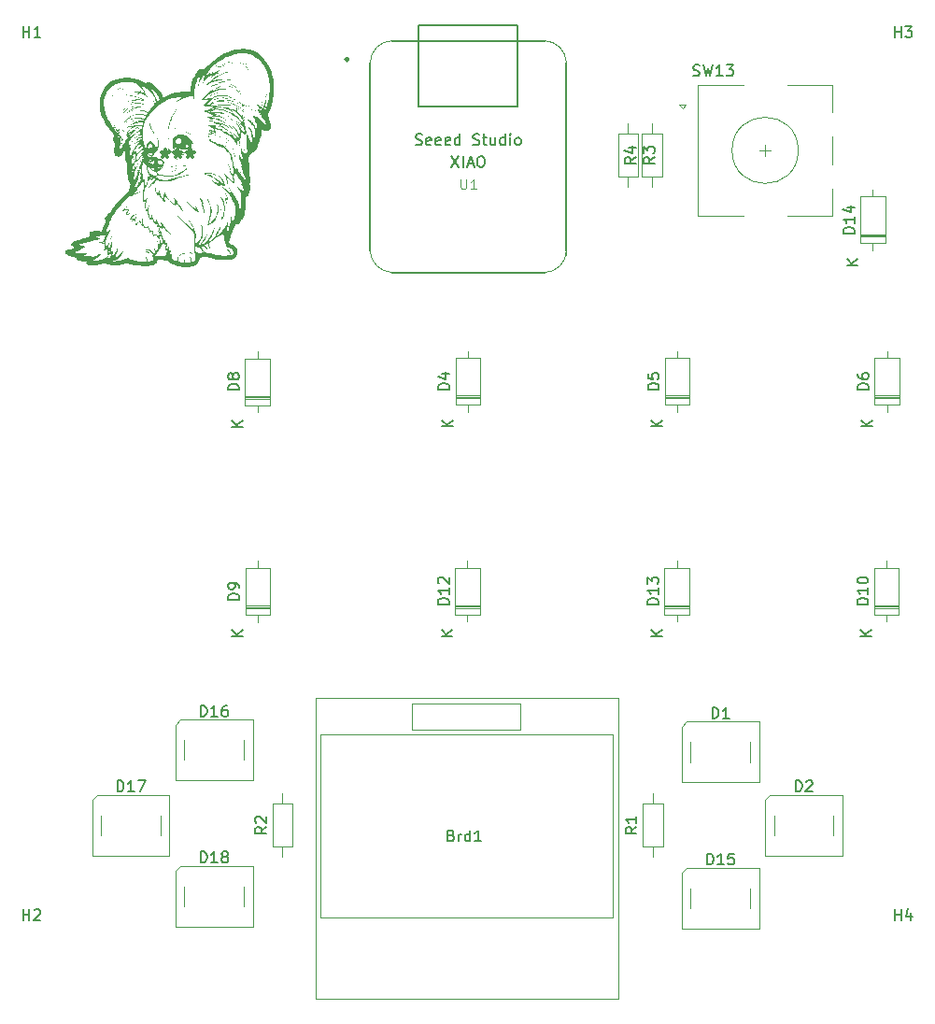
<source format=gbr>
%TF.GenerationSoftware,KiCad,Pcbnew,8.0.8*%
%TF.CreationDate,2025-02-15T23:13:22-05:00*%
%TF.ProjectId,Hackpad,4861636b-7061-4642-9e6b-696361645f70,rev?*%
%TF.SameCoordinates,Original*%
%TF.FileFunction,Legend,Top*%
%TF.FilePolarity,Positive*%
%FSLAX46Y46*%
G04 Gerber Fmt 4.6, Leading zero omitted, Abs format (unit mm)*
G04 Created by KiCad (PCBNEW 8.0.8) date 2025-02-15 23:13:22*
%MOMM*%
%LPD*%
G01*
G04 APERTURE LIST*
%ADD10C,0.150000*%
%ADD11C,0.101600*%
%ADD12C,0.300000*%
%ADD13C,0.120000*%
%ADD14C,0.127000*%
%ADD15C,0.254000*%
%ADD16C,0.025400*%
%ADD17C,0.000000*%
G04 APERTURE END LIST*
D10*
X71738095Y-170004819D02*
X71738095Y-169004819D01*
X71738095Y-169481009D02*
X72309523Y-169481009D01*
X72309523Y-170004819D02*
X72309523Y-169004819D01*
X72738095Y-169100057D02*
X72785714Y-169052438D01*
X72785714Y-169052438D02*
X72880952Y-169004819D01*
X72880952Y-169004819D02*
X73119047Y-169004819D01*
X73119047Y-169004819D02*
X73214285Y-169052438D01*
X73214285Y-169052438D02*
X73261904Y-169100057D01*
X73261904Y-169100057D02*
X73309523Y-169195295D01*
X73309523Y-169195295D02*
X73309523Y-169290533D01*
X73309523Y-169290533D02*
X73261904Y-169433390D01*
X73261904Y-169433390D02*
X72690476Y-170004819D01*
X72690476Y-170004819D02*
X73309523Y-170004819D01*
X71738095Y-90004819D02*
X71738095Y-89004819D01*
X71738095Y-89481009D02*
X72309523Y-89481009D01*
X72309523Y-90004819D02*
X72309523Y-89004819D01*
X73309523Y-90004819D02*
X72738095Y-90004819D01*
X73023809Y-90004819D02*
X73023809Y-89004819D01*
X73023809Y-89004819D02*
X72928571Y-89147676D01*
X72928571Y-89147676D02*
X72833333Y-89242914D01*
X72833333Y-89242914D02*
X72738095Y-89290533D01*
X128954819Y-100856666D02*
X128478628Y-101189999D01*
X128954819Y-101428094D02*
X127954819Y-101428094D01*
X127954819Y-101428094D02*
X127954819Y-101047142D01*
X127954819Y-101047142D02*
X128002438Y-100951904D01*
X128002438Y-100951904D02*
X128050057Y-100904285D01*
X128050057Y-100904285D02*
X128145295Y-100856666D01*
X128145295Y-100856666D02*
X128288152Y-100856666D01*
X128288152Y-100856666D02*
X128383390Y-100904285D01*
X128383390Y-100904285D02*
X128431009Y-100951904D01*
X128431009Y-100951904D02*
X128478628Y-101047142D01*
X128478628Y-101047142D02*
X128478628Y-101428094D01*
X127954819Y-100523332D02*
X127954819Y-99904285D01*
X127954819Y-99904285D02*
X128335771Y-100237618D01*
X128335771Y-100237618D02*
X128335771Y-100094761D01*
X128335771Y-100094761D02*
X128383390Y-99999523D01*
X128383390Y-99999523D02*
X128431009Y-99951904D01*
X128431009Y-99951904D02*
X128526247Y-99904285D01*
X128526247Y-99904285D02*
X128764342Y-99904285D01*
X128764342Y-99904285D02*
X128859580Y-99951904D01*
X128859580Y-99951904D02*
X128907200Y-99999523D01*
X128907200Y-99999523D02*
X128954819Y-100094761D01*
X128954819Y-100094761D02*
X128954819Y-100380475D01*
X128954819Y-100380475D02*
X128907200Y-100475713D01*
X128907200Y-100475713D02*
X128859580Y-100523332D01*
X132490476Y-93457200D02*
X132633333Y-93504819D01*
X132633333Y-93504819D02*
X132871428Y-93504819D01*
X132871428Y-93504819D02*
X132966666Y-93457200D01*
X132966666Y-93457200D02*
X133014285Y-93409580D01*
X133014285Y-93409580D02*
X133061904Y-93314342D01*
X133061904Y-93314342D02*
X133061904Y-93219104D01*
X133061904Y-93219104D02*
X133014285Y-93123866D01*
X133014285Y-93123866D02*
X132966666Y-93076247D01*
X132966666Y-93076247D02*
X132871428Y-93028628D01*
X132871428Y-93028628D02*
X132680952Y-92981009D01*
X132680952Y-92981009D02*
X132585714Y-92933390D01*
X132585714Y-92933390D02*
X132538095Y-92885771D01*
X132538095Y-92885771D02*
X132490476Y-92790533D01*
X132490476Y-92790533D02*
X132490476Y-92695295D01*
X132490476Y-92695295D02*
X132538095Y-92600057D01*
X132538095Y-92600057D02*
X132585714Y-92552438D01*
X132585714Y-92552438D02*
X132680952Y-92504819D01*
X132680952Y-92504819D02*
X132919047Y-92504819D01*
X132919047Y-92504819D02*
X133061904Y-92552438D01*
X133395238Y-92504819D02*
X133633333Y-93504819D01*
X133633333Y-93504819D02*
X133823809Y-92790533D01*
X133823809Y-92790533D02*
X134014285Y-93504819D01*
X134014285Y-93504819D02*
X134252381Y-92504819D01*
X135157142Y-93504819D02*
X134585714Y-93504819D01*
X134871428Y-93504819D02*
X134871428Y-92504819D01*
X134871428Y-92504819D02*
X134776190Y-92647676D01*
X134776190Y-92647676D02*
X134680952Y-92742914D01*
X134680952Y-92742914D02*
X134585714Y-92790533D01*
X135490476Y-92504819D02*
X136109523Y-92504819D01*
X136109523Y-92504819D02*
X135776190Y-92885771D01*
X135776190Y-92885771D02*
X135919047Y-92885771D01*
X135919047Y-92885771D02*
X136014285Y-92933390D01*
X136014285Y-92933390D02*
X136061904Y-92981009D01*
X136061904Y-92981009D02*
X136109523Y-93076247D01*
X136109523Y-93076247D02*
X136109523Y-93314342D01*
X136109523Y-93314342D02*
X136061904Y-93409580D01*
X136061904Y-93409580D02*
X136014285Y-93457200D01*
X136014285Y-93457200D02*
X135919047Y-93504819D01*
X135919047Y-93504819D02*
X135633333Y-93504819D01*
X135633333Y-93504819D02*
X135538095Y-93457200D01*
X135538095Y-93457200D02*
X135490476Y-93409580D01*
X127284819Y-100856666D02*
X126808628Y-101189999D01*
X127284819Y-101428094D02*
X126284819Y-101428094D01*
X126284819Y-101428094D02*
X126284819Y-101047142D01*
X126284819Y-101047142D02*
X126332438Y-100951904D01*
X126332438Y-100951904D02*
X126380057Y-100904285D01*
X126380057Y-100904285D02*
X126475295Y-100856666D01*
X126475295Y-100856666D02*
X126618152Y-100856666D01*
X126618152Y-100856666D02*
X126713390Y-100904285D01*
X126713390Y-100904285D02*
X126761009Y-100951904D01*
X126761009Y-100951904D02*
X126808628Y-101047142D01*
X126808628Y-101047142D02*
X126808628Y-101428094D01*
X126618152Y-99999523D02*
X127284819Y-99999523D01*
X126237200Y-100237618D02*
X126951485Y-100475713D01*
X126951485Y-100475713D02*
X126951485Y-99856666D01*
D11*
X111412166Y-102869000D02*
X111412166Y-103588667D01*
X111412166Y-103588667D02*
X111454500Y-103673333D01*
X111454500Y-103673333D02*
X111496833Y-103715667D01*
X111496833Y-103715667D02*
X111581500Y-103758000D01*
X111581500Y-103758000D02*
X111750833Y-103758000D01*
X111750833Y-103758000D02*
X111835500Y-103715667D01*
X111835500Y-103715667D02*
X111877833Y-103673333D01*
X111877833Y-103673333D02*
X111920166Y-103588667D01*
X111920166Y-103588667D02*
X111920166Y-102869000D01*
X112809166Y-103758000D02*
X112301166Y-103758000D01*
X112555166Y-103758000D02*
X112555166Y-102869000D01*
X112555166Y-102869000D02*
X112470499Y-102996000D01*
X112470499Y-102996000D02*
X112385833Y-103080667D01*
X112385833Y-103080667D02*
X112301166Y-103123000D01*
D10*
X107327595Y-99719215D02*
X107470452Y-99766834D01*
X107470452Y-99766834D02*
X107708547Y-99766834D01*
X107708547Y-99766834D02*
X107803785Y-99719215D01*
X107803785Y-99719215D02*
X107851404Y-99671595D01*
X107851404Y-99671595D02*
X107899023Y-99576357D01*
X107899023Y-99576357D02*
X107899023Y-99481119D01*
X107899023Y-99481119D02*
X107851404Y-99385881D01*
X107851404Y-99385881D02*
X107803785Y-99338262D01*
X107803785Y-99338262D02*
X107708547Y-99290643D01*
X107708547Y-99290643D02*
X107518071Y-99243024D01*
X107518071Y-99243024D02*
X107422833Y-99195405D01*
X107422833Y-99195405D02*
X107375214Y-99147786D01*
X107375214Y-99147786D02*
X107327595Y-99052548D01*
X107327595Y-99052548D02*
X107327595Y-98957310D01*
X107327595Y-98957310D02*
X107375214Y-98862072D01*
X107375214Y-98862072D02*
X107422833Y-98814453D01*
X107422833Y-98814453D02*
X107518071Y-98766834D01*
X107518071Y-98766834D02*
X107756166Y-98766834D01*
X107756166Y-98766834D02*
X107899023Y-98814453D01*
X108708547Y-99719215D02*
X108613309Y-99766834D01*
X108613309Y-99766834D02*
X108422833Y-99766834D01*
X108422833Y-99766834D02*
X108327595Y-99719215D01*
X108327595Y-99719215D02*
X108279976Y-99623976D01*
X108279976Y-99623976D02*
X108279976Y-99243024D01*
X108279976Y-99243024D02*
X108327595Y-99147786D01*
X108327595Y-99147786D02*
X108422833Y-99100167D01*
X108422833Y-99100167D02*
X108613309Y-99100167D01*
X108613309Y-99100167D02*
X108708547Y-99147786D01*
X108708547Y-99147786D02*
X108756166Y-99243024D01*
X108756166Y-99243024D02*
X108756166Y-99338262D01*
X108756166Y-99338262D02*
X108279976Y-99433500D01*
X109565690Y-99719215D02*
X109470452Y-99766834D01*
X109470452Y-99766834D02*
X109279976Y-99766834D01*
X109279976Y-99766834D02*
X109184738Y-99719215D01*
X109184738Y-99719215D02*
X109137119Y-99623976D01*
X109137119Y-99623976D02*
X109137119Y-99243024D01*
X109137119Y-99243024D02*
X109184738Y-99147786D01*
X109184738Y-99147786D02*
X109279976Y-99100167D01*
X109279976Y-99100167D02*
X109470452Y-99100167D01*
X109470452Y-99100167D02*
X109565690Y-99147786D01*
X109565690Y-99147786D02*
X109613309Y-99243024D01*
X109613309Y-99243024D02*
X109613309Y-99338262D01*
X109613309Y-99338262D02*
X109137119Y-99433500D01*
X110422833Y-99719215D02*
X110327595Y-99766834D01*
X110327595Y-99766834D02*
X110137119Y-99766834D01*
X110137119Y-99766834D02*
X110041881Y-99719215D01*
X110041881Y-99719215D02*
X109994262Y-99623976D01*
X109994262Y-99623976D02*
X109994262Y-99243024D01*
X109994262Y-99243024D02*
X110041881Y-99147786D01*
X110041881Y-99147786D02*
X110137119Y-99100167D01*
X110137119Y-99100167D02*
X110327595Y-99100167D01*
X110327595Y-99100167D02*
X110422833Y-99147786D01*
X110422833Y-99147786D02*
X110470452Y-99243024D01*
X110470452Y-99243024D02*
X110470452Y-99338262D01*
X110470452Y-99338262D02*
X109994262Y-99433500D01*
X111327595Y-99766834D02*
X111327595Y-98766834D01*
X111327595Y-99719215D02*
X111232357Y-99766834D01*
X111232357Y-99766834D02*
X111041881Y-99766834D01*
X111041881Y-99766834D02*
X110946643Y-99719215D01*
X110946643Y-99719215D02*
X110899024Y-99671595D01*
X110899024Y-99671595D02*
X110851405Y-99576357D01*
X110851405Y-99576357D02*
X110851405Y-99290643D01*
X110851405Y-99290643D02*
X110899024Y-99195405D01*
X110899024Y-99195405D02*
X110946643Y-99147786D01*
X110946643Y-99147786D02*
X111041881Y-99100167D01*
X111041881Y-99100167D02*
X111232357Y-99100167D01*
X111232357Y-99100167D02*
X111327595Y-99147786D01*
X112518072Y-99719215D02*
X112660929Y-99766834D01*
X112660929Y-99766834D02*
X112899024Y-99766834D01*
X112899024Y-99766834D02*
X112994262Y-99719215D01*
X112994262Y-99719215D02*
X113041881Y-99671595D01*
X113041881Y-99671595D02*
X113089500Y-99576357D01*
X113089500Y-99576357D02*
X113089500Y-99481119D01*
X113089500Y-99481119D02*
X113041881Y-99385881D01*
X113041881Y-99385881D02*
X112994262Y-99338262D01*
X112994262Y-99338262D02*
X112899024Y-99290643D01*
X112899024Y-99290643D02*
X112708548Y-99243024D01*
X112708548Y-99243024D02*
X112613310Y-99195405D01*
X112613310Y-99195405D02*
X112565691Y-99147786D01*
X112565691Y-99147786D02*
X112518072Y-99052548D01*
X112518072Y-99052548D02*
X112518072Y-98957310D01*
X112518072Y-98957310D02*
X112565691Y-98862072D01*
X112565691Y-98862072D02*
X112613310Y-98814453D01*
X112613310Y-98814453D02*
X112708548Y-98766834D01*
X112708548Y-98766834D02*
X112946643Y-98766834D01*
X112946643Y-98766834D02*
X113089500Y-98814453D01*
X113375215Y-99100167D02*
X113756167Y-99100167D01*
X113518072Y-98766834D02*
X113518072Y-99623976D01*
X113518072Y-99623976D02*
X113565691Y-99719215D01*
X113565691Y-99719215D02*
X113660929Y-99766834D01*
X113660929Y-99766834D02*
X113756167Y-99766834D01*
X114518072Y-99100167D02*
X114518072Y-99766834D01*
X114089501Y-99100167D02*
X114089501Y-99623976D01*
X114089501Y-99623976D02*
X114137120Y-99719215D01*
X114137120Y-99719215D02*
X114232358Y-99766834D01*
X114232358Y-99766834D02*
X114375215Y-99766834D01*
X114375215Y-99766834D02*
X114470453Y-99719215D01*
X114470453Y-99719215D02*
X114518072Y-99671595D01*
X115422834Y-99766834D02*
X115422834Y-98766834D01*
X115422834Y-99719215D02*
X115327596Y-99766834D01*
X115327596Y-99766834D02*
X115137120Y-99766834D01*
X115137120Y-99766834D02*
X115041882Y-99719215D01*
X115041882Y-99719215D02*
X114994263Y-99671595D01*
X114994263Y-99671595D02*
X114946644Y-99576357D01*
X114946644Y-99576357D02*
X114946644Y-99290643D01*
X114946644Y-99290643D02*
X114994263Y-99195405D01*
X114994263Y-99195405D02*
X115041882Y-99147786D01*
X115041882Y-99147786D02*
X115137120Y-99100167D01*
X115137120Y-99100167D02*
X115327596Y-99100167D01*
X115327596Y-99100167D02*
X115422834Y-99147786D01*
X115899025Y-99766834D02*
X115899025Y-99100167D01*
X115899025Y-98766834D02*
X115851406Y-98814453D01*
X115851406Y-98814453D02*
X115899025Y-98862072D01*
X115899025Y-98862072D02*
X115946644Y-98814453D01*
X115946644Y-98814453D02*
X115899025Y-98766834D01*
X115899025Y-98766834D02*
X115899025Y-98862072D01*
X116518072Y-99766834D02*
X116422834Y-99719215D01*
X116422834Y-99719215D02*
X116375215Y-99671595D01*
X116375215Y-99671595D02*
X116327596Y-99576357D01*
X116327596Y-99576357D02*
X116327596Y-99290643D01*
X116327596Y-99290643D02*
X116375215Y-99195405D01*
X116375215Y-99195405D02*
X116422834Y-99147786D01*
X116422834Y-99147786D02*
X116518072Y-99100167D01*
X116518072Y-99100167D02*
X116660929Y-99100167D01*
X116660929Y-99100167D02*
X116756167Y-99147786D01*
X116756167Y-99147786D02*
X116803786Y-99195405D01*
X116803786Y-99195405D02*
X116851405Y-99290643D01*
X116851405Y-99290643D02*
X116851405Y-99576357D01*
X116851405Y-99576357D02*
X116803786Y-99671595D01*
X116803786Y-99671595D02*
X116756167Y-99719215D01*
X116756167Y-99719215D02*
X116660929Y-99766834D01*
X116660929Y-99766834D02*
X116518072Y-99766834D01*
X110565691Y-100766834D02*
X111232357Y-101766834D01*
X111232357Y-100766834D02*
X110565691Y-101766834D01*
X111613310Y-101766834D02*
X111613310Y-100766834D01*
X112041881Y-101481119D02*
X112518071Y-101481119D01*
X111946643Y-101766834D02*
X112279976Y-100766834D01*
X112279976Y-100766834D02*
X112613309Y-101766834D01*
X113137119Y-100766834D02*
X113327595Y-100766834D01*
X113327595Y-100766834D02*
X113422833Y-100814453D01*
X113422833Y-100814453D02*
X113518071Y-100909691D01*
X113518071Y-100909691D02*
X113565690Y-101100167D01*
X113565690Y-101100167D02*
X113565690Y-101433500D01*
X113565690Y-101433500D02*
X113518071Y-101623976D01*
X113518071Y-101623976D02*
X113422833Y-101719215D01*
X113422833Y-101719215D02*
X113327595Y-101766834D01*
X113327595Y-101766834D02*
X113137119Y-101766834D01*
X113137119Y-101766834D02*
X113041881Y-101719215D01*
X113041881Y-101719215D02*
X112946643Y-101623976D01*
X112946643Y-101623976D02*
X112899024Y-101433500D01*
X112899024Y-101433500D02*
X112899024Y-101100167D01*
X112899024Y-101100167D02*
X112946643Y-100909691D01*
X112946643Y-100909691D02*
X113041881Y-100814453D01*
X113041881Y-100814453D02*
X113137119Y-100766834D01*
X110533333Y-162335009D02*
X110676190Y-162382628D01*
X110676190Y-162382628D02*
X110723809Y-162430247D01*
X110723809Y-162430247D02*
X110771428Y-162525485D01*
X110771428Y-162525485D02*
X110771428Y-162668342D01*
X110771428Y-162668342D02*
X110723809Y-162763580D01*
X110723809Y-162763580D02*
X110676190Y-162811200D01*
X110676190Y-162811200D02*
X110580952Y-162858819D01*
X110580952Y-162858819D02*
X110200000Y-162858819D01*
X110200000Y-162858819D02*
X110200000Y-161858819D01*
X110200000Y-161858819D02*
X110533333Y-161858819D01*
X110533333Y-161858819D02*
X110628571Y-161906438D01*
X110628571Y-161906438D02*
X110676190Y-161954057D01*
X110676190Y-161954057D02*
X110723809Y-162049295D01*
X110723809Y-162049295D02*
X110723809Y-162144533D01*
X110723809Y-162144533D02*
X110676190Y-162239771D01*
X110676190Y-162239771D02*
X110628571Y-162287390D01*
X110628571Y-162287390D02*
X110533333Y-162335009D01*
X110533333Y-162335009D02*
X110200000Y-162335009D01*
X111200000Y-162858819D02*
X111200000Y-162192152D01*
X111200000Y-162382628D02*
X111247619Y-162287390D01*
X111247619Y-162287390D02*
X111295238Y-162239771D01*
X111295238Y-162239771D02*
X111390476Y-162192152D01*
X111390476Y-162192152D02*
X111485714Y-162192152D01*
X112247619Y-162858819D02*
X112247619Y-161858819D01*
X112247619Y-162811200D02*
X112152381Y-162858819D01*
X112152381Y-162858819D02*
X111961905Y-162858819D01*
X111961905Y-162858819D02*
X111866667Y-162811200D01*
X111866667Y-162811200D02*
X111819048Y-162763580D01*
X111819048Y-162763580D02*
X111771429Y-162668342D01*
X111771429Y-162668342D02*
X111771429Y-162382628D01*
X111771429Y-162382628D02*
X111819048Y-162287390D01*
X111819048Y-162287390D02*
X111866667Y-162239771D01*
X111866667Y-162239771D02*
X111961905Y-162192152D01*
X111961905Y-162192152D02*
X112152381Y-162192152D01*
X112152381Y-162192152D02*
X112247619Y-162239771D01*
X113247619Y-162858819D02*
X112676191Y-162858819D01*
X112961905Y-162858819D02*
X112961905Y-161858819D01*
X112961905Y-161858819D02*
X112866667Y-162001676D01*
X112866667Y-162001676D02*
X112771429Y-162096914D01*
X112771429Y-162096914D02*
X112676191Y-162144533D01*
X133735714Y-164974819D02*
X133735714Y-163974819D01*
X133735714Y-163974819D02*
X133973809Y-163974819D01*
X133973809Y-163974819D02*
X134116666Y-164022438D01*
X134116666Y-164022438D02*
X134211904Y-164117676D01*
X134211904Y-164117676D02*
X134259523Y-164212914D01*
X134259523Y-164212914D02*
X134307142Y-164403390D01*
X134307142Y-164403390D02*
X134307142Y-164546247D01*
X134307142Y-164546247D02*
X134259523Y-164736723D01*
X134259523Y-164736723D02*
X134211904Y-164831961D01*
X134211904Y-164831961D02*
X134116666Y-164927200D01*
X134116666Y-164927200D02*
X133973809Y-164974819D01*
X133973809Y-164974819D02*
X133735714Y-164974819D01*
X135259523Y-164974819D02*
X134688095Y-164974819D01*
X134973809Y-164974819D02*
X134973809Y-163974819D01*
X134973809Y-163974819D02*
X134878571Y-164117676D01*
X134878571Y-164117676D02*
X134783333Y-164212914D01*
X134783333Y-164212914D02*
X134688095Y-164260533D01*
X136164285Y-163974819D02*
X135688095Y-163974819D01*
X135688095Y-163974819D02*
X135640476Y-164451009D01*
X135640476Y-164451009D02*
X135688095Y-164403390D01*
X135688095Y-164403390D02*
X135783333Y-164355771D01*
X135783333Y-164355771D02*
X136021428Y-164355771D01*
X136021428Y-164355771D02*
X136116666Y-164403390D01*
X136116666Y-164403390D02*
X136164285Y-164451009D01*
X136164285Y-164451009D02*
X136211904Y-164546247D01*
X136211904Y-164546247D02*
X136211904Y-164784342D01*
X136211904Y-164784342D02*
X136164285Y-164879580D01*
X136164285Y-164879580D02*
X136116666Y-164927200D01*
X136116666Y-164927200D02*
X136021428Y-164974819D01*
X136021428Y-164974819D02*
X135783333Y-164974819D01*
X135783333Y-164974819D02*
X135688095Y-164927200D01*
X135688095Y-164927200D02*
X135640476Y-164879580D01*
X87835714Y-151554819D02*
X87835714Y-150554819D01*
X87835714Y-150554819D02*
X88073809Y-150554819D01*
X88073809Y-150554819D02*
X88216666Y-150602438D01*
X88216666Y-150602438D02*
X88311904Y-150697676D01*
X88311904Y-150697676D02*
X88359523Y-150792914D01*
X88359523Y-150792914D02*
X88407142Y-150983390D01*
X88407142Y-150983390D02*
X88407142Y-151126247D01*
X88407142Y-151126247D02*
X88359523Y-151316723D01*
X88359523Y-151316723D02*
X88311904Y-151411961D01*
X88311904Y-151411961D02*
X88216666Y-151507200D01*
X88216666Y-151507200D02*
X88073809Y-151554819D01*
X88073809Y-151554819D02*
X87835714Y-151554819D01*
X89359523Y-151554819D02*
X88788095Y-151554819D01*
X89073809Y-151554819D02*
X89073809Y-150554819D01*
X89073809Y-150554819D02*
X88978571Y-150697676D01*
X88978571Y-150697676D02*
X88883333Y-150792914D01*
X88883333Y-150792914D02*
X88788095Y-150840533D01*
X90216666Y-150554819D02*
X90026190Y-150554819D01*
X90026190Y-150554819D02*
X89930952Y-150602438D01*
X89930952Y-150602438D02*
X89883333Y-150650057D01*
X89883333Y-150650057D02*
X89788095Y-150792914D01*
X89788095Y-150792914D02*
X89740476Y-150983390D01*
X89740476Y-150983390D02*
X89740476Y-151364342D01*
X89740476Y-151364342D02*
X89788095Y-151459580D01*
X89788095Y-151459580D02*
X89835714Y-151507200D01*
X89835714Y-151507200D02*
X89930952Y-151554819D01*
X89930952Y-151554819D02*
X90121428Y-151554819D01*
X90121428Y-151554819D02*
X90216666Y-151507200D01*
X90216666Y-151507200D02*
X90264285Y-151459580D01*
X90264285Y-151459580D02*
X90311904Y-151364342D01*
X90311904Y-151364342D02*
X90311904Y-151126247D01*
X90311904Y-151126247D02*
X90264285Y-151031009D01*
X90264285Y-151031009D02*
X90216666Y-150983390D01*
X90216666Y-150983390D02*
X90121428Y-150935771D01*
X90121428Y-150935771D02*
X89930952Y-150935771D01*
X89930952Y-150935771D02*
X89835714Y-150983390D01*
X89835714Y-150983390D02*
X89788095Y-151031009D01*
X89788095Y-151031009D02*
X89740476Y-151126247D01*
X148374819Y-121928094D02*
X147374819Y-121928094D01*
X147374819Y-121928094D02*
X147374819Y-121689999D01*
X147374819Y-121689999D02*
X147422438Y-121547142D01*
X147422438Y-121547142D02*
X147517676Y-121451904D01*
X147517676Y-121451904D02*
X147612914Y-121404285D01*
X147612914Y-121404285D02*
X147803390Y-121356666D01*
X147803390Y-121356666D02*
X147946247Y-121356666D01*
X147946247Y-121356666D02*
X148136723Y-121404285D01*
X148136723Y-121404285D02*
X148231961Y-121451904D01*
X148231961Y-121451904D02*
X148327200Y-121547142D01*
X148327200Y-121547142D02*
X148374819Y-121689999D01*
X148374819Y-121689999D02*
X148374819Y-121928094D01*
X147374819Y-120499523D02*
X147374819Y-120689999D01*
X147374819Y-120689999D02*
X147422438Y-120785237D01*
X147422438Y-120785237D02*
X147470057Y-120832856D01*
X147470057Y-120832856D02*
X147612914Y-120928094D01*
X147612914Y-120928094D02*
X147803390Y-120975713D01*
X147803390Y-120975713D02*
X148184342Y-120975713D01*
X148184342Y-120975713D02*
X148279580Y-120928094D01*
X148279580Y-120928094D02*
X148327200Y-120880475D01*
X148327200Y-120880475D02*
X148374819Y-120785237D01*
X148374819Y-120785237D02*
X148374819Y-120594761D01*
X148374819Y-120594761D02*
X148327200Y-120499523D01*
X148327200Y-120499523D02*
X148279580Y-120451904D01*
X148279580Y-120451904D02*
X148184342Y-120404285D01*
X148184342Y-120404285D02*
X147946247Y-120404285D01*
X147946247Y-120404285D02*
X147851009Y-120451904D01*
X147851009Y-120451904D02*
X147803390Y-120499523D01*
X147803390Y-120499523D02*
X147755771Y-120594761D01*
X147755771Y-120594761D02*
X147755771Y-120785237D01*
X147755771Y-120785237D02*
X147803390Y-120880475D01*
X147803390Y-120880475D02*
X147851009Y-120928094D01*
X147851009Y-120928094D02*
X147946247Y-120975713D01*
X148694819Y-125261904D02*
X147694819Y-125261904D01*
X148694819Y-124690476D02*
X148123390Y-125119047D01*
X147694819Y-124690476D02*
X148266247Y-125261904D01*
X129374819Y-121928094D02*
X128374819Y-121928094D01*
X128374819Y-121928094D02*
X128374819Y-121689999D01*
X128374819Y-121689999D02*
X128422438Y-121547142D01*
X128422438Y-121547142D02*
X128517676Y-121451904D01*
X128517676Y-121451904D02*
X128612914Y-121404285D01*
X128612914Y-121404285D02*
X128803390Y-121356666D01*
X128803390Y-121356666D02*
X128946247Y-121356666D01*
X128946247Y-121356666D02*
X129136723Y-121404285D01*
X129136723Y-121404285D02*
X129231961Y-121451904D01*
X129231961Y-121451904D02*
X129327200Y-121547142D01*
X129327200Y-121547142D02*
X129374819Y-121689999D01*
X129374819Y-121689999D02*
X129374819Y-121928094D01*
X128374819Y-120451904D02*
X128374819Y-120928094D01*
X128374819Y-120928094D02*
X128851009Y-120975713D01*
X128851009Y-120975713D02*
X128803390Y-120928094D01*
X128803390Y-120928094D02*
X128755771Y-120832856D01*
X128755771Y-120832856D02*
X128755771Y-120594761D01*
X128755771Y-120594761D02*
X128803390Y-120499523D01*
X128803390Y-120499523D02*
X128851009Y-120451904D01*
X128851009Y-120451904D02*
X128946247Y-120404285D01*
X128946247Y-120404285D02*
X129184342Y-120404285D01*
X129184342Y-120404285D02*
X129279580Y-120451904D01*
X129279580Y-120451904D02*
X129327200Y-120499523D01*
X129327200Y-120499523D02*
X129374819Y-120594761D01*
X129374819Y-120594761D02*
X129374819Y-120832856D01*
X129374819Y-120832856D02*
X129327200Y-120928094D01*
X129327200Y-120928094D02*
X129279580Y-120975713D01*
X129694819Y-125261904D02*
X128694819Y-125261904D01*
X129694819Y-124690476D02*
X129123390Y-125119047D01*
X128694819Y-124690476D02*
X129266247Y-125261904D01*
X87835714Y-164794819D02*
X87835714Y-163794819D01*
X87835714Y-163794819D02*
X88073809Y-163794819D01*
X88073809Y-163794819D02*
X88216666Y-163842438D01*
X88216666Y-163842438D02*
X88311904Y-163937676D01*
X88311904Y-163937676D02*
X88359523Y-164032914D01*
X88359523Y-164032914D02*
X88407142Y-164223390D01*
X88407142Y-164223390D02*
X88407142Y-164366247D01*
X88407142Y-164366247D02*
X88359523Y-164556723D01*
X88359523Y-164556723D02*
X88311904Y-164651961D01*
X88311904Y-164651961D02*
X88216666Y-164747200D01*
X88216666Y-164747200D02*
X88073809Y-164794819D01*
X88073809Y-164794819D02*
X87835714Y-164794819D01*
X89359523Y-164794819D02*
X88788095Y-164794819D01*
X89073809Y-164794819D02*
X89073809Y-163794819D01*
X89073809Y-163794819D02*
X88978571Y-163937676D01*
X88978571Y-163937676D02*
X88883333Y-164032914D01*
X88883333Y-164032914D02*
X88788095Y-164080533D01*
X89930952Y-164223390D02*
X89835714Y-164175771D01*
X89835714Y-164175771D02*
X89788095Y-164128152D01*
X89788095Y-164128152D02*
X89740476Y-164032914D01*
X89740476Y-164032914D02*
X89740476Y-163985295D01*
X89740476Y-163985295D02*
X89788095Y-163890057D01*
X89788095Y-163890057D02*
X89835714Y-163842438D01*
X89835714Y-163842438D02*
X89930952Y-163794819D01*
X89930952Y-163794819D02*
X90121428Y-163794819D01*
X90121428Y-163794819D02*
X90216666Y-163842438D01*
X90216666Y-163842438D02*
X90264285Y-163890057D01*
X90264285Y-163890057D02*
X90311904Y-163985295D01*
X90311904Y-163985295D02*
X90311904Y-164032914D01*
X90311904Y-164032914D02*
X90264285Y-164128152D01*
X90264285Y-164128152D02*
X90216666Y-164175771D01*
X90216666Y-164175771D02*
X90121428Y-164223390D01*
X90121428Y-164223390D02*
X89930952Y-164223390D01*
X89930952Y-164223390D02*
X89835714Y-164271009D01*
X89835714Y-164271009D02*
X89788095Y-164318628D01*
X89788095Y-164318628D02*
X89740476Y-164413866D01*
X89740476Y-164413866D02*
X89740476Y-164604342D01*
X89740476Y-164604342D02*
X89788095Y-164699580D01*
X89788095Y-164699580D02*
X89835714Y-164747200D01*
X89835714Y-164747200D02*
X89930952Y-164794819D01*
X89930952Y-164794819D02*
X90121428Y-164794819D01*
X90121428Y-164794819D02*
X90216666Y-164747200D01*
X90216666Y-164747200D02*
X90264285Y-164699580D01*
X90264285Y-164699580D02*
X90311904Y-164604342D01*
X90311904Y-164604342D02*
X90311904Y-164413866D01*
X90311904Y-164413866D02*
X90264285Y-164318628D01*
X90264285Y-164318628D02*
X90216666Y-164271009D01*
X90216666Y-164271009D02*
X90121428Y-164223390D01*
X148334819Y-141404285D02*
X147334819Y-141404285D01*
X147334819Y-141404285D02*
X147334819Y-141166190D01*
X147334819Y-141166190D02*
X147382438Y-141023333D01*
X147382438Y-141023333D02*
X147477676Y-140928095D01*
X147477676Y-140928095D02*
X147572914Y-140880476D01*
X147572914Y-140880476D02*
X147763390Y-140832857D01*
X147763390Y-140832857D02*
X147906247Y-140832857D01*
X147906247Y-140832857D02*
X148096723Y-140880476D01*
X148096723Y-140880476D02*
X148191961Y-140928095D01*
X148191961Y-140928095D02*
X148287200Y-141023333D01*
X148287200Y-141023333D02*
X148334819Y-141166190D01*
X148334819Y-141166190D02*
X148334819Y-141404285D01*
X148334819Y-139880476D02*
X148334819Y-140451904D01*
X148334819Y-140166190D02*
X147334819Y-140166190D01*
X147334819Y-140166190D02*
X147477676Y-140261428D01*
X147477676Y-140261428D02*
X147572914Y-140356666D01*
X147572914Y-140356666D02*
X147620533Y-140451904D01*
X147334819Y-139261428D02*
X147334819Y-139166190D01*
X147334819Y-139166190D02*
X147382438Y-139070952D01*
X147382438Y-139070952D02*
X147430057Y-139023333D01*
X147430057Y-139023333D02*
X147525295Y-138975714D01*
X147525295Y-138975714D02*
X147715771Y-138928095D01*
X147715771Y-138928095D02*
X147953866Y-138928095D01*
X147953866Y-138928095D02*
X148144342Y-138975714D01*
X148144342Y-138975714D02*
X148239580Y-139023333D01*
X148239580Y-139023333D02*
X148287200Y-139070952D01*
X148287200Y-139070952D02*
X148334819Y-139166190D01*
X148334819Y-139166190D02*
X148334819Y-139261428D01*
X148334819Y-139261428D02*
X148287200Y-139356666D01*
X148287200Y-139356666D02*
X148239580Y-139404285D01*
X148239580Y-139404285D02*
X148144342Y-139451904D01*
X148144342Y-139451904D02*
X147953866Y-139499523D01*
X147953866Y-139499523D02*
X147715771Y-139499523D01*
X147715771Y-139499523D02*
X147525295Y-139451904D01*
X147525295Y-139451904D02*
X147430057Y-139404285D01*
X147430057Y-139404285D02*
X147382438Y-139356666D01*
X147382438Y-139356666D02*
X147334819Y-139261428D01*
X148654819Y-144261904D02*
X147654819Y-144261904D01*
X148654819Y-143690476D02*
X148083390Y-144119047D01*
X147654819Y-143690476D02*
X148226247Y-144261904D01*
X141761905Y-158354819D02*
X141761905Y-157354819D01*
X141761905Y-157354819D02*
X142000000Y-157354819D01*
X142000000Y-157354819D02*
X142142857Y-157402438D01*
X142142857Y-157402438D02*
X142238095Y-157497676D01*
X142238095Y-157497676D02*
X142285714Y-157592914D01*
X142285714Y-157592914D02*
X142333333Y-157783390D01*
X142333333Y-157783390D02*
X142333333Y-157926247D01*
X142333333Y-157926247D02*
X142285714Y-158116723D01*
X142285714Y-158116723D02*
X142238095Y-158211961D01*
X142238095Y-158211961D02*
X142142857Y-158307200D01*
X142142857Y-158307200D02*
X142000000Y-158354819D01*
X142000000Y-158354819D02*
X141761905Y-158354819D01*
X142714286Y-157450057D02*
X142761905Y-157402438D01*
X142761905Y-157402438D02*
X142857143Y-157354819D01*
X142857143Y-157354819D02*
X143095238Y-157354819D01*
X143095238Y-157354819D02*
X143190476Y-157402438D01*
X143190476Y-157402438D02*
X143238095Y-157450057D01*
X143238095Y-157450057D02*
X143285714Y-157545295D01*
X143285714Y-157545295D02*
X143285714Y-157640533D01*
X143285714Y-157640533D02*
X143238095Y-157783390D01*
X143238095Y-157783390D02*
X142666667Y-158354819D01*
X142666667Y-158354819D02*
X143285714Y-158354819D01*
X80285714Y-158354819D02*
X80285714Y-157354819D01*
X80285714Y-157354819D02*
X80523809Y-157354819D01*
X80523809Y-157354819D02*
X80666666Y-157402438D01*
X80666666Y-157402438D02*
X80761904Y-157497676D01*
X80761904Y-157497676D02*
X80809523Y-157592914D01*
X80809523Y-157592914D02*
X80857142Y-157783390D01*
X80857142Y-157783390D02*
X80857142Y-157926247D01*
X80857142Y-157926247D02*
X80809523Y-158116723D01*
X80809523Y-158116723D02*
X80761904Y-158211961D01*
X80761904Y-158211961D02*
X80666666Y-158307200D01*
X80666666Y-158307200D02*
X80523809Y-158354819D01*
X80523809Y-158354819D02*
X80285714Y-158354819D01*
X81809523Y-158354819D02*
X81238095Y-158354819D01*
X81523809Y-158354819D02*
X81523809Y-157354819D01*
X81523809Y-157354819D02*
X81428571Y-157497676D01*
X81428571Y-157497676D02*
X81333333Y-157592914D01*
X81333333Y-157592914D02*
X81238095Y-157640533D01*
X82142857Y-157354819D02*
X82809523Y-157354819D01*
X82809523Y-157354819D02*
X82380952Y-158354819D01*
X150738095Y-90004819D02*
X150738095Y-89004819D01*
X150738095Y-89481009D02*
X151309523Y-89481009D01*
X151309523Y-90004819D02*
X151309523Y-89004819D01*
X151690476Y-89004819D02*
X152309523Y-89004819D01*
X152309523Y-89004819D02*
X151976190Y-89385771D01*
X151976190Y-89385771D02*
X152119047Y-89385771D01*
X152119047Y-89385771D02*
X152214285Y-89433390D01*
X152214285Y-89433390D02*
X152261904Y-89481009D01*
X152261904Y-89481009D02*
X152309523Y-89576247D01*
X152309523Y-89576247D02*
X152309523Y-89814342D01*
X152309523Y-89814342D02*
X152261904Y-89909580D01*
X152261904Y-89909580D02*
X152214285Y-89957200D01*
X152214285Y-89957200D02*
X152119047Y-90004819D01*
X152119047Y-90004819D02*
X151833333Y-90004819D01*
X151833333Y-90004819D02*
X151738095Y-89957200D01*
X151738095Y-89957200D02*
X151690476Y-89909580D01*
D12*
X83678572Y-100249757D02*
X83535715Y-100178328D01*
X83535715Y-100178328D02*
X83321429Y-100178328D01*
X83321429Y-100178328D02*
X83107143Y-100249757D01*
X83107143Y-100249757D02*
X82964286Y-100392614D01*
X82964286Y-100392614D02*
X82892857Y-100535471D01*
X82892857Y-100535471D02*
X82821429Y-100821185D01*
X82821429Y-100821185D02*
X82821429Y-101035471D01*
X82821429Y-101035471D02*
X82892857Y-101321185D01*
X82892857Y-101321185D02*
X82964286Y-101464042D01*
X82964286Y-101464042D02*
X83107143Y-101606900D01*
X83107143Y-101606900D02*
X83321429Y-101678328D01*
X83321429Y-101678328D02*
X83464286Y-101678328D01*
X83464286Y-101678328D02*
X83678572Y-101606900D01*
X83678572Y-101606900D02*
X83750000Y-101535471D01*
X83750000Y-101535471D02*
X83750000Y-101035471D01*
X83750000Y-101035471D02*
X83464286Y-101035471D01*
X84607143Y-100178328D02*
X84607143Y-100535471D01*
X84250000Y-100392614D02*
X84607143Y-100535471D01*
X84607143Y-100535471D02*
X84964286Y-100392614D01*
X84392857Y-100821185D02*
X84607143Y-100535471D01*
X84607143Y-100535471D02*
X84821429Y-100821185D01*
X85750000Y-100178328D02*
X85750000Y-100535471D01*
X85392857Y-100392614D02*
X85750000Y-100535471D01*
X85750000Y-100535471D02*
X86107143Y-100392614D01*
X85535714Y-100821185D02*
X85750000Y-100535471D01*
X85750000Y-100535471D02*
X85964286Y-100821185D01*
X86892857Y-100178328D02*
X86892857Y-100535471D01*
X86535714Y-100392614D02*
X86892857Y-100535471D01*
X86892857Y-100535471D02*
X87250000Y-100392614D01*
X86678571Y-100821185D02*
X86892857Y-100535471D01*
X86892857Y-100535471D02*
X87107143Y-100821185D01*
D10*
X150738095Y-170004819D02*
X150738095Y-169004819D01*
X150738095Y-169481009D02*
X151309523Y-169481009D01*
X151309523Y-170004819D02*
X151309523Y-169004819D01*
X152214285Y-169338152D02*
X152214285Y-170004819D01*
X151976190Y-168957200D02*
X151738095Y-169671485D01*
X151738095Y-169671485D02*
X152357142Y-169671485D01*
X91304819Y-121968094D02*
X90304819Y-121968094D01*
X90304819Y-121968094D02*
X90304819Y-121729999D01*
X90304819Y-121729999D02*
X90352438Y-121587142D01*
X90352438Y-121587142D02*
X90447676Y-121491904D01*
X90447676Y-121491904D02*
X90542914Y-121444285D01*
X90542914Y-121444285D02*
X90733390Y-121396666D01*
X90733390Y-121396666D02*
X90876247Y-121396666D01*
X90876247Y-121396666D02*
X91066723Y-121444285D01*
X91066723Y-121444285D02*
X91161961Y-121491904D01*
X91161961Y-121491904D02*
X91257200Y-121587142D01*
X91257200Y-121587142D02*
X91304819Y-121729999D01*
X91304819Y-121729999D02*
X91304819Y-121968094D01*
X90733390Y-120825237D02*
X90685771Y-120920475D01*
X90685771Y-120920475D02*
X90638152Y-120968094D01*
X90638152Y-120968094D02*
X90542914Y-121015713D01*
X90542914Y-121015713D02*
X90495295Y-121015713D01*
X90495295Y-121015713D02*
X90400057Y-120968094D01*
X90400057Y-120968094D02*
X90352438Y-120920475D01*
X90352438Y-120920475D02*
X90304819Y-120825237D01*
X90304819Y-120825237D02*
X90304819Y-120634761D01*
X90304819Y-120634761D02*
X90352438Y-120539523D01*
X90352438Y-120539523D02*
X90400057Y-120491904D01*
X90400057Y-120491904D02*
X90495295Y-120444285D01*
X90495295Y-120444285D02*
X90542914Y-120444285D01*
X90542914Y-120444285D02*
X90638152Y-120491904D01*
X90638152Y-120491904D02*
X90685771Y-120539523D01*
X90685771Y-120539523D02*
X90733390Y-120634761D01*
X90733390Y-120634761D02*
X90733390Y-120825237D01*
X90733390Y-120825237D02*
X90781009Y-120920475D01*
X90781009Y-120920475D02*
X90828628Y-120968094D01*
X90828628Y-120968094D02*
X90923866Y-121015713D01*
X90923866Y-121015713D02*
X91114342Y-121015713D01*
X91114342Y-121015713D02*
X91209580Y-120968094D01*
X91209580Y-120968094D02*
X91257200Y-120920475D01*
X91257200Y-120920475D02*
X91304819Y-120825237D01*
X91304819Y-120825237D02*
X91304819Y-120634761D01*
X91304819Y-120634761D02*
X91257200Y-120539523D01*
X91257200Y-120539523D02*
X91209580Y-120491904D01*
X91209580Y-120491904D02*
X91114342Y-120444285D01*
X91114342Y-120444285D02*
X90923866Y-120444285D01*
X90923866Y-120444285D02*
X90828628Y-120491904D01*
X90828628Y-120491904D02*
X90781009Y-120539523D01*
X90781009Y-120539523D02*
X90733390Y-120634761D01*
X91624819Y-125301904D02*
X90624819Y-125301904D01*
X91624819Y-124730476D02*
X91053390Y-125159047D01*
X90624819Y-124730476D02*
X91196247Y-125301904D01*
X127334819Y-161556666D02*
X126858628Y-161889999D01*
X127334819Y-162128094D02*
X126334819Y-162128094D01*
X126334819Y-162128094D02*
X126334819Y-161747142D01*
X126334819Y-161747142D02*
X126382438Y-161651904D01*
X126382438Y-161651904D02*
X126430057Y-161604285D01*
X126430057Y-161604285D02*
X126525295Y-161556666D01*
X126525295Y-161556666D02*
X126668152Y-161556666D01*
X126668152Y-161556666D02*
X126763390Y-161604285D01*
X126763390Y-161604285D02*
X126811009Y-161651904D01*
X126811009Y-161651904D02*
X126858628Y-161747142D01*
X126858628Y-161747142D02*
X126858628Y-162128094D01*
X127334819Y-160604285D02*
X127334819Y-161175713D01*
X127334819Y-160889999D02*
X126334819Y-160889999D01*
X126334819Y-160889999D02*
X126477676Y-160985237D01*
X126477676Y-160985237D02*
X126572914Y-161080475D01*
X126572914Y-161080475D02*
X126620533Y-161175713D01*
X110374819Y-121928094D02*
X109374819Y-121928094D01*
X109374819Y-121928094D02*
X109374819Y-121689999D01*
X109374819Y-121689999D02*
X109422438Y-121547142D01*
X109422438Y-121547142D02*
X109517676Y-121451904D01*
X109517676Y-121451904D02*
X109612914Y-121404285D01*
X109612914Y-121404285D02*
X109803390Y-121356666D01*
X109803390Y-121356666D02*
X109946247Y-121356666D01*
X109946247Y-121356666D02*
X110136723Y-121404285D01*
X110136723Y-121404285D02*
X110231961Y-121451904D01*
X110231961Y-121451904D02*
X110327200Y-121547142D01*
X110327200Y-121547142D02*
X110374819Y-121689999D01*
X110374819Y-121689999D02*
X110374819Y-121928094D01*
X109708152Y-120499523D02*
X110374819Y-120499523D01*
X109327200Y-120737618D02*
X110041485Y-120975713D01*
X110041485Y-120975713D02*
X110041485Y-120356666D01*
X110694819Y-125261904D02*
X109694819Y-125261904D01*
X110694819Y-124690476D02*
X110123390Y-125119047D01*
X109694819Y-124690476D02*
X110266247Y-125261904D01*
X134211905Y-151734819D02*
X134211905Y-150734819D01*
X134211905Y-150734819D02*
X134450000Y-150734819D01*
X134450000Y-150734819D02*
X134592857Y-150782438D01*
X134592857Y-150782438D02*
X134688095Y-150877676D01*
X134688095Y-150877676D02*
X134735714Y-150972914D01*
X134735714Y-150972914D02*
X134783333Y-151163390D01*
X134783333Y-151163390D02*
X134783333Y-151306247D01*
X134783333Y-151306247D02*
X134735714Y-151496723D01*
X134735714Y-151496723D02*
X134688095Y-151591961D01*
X134688095Y-151591961D02*
X134592857Y-151687200D01*
X134592857Y-151687200D02*
X134450000Y-151734819D01*
X134450000Y-151734819D02*
X134211905Y-151734819D01*
X135735714Y-151734819D02*
X135164286Y-151734819D01*
X135450000Y-151734819D02*
X135450000Y-150734819D01*
X135450000Y-150734819D02*
X135354762Y-150877676D01*
X135354762Y-150877676D02*
X135259524Y-150972914D01*
X135259524Y-150972914D02*
X135164286Y-151020533D01*
X110334819Y-141404285D02*
X109334819Y-141404285D01*
X109334819Y-141404285D02*
X109334819Y-141166190D01*
X109334819Y-141166190D02*
X109382438Y-141023333D01*
X109382438Y-141023333D02*
X109477676Y-140928095D01*
X109477676Y-140928095D02*
X109572914Y-140880476D01*
X109572914Y-140880476D02*
X109763390Y-140832857D01*
X109763390Y-140832857D02*
X109906247Y-140832857D01*
X109906247Y-140832857D02*
X110096723Y-140880476D01*
X110096723Y-140880476D02*
X110191961Y-140928095D01*
X110191961Y-140928095D02*
X110287200Y-141023333D01*
X110287200Y-141023333D02*
X110334819Y-141166190D01*
X110334819Y-141166190D02*
X110334819Y-141404285D01*
X110334819Y-139880476D02*
X110334819Y-140451904D01*
X110334819Y-140166190D02*
X109334819Y-140166190D01*
X109334819Y-140166190D02*
X109477676Y-140261428D01*
X109477676Y-140261428D02*
X109572914Y-140356666D01*
X109572914Y-140356666D02*
X109620533Y-140451904D01*
X109430057Y-139499523D02*
X109382438Y-139451904D01*
X109382438Y-139451904D02*
X109334819Y-139356666D01*
X109334819Y-139356666D02*
X109334819Y-139118571D01*
X109334819Y-139118571D02*
X109382438Y-139023333D01*
X109382438Y-139023333D02*
X109430057Y-138975714D01*
X109430057Y-138975714D02*
X109525295Y-138928095D01*
X109525295Y-138928095D02*
X109620533Y-138928095D01*
X109620533Y-138928095D02*
X109763390Y-138975714D01*
X109763390Y-138975714D02*
X110334819Y-139547142D01*
X110334819Y-139547142D02*
X110334819Y-138928095D01*
X110654819Y-144261904D02*
X109654819Y-144261904D01*
X110654819Y-143690476D02*
X110083390Y-144119047D01*
X109654819Y-143690476D02*
X110226247Y-144261904D01*
X91324819Y-140968094D02*
X90324819Y-140968094D01*
X90324819Y-140968094D02*
X90324819Y-140729999D01*
X90324819Y-140729999D02*
X90372438Y-140587142D01*
X90372438Y-140587142D02*
X90467676Y-140491904D01*
X90467676Y-140491904D02*
X90562914Y-140444285D01*
X90562914Y-140444285D02*
X90753390Y-140396666D01*
X90753390Y-140396666D02*
X90896247Y-140396666D01*
X90896247Y-140396666D02*
X91086723Y-140444285D01*
X91086723Y-140444285D02*
X91181961Y-140491904D01*
X91181961Y-140491904D02*
X91277200Y-140587142D01*
X91277200Y-140587142D02*
X91324819Y-140729999D01*
X91324819Y-140729999D02*
X91324819Y-140968094D01*
X91324819Y-139920475D02*
X91324819Y-139729999D01*
X91324819Y-139729999D02*
X91277200Y-139634761D01*
X91277200Y-139634761D02*
X91229580Y-139587142D01*
X91229580Y-139587142D02*
X91086723Y-139491904D01*
X91086723Y-139491904D02*
X90896247Y-139444285D01*
X90896247Y-139444285D02*
X90515295Y-139444285D01*
X90515295Y-139444285D02*
X90420057Y-139491904D01*
X90420057Y-139491904D02*
X90372438Y-139539523D01*
X90372438Y-139539523D02*
X90324819Y-139634761D01*
X90324819Y-139634761D02*
X90324819Y-139825237D01*
X90324819Y-139825237D02*
X90372438Y-139920475D01*
X90372438Y-139920475D02*
X90420057Y-139968094D01*
X90420057Y-139968094D02*
X90515295Y-140015713D01*
X90515295Y-140015713D02*
X90753390Y-140015713D01*
X90753390Y-140015713D02*
X90848628Y-139968094D01*
X90848628Y-139968094D02*
X90896247Y-139920475D01*
X90896247Y-139920475D02*
X90943866Y-139825237D01*
X90943866Y-139825237D02*
X90943866Y-139634761D01*
X90943866Y-139634761D02*
X90896247Y-139539523D01*
X90896247Y-139539523D02*
X90848628Y-139491904D01*
X90848628Y-139491904D02*
X90753390Y-139444285D01*
X91644819Y-144301904D02*
X90644819Y-144301904D01*
X91644819Y-143730476D02*
X91073390Y-144159047D01*
X90644819Y-143730476D02*
X91216247Y-144301904D01*
X93784819Y-161556666D02*
X93308628Y-161889999D01*
X93784819Y-162128094D02*
X92784819Y-162128094D01*
X92784819Y-162128094D02*
X92784819Y-161747142D01*
X92784819Y-161747142D02*
X92832438Y-161651904D01*
X92832438Y-161651904D02*
X92880057Y-161604285D01*
X92880057Y-161604285D02*
X92975295Y-161556666D01*
X92975295Y-161556666D02*
X93118152Y-161556666D01*
X93118152Y-161556666D02*
X93213390Y-161604285D01*
X93213390Y-161604285D02*
X93261009Y-161651904D01*
X93261009Y-161651904D02*
X93308628Y-161747142D01*
X93308628Y-161747142D02*
X93308628Y-162128094D01*
X92880057Y-161175713D02*
X92832438Y-161128094D01*
X92832438Y-161128094D02*
X92784819Y-161032856D01*
X92784819Y-161032856D02*
X92784819Y-160794761D01*
X92784819Y-160794761D02*
X92832438Y-160699523D01*
X92832438Y-160699523D02*
X92880057Y-160651904D01*
X92880057Y-160651904D02*
X92975295Y-160604285D01*
X92975295Y-160604285D02*
X93070533Y-160604285D01*
X93070533Y-160604285D02*
X93213390Y-160651904D01*
X93213390Y-160651904D02*
X93784819Y-161223332D01*
X93784819Y-161223332D02*
X93784819Y-160604285D01*
X129334819Y-141404285D02*
X128334819Y-141404285D01*
X128334819Y-141404285D02*
X128334819Y-141166190D01*
X128334819Y-141166190D02*
X128382438Y-141023333D01*
X128382438Y-141023333D02*
X128477676Y-140928095D01*
X128477676Y-140928095D02*
X128572914Y-140880476D01*
X128572914Y-140880476D02*
X128763390Y-140832857D01*
X128763390Y-140832857D02*
X128906247Y-140832857D01*
X128906247Y-140832857D02*
X129096723Y-140880476D01*
X129096723Y-140880476D02*
X129191961Y-140928095D01*
X129191961Y-140928095D02*
X129287200Y-141023333D01*
X129287200Y-141023333D02*
X129334819Y-141166190D01*
X129334819Y-141166190D02*
X129334819Y-141404285D01*
X129334819Y-139880476D02*
X129334819Y-140451904D01*
X129334819Y-140166190D02*
X128334819Y-140166190D01*
X128334819Y-140166190D02*
X128477676Y-140261428D01*
X128477676Y-140261428D02*
X128572914Y-140356666D01*
X128572914Y-140356666D02*
X128620533Y-140451904D01*
X128334819Y-139547142D02*
X128334819Y-138928095D01*
X128334819Y-138928095D02*
X128715771Y-139261428D01*
X128715771Y-139261428D02*
X128715771Y-139118571D01*
X128715771Y-139118571D02*
X128763390Y-139023333D01*
X128763390Y-139023333D02*
X128811009Y-138975714D01*
X128811009Y-138975714D02*
X128906247Y-138928095D01*
X128906247Y-138928095D02*
X129144342Y-138928095D01*
X129144342Y-138928095D02*
X129239580Y-138975714D01*
X129239580Y-138975714D02*
X129287200Y-139023333D01*
X129287200Y-139023333D02*
X129334819Y-139118571D01*
X129334819Y-139118571D02*
X129334819Y-139404285D01*
X129334819Y-139404285D02*
X129287200Y-139499523D01*
X129287200Y-139499523D02*
X129239580Y-139547142D01*
X129654819Y-144261904D02*
X128654819Y-144261904D01*
X129654819Y-143690476D02*
X129083390Y-144119047D01*
X128654819Y-143690476D02*
X129226247Y-144261904D01*
X147084819Y-107774285D02*
X146084819Y-107774285D01*
X146084819Y-107774285D02*
X146084819Y-107536190D01*
X146084819Y-107536190D02*
X146132438Y-107393333D01*
X146132438Y-107393333D02*
X146227676Y-107298095D01*
X146227676Y-107298095D02*
X146322914Y-107250476D01*
X146322914Y-107250476D02*
X146513390Y-107202857D01*
X146513390Y-107202857D02*
X146656247Y-107202857D01*
X146656247Y-107202857D02*
X146846723Y-107250476D01*
X146846723Y-107250476D02*
X146941961Y-107298095D01*
X146941961Y-107298095D02*
X147037200Y-107393333D01*
X147037200Y-107393333D02*
X147084819Y-107536190D01*
X147084819Y-107536190D02*
X147084819Y-107774285D01*
X147084819Y-106250476D02*
X147084819Y-106821904D01*
X147084819Y-106536190D02*
X146084819Y-106536190D01*
X146084819Y-106536190D02*
X146227676Y-106631428D01*
X146227676Y-106631428D02*
X146322914Y-106726666D01*
X146322914Y-106726666D02*
X146370533Y-106821904D01*
X146418152Y-105393333D02*
X147084819Y-105393333D01*
X146037200Y-105631428D02*
X146751485Y-105869523D01*
X146751485Y-105869523D02*
X146751485Y-105250476D01*
X147404819Y-110631904D02*
X146404819Y-110631904D01*
X147404819Y-110060476D02*
X146833390Y-110489047D01*
X146404819Y-110060476D02*
X146976247Y-110631904D01*
D13*
%TO.C,R3*%
X125660000Y-98770000D02*
X125660000Y-102610000D01*
X125660000Y-102610000D02*
X127500000Y-102610000D01*
X126580000Y-97820000D02*
X126580000Y-98770000D01*
X126580000Y-103560000D02*
X126580000Y-102610000D01*
X127500000Y-98770000D02*
X125660000Y-98770000D01*
X127500000Y-102610000D02*
X127500000Y-98770000D01*
%TO.C,SW13*%
X131200000Y-96150000D02*
X131800000Y-96150000D01*
X131500000Y-96450000D02*
X131200000Y-96150000D01*
X131800000Y-96150000D02*
X131500000Y-96450000D01*
X132900000Y-94350000D02*
X132900000Y-106150000D01*
X137000000Y-94350000D02*
X132900000Y-94350000D01*
X137000000Y-106150000D02*
X132900000Y-106150000D01*
X138500000Y-100250000D02*
X139500000Y-100250000D01*
X139000000Y-99750000D02*
X139000000Y-100750000D01*
X141000000Y-94350000D02*
X145100000Y-94350000D01*
X145100000Y-94350000D02*
X145100000Y-96750000D01*
X145100000Y-98950000D02*
X145100000Y-101550000D01*
X145100000Y-103750000D02*
X145100000Y-106150000D01*
X145100000Y-106150000D02*
X141000000Y-106150000D01*
X142000000Y-100250000D02*
G75*
G02*
X136000000Y-100250000I-3000000J0D01*
G01*
X136000000Y-100250000D02*
G75*
G02*
X142000000Y-100250000I3000000J0D01*
G01*
%TO.C,R4*%
X127830000Y-98770000D02*
X127830000Y-102610000D01*
X127830000Y-102610000D02*
X129670000Y-102610000D01*
X128750000Y-97820000D02*
X128750000Y-98770000D01*
X128750000Y-103560000D02*
X128750000Y-102610000D01*
X129670000Y-98770000D02*
X127830000Y-98770000D01*
X129670000Y-102610000D02*
X129670000Y-98770000D01*
D14*
%TO.C,U1*%
X103189500Y-92312015D02*
X103189500Y-109312015D01*
X105189500Y-111312015D02*
X118989500Y-111312015D01*
X107589500Y-88887985D02*
X116589500Y-88887985D01*
X107589500Y-96241285D02*
X107589500Y-88887985D01*
X116589500Y-88887985D02*
X116589500Y-96241285D01*
X116589500Y-96241285D02*
X107589500Y-96241285D01*
X118989500Y-90312925D02*
X105189500Y-90312925D01*
X120989500Y-109312015D02*
X120989500Y-92312015D01*
D13*
X103189500Y-92312015D02*
G75*
G02*
X105189500Y-90312015I2044612J-44612D01*
G01*
X105189500Y-111312015D02*
G75*
G02*
X103189500Y-109312015I44857J2044857D01*
G01*
X118989500Y-90312015D02*
G75*
G02*
X120989500Y-92312015I-44600J-2044600D01*
G01*
X120989500Y-109312015D02*
G75*
G02*
X118989500Y-111312015I-2000000J0D01*
G01*
D15*
X101216500Y-92012015D02*
G75*
G02*
X100962500Y-92012015I-127000J0D01*
G01*
X100962500Y-92012015D02*
G75*
G02*
X101216500Y-92012015I127000J0D01*
G01*
D16*
X103201785Y-92250310D02*
X103204833Y-92201542D01*
X103208897Y-92152521D01*
X103201785Y-92250310D01*
X120977213Y-109382865D02*
X120974165Y-109431633D01*
X120970101Y-109480654D01*
X120964768Y-109529422D01*
X120958164Y-109578190D01*
X120950544Y-109626705D01*
X120941653Y-109674965D01*
X120931748Y-109722970D01*
X120978992Y-109333589D01*
X120977213Y-109382865D01*
D13*
%TO.C,Brd1*%
X98300000Y-149850000D02*
X125700000Y-149850000D01*
X98300000Y-177150000D02*
X98300000Y-149850000D01*
X98722000Y-153145000D02*
X121822000Y-153145000D01*
X98722000Y-169745000D02*
X98722000Y-153145000D01*
X107001000Y-150339000D02*
X107001000Y-152752000D01*
X107001000Y-150339000D02*
X116780000Y-150339000D01*
X116780000Y-150339000D02*
X116780000Y-152752000D01*
X116780000Y-152752000D02*
X107001000Y-152752000D01*
X121822000Y-153145000D02*
X124908000Y-153145000D01*
X121822000Y-169745000D02*
X98722000Y-169745000D01*
X121822000Y-169745000D02*
X125162000Y-169770000D01*
X125162000Y-153133000D02*
X124908000Y-153145000D01*
X125162000Y-169770000D02*
X125162000Y-153133000D01*
X125700000Y-149850000D02*
X125700000Y-177150000D01*
X125700000Y-177150000D02*
X98300000Y-177150000D01*
%TO.C,D15*%
X131450000Y-165720000D02*
X131450000Y-170770000D01*
X131900000Y-165270000D02*
X131450000Y-165720000D01*
X132250000Y-167120000D02*
X132250000Y-168920000D01*
X137650000Y-167120000D02*
X137650000Y-168920000D01*
X138450000Y-165270000D02*
X131900000Y-165270000D01*
X138450000Y-170770000D02*
X131450000Y-170770000D01*
X138450000Y-170770000D02*
X138450000Y-165270000D01*
%TO.C,D16*%
X85550000Y-152300000D02*
X85550000Y-157350000D01*
X86000000Y-151850000D02*
X85550000Y-152300000D01*
X86350000Y-153700000D02*
X86350000Y-155500000D01*
X91750000Y-153700000D02*
X91750000Y-155500000D01*
X92550000Y-151850000D02*
X86000000Y-151850000D01*
X92550000Y-157350000D02*
X85550000Y-157350000D01*
X92550000Y-157350000D02*
X92550000Y-151850000D01*
%TO.C,D6*%
X148920000Y-119070000D02*
X148920000Y-123310000D01*
X148920000Y-122470000D02*
X151160000Y-122470000D01*
X148920000Y-122590000D02*
X151160000Y-122590000D01*
X148920000Y-122710000D02*
X151160000Y-122710000D01*
X148920000Y-123310000D02*
X151160000Y-123310000D01*
X150040000Y-118420000D02*
X150040000Y-119070000D01*
X150040000Y-123960000D02*
X150040000Y-123310000D01*
X151160000Y-119070000D02*
X148920000Y-119070000D01*
X151160000Y-123310000D02*
X151160000Y-119070000D01*
%TO.C,D5*%
X129920000Y-119070000D02*
X129920000Y-123310000D01*
X129920000Y-122470000D02*
X132160000Y-122470000D01*
X129920000Y-122590000D02*
X132160000Y-122590000D01*
X129920000Y-122710000D02*
X132160000Y-122710000D01*
X129920000Y-123310000D02*
X132160000Y-123310000D01*
X131040000Y-118420000D02*
X131040000Y-119070000D01*
X131040000Y-123960000D02*
X131040000Y-123310000D01*
X132160000Y-119070000D02*
X129920000Y-119070000D01*
X132160000Y-123310000D02*
X132160000Y-119070000D01*
%TO.C,D18*%
X85550000Y-165540000D02*
X85550000Y-170590000D01*
X86000000Y-165090000D02*
X85550000Y-165540000D01*
X86350000Y-166940000D02*
X86350000Y-168740000D01*
X91750000Y-166940000D02*
X91750000Y-168740000D01*
X92550000Y-165090000D02*
X86000000Y-165090000D01*
X92550000Y-170590000D02*
X85550000Y-170590000D01*
X92550000Y-170590000D02*
X92550000Y-165090000D01*
%TO.C,D10*%
X148880000Y-138070000D02*
X148880000Y-142310000D01*
X148880000Y-141470000D02*
X151120000Y-141470000D01*
X148880000Y-141590000D02*
X151120000Y-141590000D01*
X148880000Y-141710000D02*
X151120000Y-141710000D01*
X148880000Y-142310000D02*
X151120000Y-142310000D01*
X150000000Y-137420000D02*
X150000000Y-138070000D01*
X150000000Y-142960000D02*
X150000000Y-142310000D01*
X151120000Y-138070000D02*
X148880000Y-138070000D01*
X151120000Y-142310000D02*
X151120000Y-138070000D01*
%TO.C,D2*%
X139000000Y-159100000D02*
X139000000Y-164150000D01*
X139450000Y-158650000D02*
X139000000Y-159100000D01*
X139800000Y-160500000D02*
X139800000Y-162300000D01*
X145200000Y-160500000D02*
X145200000Y-162300000D01*
X146000000Y-158650000D02*
X139450000Y-158650000D01*
X146000000Y-164150000D02*
X139000000Y-164150000D01*
X146000000Y-164150000D02*
X146000000Y-158650000D01*
%TO.C,D17*%
X78000000Y-159100000D02*
X78000000Y-164150000D01*
X78450000Y-158650000D02*
X78000000Y-159100000D01*
X78800000Y-160500000D02*
X78800000Y-162300000D01*
X84200000Y-160500000D02*
X84200000Y-162300000D01*
X85000000Y-158650000D02*
X78450000Y-158650000D01*
X85000000Y-164150000D02*
X78000000Y-164150000D01*
X85000000Y-164150000D02*
X85000000Y-158650000D01*
D17*
%TO.C,G\u002A\u002A\u002A*%
G36*
X79716058Y-97801824D02*
G01*
X79700608Y-97817275D01*
X79685158Y-97801824D01*
X79700608Y-97786374D01*
X79716058Y-97801824D01*
G37*
G36*
X79746958Y-97863625D02*
G01*
X79731508Y-97879075D01*
X79716058Y-97863625D01*
X79731508Y-97848175D01*
X79746958Y-97863625D01*
G37*
G36*
X79839659Y-95391605D02*
G01*
X79824209Y-95407056D01*
X79808759Y-95391605D01*
X79824209Y-95376155D01*
X79839659Y-95391605D01*
G37*
G36*
X79870559Y-95298905D02*
G01*
X79855109Y-95314355D01*
X79839659Y-95298905D01*
X79855109Y-95283455D01*
X79870559Y-95298905D01*
G37*
G36*
X79901460Y-95206204D02*
G01*
X79886009Y-95221654D01*
X79870559Y-95206204D01*
X79886009Y-95190754D01*
X79901460Y-95206204D01*
G37*
G36*
X79932360Y-95144403D02*
G01*
X79916910Y-95159854D01*
X79901460Y-95144403D01*
X79916910Y-95128953D01*
X79932360Y-95144403D01*
G37*
G36*
X80025061Y-95360705D02*
G01*
X80009610Y-95376155D01*
X79994160Y-95360705D01*
X80009610Y-95345255D01*
X80025061Y-95360705D01*
G37*
G36*
X80025061Y-98172627D02*
G01*
X80009610Y-98188077D01*
X79994160Y-98172627D01*
X80009610Y-98157177D01*
X80025061Y-98172627D01*
G37*
G36*
X80117761Y-97647323D02*
G01*
X80102311Y-97662773D01*
X80086861Y-97647323D01*
X80102311Y-97631873D01*
X80117761Y-97647323D01*
G37*
G36*
X80179562Y-97894525D02*
G01*
X80164112Y-97909975D01*
X80148661Y-97894525D01*
X80164112Y-97879075D01*
X80179562Y-97894525D01*
G37*
G36*
X80210462Y-97956326D02*
G01*
X80195012Y-97971776D01*
X80179562Y-97956326D01*
X80195012Y-97940875D01*
X80210462Y-97956326D01*
G37*
G36*
X80241362Y-98049026D02*
G01*
X80225912Y-98064476D01*
X80210462Y-98049026D01*
X80225912Y-98033576D01*
X80241362Y-98049026D01*
G37*
G36*
X80272262Y-98110827D02*
G01*
X80256812Y-98126277D01*
X80241362Y-98110827D01*
X80256812Y-98095377D01*
X80272262Y-98110827D01*
G37*
G36*
X80364963Y-98141727D02*
G01*
X80349513Y-98157177D01*
X80334063Y-98141727D01*
X80349513Y-98126277D01*
X80364963Y-98141727D01*
G37*
G36*
X80468035Y-98427554D02*
G01*
X80456118Y-98433931D01*
X80461773Y-98425727D01*
X80462063Y-98424358D01*
X80468035Y-98427554D01*
G37*
G36*
X80488564Y-94835401D02*
G01*
X80473114Y-94850851D01*
X80457664Y-94835401D01*
X80473114Y-94819951D01*
X80488564Y-94835401D01*
G37*
G36*
X80550365Y-94619099D02*
G01*
X80534915Y-94634549D01*
X80519464Y-94619099D01*
X80534915Y-94603649D01*
X80550365Y-94619099D01*
G37*
G36*
X80550365Y-94804501D02*
G01*
X80534915Y-94819951D01*
X80519464Y-94804501D01*
X80534915Y-94789051D01*
X80550365Y-94804501D01*
G37*
G36*
X80550365Y-98759732D02*
G01*
X80534915Y-98775182D01*
X80519464Y-98759732D01*
X80534915Y-98744282D01*
X80550365Y-98759732D01*
G37*
G36*
X80581265Y-98821532D02*
G01*
X80565815Y-98836983D01*
X80550365Y-98821532D01*
X80565815Y-98806082D01*
X80581265Y-98821532D01*
G37*
G36*
X80643065Y-98821532D02*
G01*
X80627615Y-98836983D01*
X80612165Y-98821532D01*
X80627615Y-98806082D01*
X80643065Y-98821532D01*
G37*
G36*
X80673966Y-98388929D02*
G01*
X80658515Y-98404379D01*
X80643065Y-98388929D01*
X80658515Y-98373479D01*
X80673966Y-98388929D01*
G37*
G36*
X80704866Y-98327129D02*
G01*
X80689416Y-98342579D01*
X80673966Y-98327129D01*
X80689416Y-98311678D01*
X80704866Y-98327129D01*
G37*
G36*
X80766666Y-98265328D02*
G01*
X80751216Y-98280778D01*
X80735766Y-98265328D01*
X80751216Y-98249878D01*
X80766666Y-98265328D01*
G37*
G36*
X80859367Y-98172627D02*
G01*
X80843917Y-98188077D01*
X80828467Y-98172627D01*
X80843917Y-98157177D01*
X80859367Y-98172627D01*
G37*
G36*
X80859367Y-98234428D02*
G01*
X80843917Y-98249878D01*
X80828467Y-98234428D01*
X80843917Y-98218978D01*
X80859367Y-98234428D01*
G37*
G36*
X80952068Y-98790632D02*
G01*
X80936618Y-98806082D01*
X80921168Y-98790632D01*
X80936618Y-98775182D01*
X80952068Y-98790632D01*
G37*
G36*
X80982968Y-98481630D02*
G01*
X80967518Y-98497080D01*
X80952068Y-98481630D01*
X80967518Y-98466180D01*
X80982968Y-98481630D01*
G37*
G36*
X81013868Y-96009610D02*
G01*
X80998418Y-96025060D01*
X80982968Y-96009610D01*
X80998418Y-95994160D01*
X81013868Y-96009610D01*
G37*
G36*
X81075669Y-98667031D02*
G01*
X81060219Y-98682481D01*
X81044769Y-98667031D01*
X81060219Y-98651581D01*
X81075669Y-98667031D01*
G37*
G36*
X81075669Y-99192335D02*
G01*
X81060219Y-99207785D01*
X81044769Y-99192335D01*
X81060219Y-99176885D01*
X81075669Y-99192335D01*
G37*
G36*
X81106569Y-95298905D02*
G01*
X81091119Y-95314355D01*
X81075669Y-95298905D01*
X81091119Y-95283455D01*
X81106569Y-95298905D01*
G37*
G36*
X81106569Y-99037834D02*
G01*
X81091119Y-99053284D01*
X81075669Y-99037834D01*
X81091119Y-99022384D01*
X81106569Y-99037834D01*
G37*
G36*
X81106569Y-99130535D02*
G01*
X81091119Y-99145985D01*
X81075669Y-99130535D01*
X81091119Y-99115085D01*
X81106569Y-99130535D01*
G37*
G36*
X81137469Y-96782116D02*
G01*
X81122019Y-96797566D01*
X81106569Y-96782116D01*
X81122019Y-96766666D01*
X81137469Y-96782116D01*
G37*
G36*
X81168370Y-96843917D02*
G01*
X81152919Y-96859367D01*
X81137469Y-96843917D01*
X81152919Y-96828467D01*
X81168370Y-96843917D01*
G37*
G36*
X81199270Y-97740024D02*
G01*
X81183820Y-97755474D01*
X81168370Y-97740024D01*
X81183820Y-97724574D01*
X81199270Y-97740024D01*
G37*
G36*
X81199270Y-98388929D02*
G01*
X81183820Y-98404379D01*
X81168370Y-98388929D01*
X81183820Y-98373479D01*
X81199270Y-98388929D01*
G37*
G36*
X81230170Y-96720316D02*
G01*
X81214720Y-96735766D01*
X81199270Y-96720316D01*
X81214720Y-96704866D01*
X81230170Y-96720316D01*
G37*
G36*
X81230170Y-96813017D02*
G01*
X81214720Y-96828467D01*
X81199270Y-96813017D01*
X81214720Y-96797566D01*
X81230170Y-96813017D01*
G37*
G36*
X81261070Y-98388929D02*
G01*
X81245620Y-98404379D01*
X81230170Y-98388929D01*
X81245620Y-98373479D01*
X81261070Y-98388929D01*
G37*
G36*
X81261070Y-105310584D02*
G01*
X81245620Y-105326034D01*
X81230170Y-105310584D01*
X81245620Y-105295133D01*
X81261070Y-105310584D01*
G37*
G36*
X81291970Y-96782116D02*
G01*
X81276520Y-96797566D01*
X81261070Y-96782116D01*
X81276520Y-96766666D01*
X81291970Y-96782116D01*
G37*
G36*
X81322871Y-98172627D02*
G01*
X81307421Y-98188077D01*
X81291970Y-98172627D01*
X81307421Y-98157177D01*
X81322871Y-98172627D01*
G37*
G36*
X81415571Y-98296228D02*
G01*
X81400121Y-98311678D01*
X81384671Y-98296228D01*
X81400121Y-98280778D01*
X81415571Y-98296228D01*
G37*
G36*
X81477372Y-96504014D02*
G01*
X81461922Y-96519464D01*
X81446472Y-96504014D01*
X81461922Y-96488564D01*
X81477372Y-96504014D01*
G37*
G36*
X81570073Y-95669708D02*
G01*
X81554623Y-95685158D01*
X81539172Y-95669708D01*
X81554623Y-95654257D01*
X81570073Y-95669708D01*
G37*
G36*
X81600973Y-97585523D02*
G01*
X81585523Y-97600973D01*
X81570073Y-97585523D01*
X81585523Y-97570073D01*
X81600973Y-97585523D01*
G37*
G36*
X81662773Y-97523722D02*
G01*
X81647323Y-97539172D01*
X81631873Y-97523722D01*
X81647323Y-97508272D01*
X81662773Y-97523722D01*
G37*
G36*
X81724574Y-101324452D02*
G01*
X81709124Y-101339902D01*
X81693674Y-101324452D01*
X81709124Y-101309002D01*
X81724574Y-101324452D01*
G37*
G36*
X81755474Y-100675547D02*
G01*
X81740024Y-100690997D01*
X81724574Y-100675547D01*
X81740024Y-100660097D01*
X81755474Y-100675547D01*
G37*
G36*
X81755474Y-101231751D02*
G01*
X81740024Y-101247202D01*
X81724574Y-101231751D01*
X81740024Y-101216301D01*
X81755474Y-101231751D01*
G37*
G36*
X81786374Y-94619099D02*
G01*
X81770924Y-94634549D01*
X81755474Y-94619099D01*
X81770924Y-94603649D01*
X81786374Y-94619099D01*
G37*
G36*
X81786374Y-100613747D02*
G01*
X81770924Y-100629197D01*
X81755474Y-100613747D01*
X81770924Y-100598296D01*
X81786374Y-100613747D01*
G37*
G36*
X81940876Y-101602554D02*
G01*
X81925425Y-101618004D01*
X81909975Y-101602554D01*
X81925425Y-101587104D01*
X81940876Y-101602554D01*
G37*
G36*
X81940876Y-103394768D02*
G01*
X81925425Y-103410219D01*
X81909975Y-103394768D01*
X81925425Y-103379318D01*
X81940876Y-103394768D01*
G37*
G36*
X82095377Y-100242944D02*
G01*
X82079927Y-100258394D01*
X82064477Y-100242944D01*
X82079927Y-100227493D01*
X82095377Y-100242944D01*
G37*
G36*
X82157177Y-101478953D02*
G01*
X82141727Y-101494403D01*
X82126277Y-101478953D01*
X82141727Y-101463503D01*
X82157177Y-101478953D01*
G37*
G36*
X82157177Y-101911557D02*
G01*
X82141727Y-101927007D01*
X82126277Y-101911557D01*
X82141727Y-101896107D01*
X82157177Y-101911557D01*
G37*
G36*
X82157177Y-102066058D02*
G01*
X82141727Y-102081508D01*
X82126277Y-102066058D01*
X82141727Y-102050608D01*
X82157177Y-102066058D01*
G37*
G36*
X82218978Y-98265328D02*
G01*
X82203528Y-98280778D01*
X82188078Y-98265328D01*
X82203528Y-98249878D01*
X82218978Y-98265328D01*
G37*
G36*
X82249878Y-94619099D02*
G01*
X82234428Y-94634549D01*
X82218978Y-94619099D01*
X82234428Y-94603649D01*
X82249878Y-94619099D01*
G37*
G36*
X82249878Y-101231751D02*
G01*
X82234428Y-101247202D01*
X82218978Y-101231751D01*
X82234428Y-101216301D01*
X82249878Y-101231751D01*
G37*
G36*
X82280778Y-94557299D02*
G01*
X82265328Y-94572749D01*
X82249878Y-94557299D01*
X82265328Y-94541849D01*
X82280778Y-94557299D01*
G37*
G36*
X82311679Y-102807664D02*
G01*
X82296228Y-102823114D01*
X82280778Y-102807664D01*
X82296228Y-102792214D01*
X82311679Y-102807664D01*
G37*
G36*
X82342579Y-102375060D02*
G01*
X82327129Y-102390511D01*
X82311679Y-102375060D01*
X82327129Y-102359610D01*
X82342579Y-102375060D01*
G37*
G36*
X82373479Y-94619099D02*
G01*
X82358029Y-94634549D01*
X82342579Y-94619099D01*
X82358029Y-94603649D01*
X82373479Y-94619099D01*
G37*
G36*
X82404379Y-94711800D02*
G01*
X82388929Y-94727250D01*
X82373479Y-94711800D01*
X82388929Y-94696350D01*
X82404379Y-94711800D01*
G37*
G36*
X82404379Y-94866301D02*
G01*
X82388929Y-94881751D01*
X82373479Y-94866301D01*
X82388929Y-94850851D01*
X82404379Y-94866301D01*
G37*
G36*
X82435279Y-94804501D02*
G01*
X82419829Y-94819951D01*
X82404379Y-94804501D01*
X82419829Y-94789051D01*
X82435279Y-94804501D01*
G37*
G36*
X82466180Y-94897202D02*
G01*
X82450730Y-94912652D01*
X82435279Y-94897202D01*
X82450730Y-94881751D01*
X82466180Y-94897202D01*
G37*
G36*
X82527980Y-100057542D02*
G01*
X82512530Y-100072992D01*
X82497080Y-100057542D01*
X82512530Y-100042092D01*
X82527980Y-100057542D01*
G37*
G36*
X82589781Y-94897202D02*
G01*
X82574331Y-94912652D01*
X82558880Y-94897202D01*
X82574331Y-94881751D01*
X82589781Y-94897202D01*
G37*
G36*
X82589781Y-99903041D02*
G01*
X82574331Y-99918491D01*
X82558880Y-99903041D01*
X82574331Y-99887591D01*
X82589781Y-99903041D01*
G37*
G36*
X82620681Y-94959002D02*
G01*
X82605231Y-94974452D01*
X82589781Y-94959002D01*
X82605231Y-94943552D01*
X82620681Y-94959002D01*
G37*
G36*
X82620681Y-100644647D02*
G01*
X82605231Y-100660097D01*
X82589781Y-100644647D01*
X82605231Y-100629197D01*
X82620681Y-100644647D01*
G37*
G36*
X82651581Y-100551946D02*
G01*
X82636131Y-100567396D01*
X82620681Y-100551946D01*
X82636131Y-100536496D01*
X82651581Y-100551946D01*
G37*
G36*
X82806082Y-96102311D02*
G01*
X82790632Y-96117761D01*
X82775182Y-96102311D01*
X82790632Y-96086861D01*
X82806082Y-96102311D01*
G37*
G36*
X83300486Y-97060219D02*
G01*
X83285036Y-97075669D01*
X83269586Y-97060219D01*
X83285036Y-97044768D01*
X83300486Y-97060219D01*
G37*
G36*
X83825790Y-100026642D02*
G01*
X83810340Y-100042092D01*
X83794890Y-100026642D01*
X83810340Y-100011192D01*
X83825790Y-100026642D01*
G37*
G36*
X84011192Y-107566301D02*
G01*
X83995742Y-107581751D01*
X83980292Y-107566301D01*
X83995742Y-107550851D01*
X84011192Y-107566301D01*
G37*
G36*
X84103893Y-101448053D02*
G01*
X84088443Y-101463503D01*
X84072992Y-101448053D01*
X84088443Y-101432603D01*
X84103893Y-101448053D01*
G37*
G36*
X84969099Y-99315936D02*
G01*
X84953649Y-99331386D01*
X84938199Y-99315936D01*
X84953649Y-99300486D01*
X84969099Y-99315936D01*
G37*
G36*
X85061800Y-100119343D02*
G01*
X85046350Y-100134793D01*
X85030900Y-100119343D01*
X85046350Y-100103893D01*
X85061800Y-100119343D01*
G37*
G36*
X85494404Y-100397445D02*
G01*
X85478953Y-100412895D01*
X85463503Y-100397445D01*
X85478953Y-100381995D01*
X85494404Y-100397445D01*
G37*
G36*
X85587104Y-100459245D02*
G01*
X85571654Y-100474695D01*
X85556204Y-100459245D01*
X85571654Y-100443795D01*
X85587104Y-100459245D01*
G37*
G36*
X85679805Y-100521046D02*
G01*
X85664355Y-100536496D01*
X85648905Y-100521046D01*
X85664355Y-100505596D01*
X85679805Y-100521046D01*
G37*
G36*
X85772506Y-101200851D02*
G01*
X85757056Y-101216301D01*
X85741606Y-101200851D01*
X85757056Y-101185401D01*
X85772506Y-101200851D01*
G37*
G36*
X86050608Y-98141727D02*
G01*
X86035158Y-98157177D01*
X86019708Y-98141727D01*
X86035158Y-98126277D01*
X86050608Y-98141727D01*
G37*
G36*
X86328710Y-98543430D02*
G01*
X86313260Y-98558880D01*
X86297810Y-98543430D01*
X86313260Y-98527980D01*
X86328710Y-98543430D01*
G37*
G36*
X87502919Y-102127858D02*
G01*
X87487469Y-102143309D01*
X87472019Y-102127858D01*
X87487469Y-102112408D01*
X87502919Y-102127858D01*
G37*
G36*
X87719221Y-109049513D02*
G01*
X87703771Y-109064963D01*
X87688321Y-109049513D01*
X87703771Y-109034063D01*
X87719221Y-109049513D01*
G37*
G36*
X87997323Y-94248296D02*
G01*
X87981873Y-94263747D01*
X87966423Y-94248296D01*
X87981873Y-94232846D01*
X87997323Y-94248296D01*
G37*
G36*
X88120924Y-109018613D02*
G01*
X88105474Y-109034063D01*
X88090024Y-109018613D01*
X88105474Y-109003163D01*
X88120924Y-109018613D01*
G37*
G36*
X88306326Y-95546107D02*
G01*
X88290876Y-95561557D01*
X88275425Y-95546107D01*
X88290876Y-95530657D01*
X88306326Y-95546107D01*
G37*
G36*
X88429927Y-95515206D02*
G01*
X88414477Y-95530657D01*
X88399026Y-95515206D01*
X88414477Y-95499756D01*
X88429927Y-95515206D01*
G37*
G36*
X88522627Y-95051703D02*
G01*
X88507177Y-95067153D01*
X88491727Y-95051703D01*
X88507177Y-95036253D01*
X88522627Y-95051703D01*
G37*
G36*
X88646228Y-98914233D02*
G01*
X88630778Y-98929683D01*
X88615328Y-98914233D01*
X88630778Y-98898783D01*
X88646228Y-98914233D01*
G37*
G36*
X88677129Y-93166788D02*
G01*
X88661679Y-93182238D01*
X88646228Y-93166788D01*
X88661679Y-93151338D01*
X88677129Y-93166788D01*
G37*
G36*
X88677129Y-99037834D02*
G01*
X88661679Y-99053284D01*
X88646228Y-99037834D01*
X88661679Y-99022384D01*
X88677129Y-99037834D01*
G37*
G36*
X88708029Y-96596715D02*
G01*
X88692579Y-96612165D01*
X88677129Y-96596715D01*
X88692579Y-96581265D01*
X88708029Y-96596715D01*
G37*
G36*
X88708029Y-99099635D02*
G01*
X88692579Y-99115085D01*
X88677129Y-99099635D01*
X88692579Y-99084184D01*
X88708029Y-99099635D01*
G37*
G36*
X88738929Y-95298905D02*
G01*
X88723479Y-95314355D01*
X88708029Y-95298905D01*
X88723479Y-95283455D01*
X88738929Y-95298905D01*
G37*
G36*
X88738929Y-95793309D02*
G01*
X88723479Y-95808759D01*
X88708029Y-95793309D01*
X88723479Y-95777858D01*
X88738929Y-95793309D01*
G37*
G36*
X88769829Y-99161435D02*
G01*
X88754379Y-99176885D01*
X88738929Y-99161435D01*
X88754379Y-99145985D01*
X88769829Y-99161435D01*
G37*
G36*
X88862530Y-95855109D02*
G01*
X88847080Y-95870559D01*
X88831630Y-95855109D01*
X88847080Y-95839659D01*
X88862530Y-95855109D01*
G37*
G36*
X88893430Y-92919586D02*
G01*
X88877980Y-92935036D01*
X88862530Y-92919586D01*
X88877980Y-92904136D01*
X88893430Y-92919586D01*
G37*
G36*
X88924331Y-95886009D02*
G01*
X88908880Y-95901459D01*
X88893430Y-95886009D01*
X88908880Y-95870559D01*
X88924331Y-95886009D01*
G37*
G36*
X88955231Y-92919586D02*
G01*
X88939781Y-92935036D01*
X88924331Y-92919586D01*
X88939781Y-92904136D01*
X88955231Y-92919586D01*
G37*
G36*
X88955231Y-98790632D02*
G01*
X88939781Y-98806082D01*
X88924331Y-98790632D01*
X88939781Y-98775182D01*
X88955231Y-98790632D01*
G37*
G36*
X89047932Y-97523722D02*
G01*
X89032481Y-97539172D01*
X89017031Y-97523722D01*
X89032481Y-97508272D01*
X89047932Y-97523722D01*
G37*
G36*
X89047932Y-98790632D02*
G01*
X89032481Y-98806082D01*
X89017031Y-98790632D01*
X89032481Y-98775182D01*
X89047932Y-98790632D01*
G37*
G36*
X89078832Y-92826885D02*
G01*
X89063382Y-92842335D01*
X89047932Y-92826885D01*
X89063382Y-92811435D01*
X89078832Y-92826885D01*
G37*
G36*
X89109732Y-99501338D02*
G01*
X89094282Y-99516788D01*
X89078832Y-99501338D01*
X89094282Y-99485888D01*
X89109732Y-99501338D01*
G37*
G36*
X89140632Y-96318613D02*
G01*
X89125182Y-96334063D01*
X89109732Y-96318613D01*
X89125182Y-96303163D01*
X89140632Y-96318613D01*
G37*
G36*
X89140632Y-97863625D02*
G01*
X89125182Y-97879075D01*
X89109732Y-97863625D01*
X89125182Y-97848175D01*
X89140632Y-97863625D01*
G37*
G36*
X89171533Y-92734184D02*
G01*
X89156082Y-92749635D01*
X89140632Y-92734184D01*
X89156082Y-92718734D01*
X89171533Y-92734184D01*
G37*
G36*
X89171533Y-92795985D02*
G01*
X89156082Y-92811435D01*
X89140632Y-92795985D01*
X89156082Y-92780535D01*
X89171533Y-92795985D01*
G37*
G36*
X89171533Y-98852433D02*
G01*
X89156082Y-98867883D01*
X89140632Y-98852433D01*
X89156082Y-98836983D01*
X89171533Y-98852433D01*
G37*
G36*
X89171533Y-99532238D02*
G01*
X89156082Y-99547688D01*
X89140632Y-99532238D01*
X89156082Y-99516788D01*
X89171533Y-99532238D01*
G37*
G36*
X89233333Y-98790632D02*
G01*
X89217883Y-98806082D01*
X89202433Y-98790632D01*
X89217883Y-98775182D01*
X89233333Y-98790632D01*
G37*
G36*
X89233333Y-99315936D02*
G01*
X89217883Y-99331386D01*
X89202433Y-99315936D01*
X89217883Y-99300486D01*
X89233333Y-99315936D01*
G37*
G36*
X89264233Y-97894525D02*
G01*
X89248783Y-97909975D01*
X89233333Y-97894525D01*
X89248783Y-97879075D01*
X89264233Y-97894525D01*
G37*
G36*
X89264233Y-98018126D02*
G01*
X89248783Y-98033576D01*
X89233333Y-98018126D01*
X89248783Y-98002676D01*
X89264233Y-98018126D01*
G37*
G36*
X89264233Y-98079927D02*
G01*
X89248783Y-98095377D01*
X89233333Y-98079927D01*
X89248783Y-98064476D01*
X89264233Y-98079927D01*
G37*
G36*
X89264233Y-98481630D02*
G01*
X89248783Y-98497080D01*
X89233333Y-98481630D01*
X89248783Y-98466180D01*
X89264233Y-98481630D01*
G37*
G36*
X89295134Y-98821532D02*
G01*
X89279683Y-98836983D01*
X89264233Y-98821532D01*
X89279683Y-98806082D01*
X89295134Y-98821532D01*
G37*
G36*
X89326034Y-93012287D02*
G01*
X89310584Y-93027737D01*
X89295134Y-93012287D01*
X89310584Y-92996837D01*
X89326034Y-93012287D01*
G37*
G36*
X89326034Y-97894525D02*
G01*
X89310584Y-97909975D01*
X89295134Y-97894525D01*
X89310584Y-97879075D01*
X89326034Y-97894525D01*
G37*
G36*
X89326034Y-98450730D02*
G01*
X89310584Y-98466180D01*
X89295134Y-98450730D01*
X89310584Y-98435279D01*
X89326034Y-98450730D01*
G37*
G36*
X89326034Y-98914233D02*
G01*
X89310584Y-98929683D01*
X89295134Y-98914233D01*
X89310584Y-98898783D01*
X89326034Y-98914233D01*
G37*
G36*
X89387834Y-92486983D02*
G01*
X89372384Y-92502433D01*
X89356934Y-92486983D01*
X89372384Y-92471532D01*
X89387834Y-92486983D01*
G37*
G36*
X89418734Y-92672384D02*
G01*
X89403284Y-92687834D01*
X89387834Y-92672384D01*
X89403284Y-92656934D01*
X89418734Y-92672384D01*
G37*
G36*
X89418734Y-97647323D02*
G01*
X89403284Y-97662773D01*
X89387834Y-97647323D01*
X89403284Y-97631873D01*
X89418734Y-97647323D01*
G37*
G36*
X89418734Y-98481630D02*
G01*
X89403284Y-98497080D01*
X89387834Y-98481630D01*
X89403284Y-98466180D01*
X89418734Y-98481630D01*
G37*
G36*
X89418734Y-99594039D02*
G01*
X89403284Y-99609489D01*
X89387834Y-99594039D01*
X89403284Y-99578588D01*
X89418734Y-99594039D01*
G37*
G36*
X89449635Y-96627615D02*
G01*
X89434185Y-96643065D01*
X89418734Y-96627615D01*
X89434185Y-96612165D01*
X89449635Y-96627615D01*
G37*
G36*
X89480535Y-97678223D02*
G01*
X89465085Y-97693674D01*
X89449635Y-97678223D01*
X89465085Y-97662773D01*
X89480535Y-97678223D01*
G37*
G36*
X89480535Y-98945133D02*
G01*
X89465085Y-98960584D01*
X89449635Y-98945133D01*
X89465085Y-98929683D01*
X89480535Y-98945133D01*
G37*
G36*
X89511435Y-92548783D02*
G01*
X89495985Y-92564233D01*
X89480535Y-92548783D01*
X89495985Y-92533333D01*
X89511435Y-92548783D01*
G37*
G36*
X89511435Y-98821532D02*
G01*
X89495985Y-98836983D01*
X89480535Y-98821532D01*
X89495985Y-98806082D01*
X89511435Y-98821532D01*
G37*
G36*
X89573236Y-92363382D02*
G01*
X89557786Y-92378832D01*
X89542335Y-92363382D01*
X89557786Y-92347931D01*
X89573236Y-92363382D01*
G37*
G36*
X89573236Y-98512530D02*
G01*
X89557786Y-98527980D01*
X89542335Y-98512530D01*
X89557786Y-98497080D01*
X89573236Y-98512530D01*
G37*
G36*
X89573236Y-98852433D02*
G01*
X89557786Y-98867883D01*
X89542335Y-98852433D01*
X89557786Y-98836983D01*
X89573236Y-98852433D01*
G37*
G36*
X89604136Y-92517883D02*
G01*
X89588686Y-92533333D01*
X89573236Y-92517883D01*
X89588686Y-92502433D01*
X89604136Y-92517883D01*
G37*
G36*
X89635036Y-98574330D02*
G01*
X89619586Y-98589781D01*
X89604136Y-98574330D01*
X89619586Y-98558880D01*
X89635036Y-98574330D01*
G37*
G36*
X89635036Y-98883333D02*
G01*
X89619586Y-98898783D01*
X89604136Y-98883333D01*
X89619586Y-98867883D01*
X89635036Y-98883333D01*
G37*
G36*
X89635036Y-99223236D02*
G01*
X89619586Y-99238686D01*
X89604136Y-99223236D01*
X89619586Y-99207785D01*
X89635036Y-99223236D01*
G37*
G36*
X89665936Y-99655839D02*
G01*
X89650486Y-99671289D01*
X89635036Y-99655839D01*
X89650486Y-99640389D01*
X89665936Y-99655839D01*
G37*
G36*
X89696837Y-99068734D02*
G01*
X89681387Y-99084184D01*
X89665936Y-99068734D01*
X89681387Y-99053284D01*
X89696837Y-99068734D01*
G37*
G36*
X89696837Y-99594039D02*
G01*
X89681387Y-99609489D01*
X89665936Y-99594039D01*
X89681387Y-99578588D01*
X89696837Y-99594039D01*
G37*
G36*
X89727737Y-92486983D02*
G01*
X89712287Y-92502433D01*
X89696837Y-92486983D01*
X89712287Y-92471532D01*
X89727737Y-92486983D01*
G37*
G36*
X89727737Y-98605231D02*
G01*
X89712287Y-98620681D01*
X89696837Y-98605231D01*
X89712287Y-98589781D01*
X89727737Y-98605231D01*
G37*
G36*
X89727737Y-99254136D02*
G01*
X89712287Y-99269586D01*
X89696837Y-99254136D01*
X89712287Y-99238686D01*
X89727737Y-99254136D01*
G37*
G36*
X89789537Y-93413990D02*
G01*
X89774087Y-93429440D01*
X89758637Y-93413990D01*
X89774087Y-93398540D01*
X89789537Y-93413990D01*
G37*
G36*
X89789537Y-99130535D02*
G01*
X89774087Y-99145985D01*
X89758637Y-99130535D01*
X89774087Y-99115085D01*
X89789537Y-99130535D01*
G37*
G36*
X89789537Y-99285036D02*
G01*
X89774087Y-99300486D01*
X89758637Y-99285036D01*
X89774087Y-99269586D01*
X89789537Y-99285036D01*
G37*
G36*
X89820438Y-98636131D02*
G01*
X89804988Y-98651581D01*
X89789537Y-98636131D01*
X89804988Y-98620681D01*
X89820438Y-98636131D01*
G37*
G36*
X89820438Y-98976034D02*
G01*
X89804988Y-98991484D01*
X89789537Y-98976034D01*
X89804988Y-98960584D01*
X89820438Y-98976034D01*
G37*
G36*
X89820438Y-99655839D02*
G01*
X89804988Y-99671289D01*
X89789537Y-99655839D01*
X89804988Y-99640389D01*
X89820438Y-99655839D01*
G37*
G36*
X89851338Y-98790632D02*
G01*
X89835888Y-98806082D01*
X89820438Y-98790632D01*
X89835888Y-98775182D01*
X89851338Y-98790632D01*
G37*
G36*
X89851338Y-99161435D02*
G01*
X89835888Y-99176885D01*
X89820438Y-99161435D01*
X89835888Y-99145985D01*
X89851338Y-99161435D01*
G37*
G36*
X89851338Y-99315936D02*
G01*
X89835888Y-99331386D01*
X89820438Y-99315936D01*
X89835888Y-99300486D01*
X89851338Y-99315936D01*
G37*
G36*
X89882238Y-99006934D02*
G01*
X89866788Y-99022384D01*
X89851338Y-99006934D01*
X89866788Y-98991484D01*
X89882238Y-99006934D01*
G37*
G36*
X89913138Y-93383090D02*
G01*
X89897688Y-93398540D01*
X89882238Y-93383090D01*
X89897688Y-93367639D01*
X89913138Y-93383090D01*
G37*
G36*
X89913138Y-97400121D02*
G01*
X89897688Y-97415571D01*
X89882238Y-97400121D01*
X89897688Y-97384671D01*
X89913138Y-97400121D01*
G37*
G36*
X89913138Y-99346837D02*
G01*
X89897688Y-99362287D01*
X89882238Y-99346837D01*
X89897688Y-99331386D01*
X89913138Y-99346837D01*
G37*
G36*
X89974939Y-99068734D02*
G01*
X89959489Y-99084184D01*
X89944039Y-99068734D01*
X89959489Y-99053284D01*
X89974939Y-99068734D01*
G37*
G36*
X90005839Y-99254136D02*
G01*
X89990389Y-99269586D01*
X89974939Y-99254136D01*
X89990389Y-99238686D01*
X90005839Y-99254136D01*
G37*
G36*
X90005839Y-99408637D02*
G01*
X89990389Y-99424087D01*
X89974939Y-99408637D01*
X89990389Y-99393187D01*
X90005839Y-99408637D01*
G37*
G36*
X90036739Y-97461922D02*
G01*
X90021289Y-97477372D01*
X90005839Y-97461922D01*
X90021289Y-97446472D01*
X90036739Y-97461922D01*
G37*
G36*
X90036739Y-99099635D02*
G01*
X90021289Y-99115085D01*
X90005839Y-99099635D01*
X90021289Y-99084184D01*
X90036739Y-99099635D01*
G37*
G36*
X90067640Y-99439537D02*
G01*
X90052189Y-99454987D01*
X90036739Y-99439537D01*
X90052189Y-99424087D01*
X90067640Y-99439537D01*
G37*
G36*
X90098540Y-97492822D02*
G01*
X90083090Y-97508272D01*
X90067640Y-97492822D01*
X90083090Y-97477372D01*
X90098540Y-97492822D01*
G37*
G36*
X90098540Y-98790632D02*
G01*
X90083090Y-98806082D01*
X90067640Y-98790632D01*
X90083090Y-98775182D01*
X90098540Y-98790632D01*
G37*
G36*
X90098540Y-99872141D02*
G01*
X90083090Y-99887591D01*
X90067640Y-99872141D01*
X90083090Y-99856691D01*
X90098540Y-99872141D01*
G37*
G36*
X90129440Y-99161435D02*
G01*
X90113990Y-99176885D01*
X90098540Y-99161435D01*
X90113990Y-99145985D01*
X90129440Y-99161435D01*
G37*
G36*
X90160340Y-95793309D02*
G01*
X90144890Y-95808759D01*
X90129440Y-95793309D01*
X90144890Y-95777858D01*
X90160340Y-95793309D01*
G37*
G36*
X90191241Y-97554622D02*
G01*
X90175790Y-97570073D01*
X90160340Y-97554622D01*
X90175790Y-97539172D01*
X90191241Y-97554622D01*
G37*
G36*
X90191241Y-99532238D02*
G01*
X90175790Y-99547688D01*
X90160340Y-99532238D01*
X90175790Y-99516788D01*
X90191241Y-99532238D01*
G37*
G36*
X90253041Y-97585523D02*
G01*
X90237591Y-97600973D01*
X90222141Y-97585523D01*
X90237591Y-97570073D01*
X90253041Y-97585523D01*
G37*
G36*
X90253041Y-98883333D02*
G01*
X90237591Y-98898783D01*
X90222141Y-98883333D01*
X90237591Y-98867883D01*
X90253041Y-98883333D01*
G37*
G36*
X90253041Y-99130535D02*
G01*
X90237591Y-99145985D01*
X90222141Y-99130535D01*
X90237591Y-99115085D01*
X90253041Y-99130535D01*
G37*
G36*
X90314842Y-98914233D02*
G01*
X90299391Y-98929683D01*
X90283941Y-98914233D01*
X90299391Y-98898783D01*
X90314842Y-98914233D01*
G37*
G36*
X90345742Y-95824209D02*
G01*
X90330292Y-95839659D01*
X90314842Y-95824209D01*
X90330292Y-95808759D01*
X90345742Y-95824209D01*
G37*
G36*
X90345742Y-97647323D02*
G01*
X90330292Y-97662773D01*
X90314842Y-97647323D01*
X90330292Y-97631873D01*
X90345742Y-97647323D01*
G37*
G36*
X90345742Y-99037834D02*
G01*
X90330292Y-99053284D01*
X90314842Y-99037834D01*
X90330292Y-99022384D01*
X90345742Y-99037834D01*
G37*
G36*
X90376642Y-98945133D02*
G01*
X90361192Y-98960584D01*
X90345742Y-98945133D01*
X90361192Y-98929683D01*
X90376642Y-98945133D01*
G37*
G36*
X90407542Y-99161435D02*
G01*
X90392092Y-99176885D01*
X90376642Y-99161435D01*
X90392092Y-99145985D01*
X90407542Y-99161435D01*
G37*
G36*
X90438443Y-96349513D02*
G01*
X90422992Y-96364963D01*
X90407542Y-96349513D01*
X90422992Y-96334063D01*
X90438443Y-96349513D01*
G37*
G36*
X90438443Y-99315936D02*
G01*
X90422992Y-99331386D01*
X90407542Y-99315936D01*
X90422992Y-99300486D01*
X90438443Y-99315936D01*
G37*
G36*
X90592944Y-95824209D02*
G01*
X90577494Y-95839659D01*
X90562043Y-95824209D01*
X90577494Y-95808759D01*
X90592944Y-95824209D01*
G37*
G36*
X90592944Y-96411313D02*
G01*
X90577494Y-96426764D01*
X90562043Y-96411313D01*
X90577494Y-96395863D01*
X90592944Y-96411313D01*
G37*
G36*
X90623844Y-96504014D02*
G01*
X90608394Y-96519464D01*
X90592944Y-96504014D01*
X90608394Y-96488564D01*
X90623844Y-96504014D01*
G37*
G36*
X90623844Y-99130535D02*
G01*
X90608394Y-99145985D01*
X90592944Y-99130535D01*
X90608394Y-99115085D01*
X90623844Y-99130535D01*
G37*
G36*
X90623844Y-99624939D02*
G01*
X90608394Y-99640389D01*
X90592944Y-99624939D01*
X90608394Y-99609489D01*
X90623844Y-99624939D01*
G37*
G36*
X90654744Y-96442214D02*
G01*
X90639294Y-96457664D01*
X90623844Y-96442214D01*
X90639294Y-96426764D01*
X90654744Y-96442214D01*
G37*
G36*
X90654744Y-99933941D02*
G01*
X90639294Y-99949391D01*
X90623844Y-99933941D01*
X90639294Y-99918491D01*
X90654744Y-99933941D01*
G37*
G36*
X90685644Y-100273844D02*
G01*
X90670194Y-100289294D01*
X90654744Y-100273844D01*
X90670194Y-100258394D01*
X90685644Y-100273844D01*
G37*
G36*
X90747445Y-100891849D02*
G01*
X90731995Y-100907299D01*
X90716545Y-100891849D01*
X90731995Y-100876399D01*
X90747445Y-100891849D01*
G37*
G36*
X90778345Y-99346837D02*
G01*
X90762895Y-99362287D01*
X90747445Y-99346837D01*
X90762895Y-99331386D01*
X90778345Y-99346837D01*
G37*
G36*
X90809245Y-95947810D02*
G01*
X90793795Y-95963260D01*
X90778345Y-95947810D01*
X90793795Y-95932360D01*
X90809245Y-95947810D01*
G37*
G36*
X90809245Y-96658515D02*
G01*
X90793795Y-96673966D01*
X90778345Y-96658515D01*
X90793795Y-96643065D01*
X90809245Y-96658515D01*
G37*
G36*
X90809245Y-100459245D02*
G01*
X90793795Y-100474695D01*
X90778345Y-100459245D01*
X90793795Y-100443795D01*
X90809245Y-100459245D01*
G37*
G36*
X90840146Y-96380413D02*
G01*
X90824696Y-96395863D01*
X90809245Y-96380413D01*
X90824696Y-96364963D01*
X90840146Y-96380413D01*
G37*
G36*
X90840146Y-99315936D02*
G01*
X90824696Y-99331386D01*
X90809245Y-99315936D01*
X90824696Y-99300486D01*
X90840146Y-99315936D01*
G37*
G36*
X90871046Y-96442214D02*
G01*
X90855596Y-96457664D01*
X90840146Y-96442214D01*
X90855596Y-96426764D01*
X90871046Y-96442214D01*
G37*
G36*
X90871046Y-101293552D02*
G01*
X90855596Y-101309002D01*
X90840146Y-101293552D01*
X90855596Y-101278102D01*
X90871046Y-101293552D01*
G37*
G36*
X90871046Y-101355352D02*
G01*
X90855596Y-101370802D01*
X90840146Y-101355352D01*
X90855596Y-101339902D01*
X90871046Y-101355352D01*
G37*
G36*
X90901946Y-96504014D02*
G01*
X90886496Y-96519464D01*
X90871046Y-96504014D01*
X90886496Y-96488564D01*
X90901946Y-96504014D01*
G37*
G36*
X90932846Y-96813017D02*
G01*
X90917396Y-96828467D01*
X90901946Y-96813017D01*
X90917396Y-96797566D01*
X90932846Y-96813017D01*
G37*
G36*
X90932846Y-101355352D02*
G01*
X90917396Y-101370802D01*
X90901946Y-101355352D01*
X90917396Y-101339902D01*
X90932846Y-101355352D01*
G37*
G36*
X90963747Y-96411313D02*
G01*
X90948297Y-96426764D01*
X90932846Y-96411313D01*
X90948297Y-96395863D01*
X90963747Y-96411313D01*
G37*
G36*
X90963747Y-101571654D02*
G01*
X90948297Y-101587104D01*
X90932846Y-101571654D01*
X90948297Y-101556204D01*
X90963747Y-101571654D01*
G37*
G36*
X90994647Y-96504014D02*
G01*
X90979197Y-96519464D01*
X90963747Y-96504014D01*
X90979197Y-96488564D01*
X90994647Y-96504014D01*
G37*
G36*
X91025547Y-99748540D02*
G01*
X91010097Y-99763990D01*
X90994647Y-99748540D01*
X91010097Y-99733090D01*
X91025547Y-99748540D01*
G37*
G36*
X91056447Y-99686739D02*
G01*
X91040997Y-99702189D01*
X91025547Y-99686739D01*
X91040997Y-99671289D01*
X91056447Y-99686739D01*
G37*
G36*
X91087348Y-96874817D02*
G01*
X91071897Y-96890267D01*
X91056447Y-96874817D01*
X91071897Y-96859367D01*
X91087348Y-96874817D01*
G37*
G36*
X91118248Y-96565815D02*
G01*
X91102798Y-96581265D01*
X91087348Y-96565815D01*
X91102798Y-96550365D01*
X91118248Y-96565815D01*
G37*
G36*
X91118248Y-101108150D02*
G01*
X91102798Y-101123601D01*
X91087348Y-101108150D01*
X91102798Y-101092700D01*
X91118248Y-101108150D01*
G37*
G36*
X91210949Y-96720316D02*
G01*
X91195498Y-96735766D01*
X91180048Y-96720316D01*
X91195498Y-96704866D01*
X91210949Y-96720316D01*
G37*
G36*
X91241849Y-99563138D02*
G01*
X91226399Y-99578588D01*
X91210949Y-99563138D01*
X91226399Y-99547688D01*
X91241849Y-99563138D01*
G37*
G36*
X91241849Y-99624939D02*
G01*
X91226399Y-99640389D01*
X91210949Y-99624939D01*
X91226399Y-99609489D01*
X91241849Y-99624939D01*
G37*
G36*
X91303649Y-96534914D02*
G01*
X91288199Y-96550365D01*
X91272749Y-96534914D01*
X91288199Y-96519464D01*
X91303649Y-96534914D01*
G37*
G36*
X91303649Y-99594039D02*
G01*
X91288199Y-99609489D01*
X91272749Y-99594039D01*
X91288199Y-99578588D01*
X91303649Y-99594039D01*
G37*
G36*
X91334550Y-96225912D02*
G01*
X91319099Y-96241362D01*
X91303649Y-96225912D01*
X91319099Y-96210462D01*
X91334550Y-96225912D01*
G37*
G36*
X91334550Y-100366545D02*
G01*
X91319099Y-100381995D01*
X91303649Y-100366545D01*
X91319099Y-100351094D01*
X91334550Y-100366545D01*
G37*
G36*
X91365450Y-101046350D02*
G01*
X91350000Y-101061800D01*
X91334550Y-101046350D01*
X91350000Y-101030900D01*
X91365450Y-101046350D01*
G37*
G36*
X91396350Y-96813017D02*
G01*
X91380900Y-96828467D01*
X91365450Y-96813017D01*
X91380900Y-96797566D01*
X91396350Y-96813017D01*
G37*
G36*
X91427250Y-96627615D02*
G01*
X91411800Y-96643065D01*
X91396350Y-96627615D01*
X91411800Y-96612165D01*
X91427250Y-96627615D01*
G37*
G36*
X91458151Y-97894525D02*
G01*
X91442700Y-97909975D01*
X91427250Y-97894525D01*
X91442700Y-97879075D01*
X91458151Y-97894525D01*
G37*
G36*
X91458151Y-101293552D02*
G01*
X91442700Y-101309002D01*
X91427250Y-101293552D01*
X91442700Y-101278102D01*
X91458151Y-101293552D01*
G37*
G36*
X91458151Y-101849756D02*
G01*
X91442700Y-101865206D01*
X91427250Y-101849756D01*
X91442700Y-101834306D01*
X91458151Y-101849756D01*
G37*
G36*
X91458151Y-102004257D02*
G01*
X91442700Y-102019708D01*
X91427250Y-102004257D01*
X91442700Y-101988807D01*
X91458151Y-102004257D01*
G37*
G36*
X91489051Y-97307421D02*
G01*
X91473601Y-97322871D01*
X91458151Y-97307421D01*
X91473601Y-97291970D01*
X91489051Y-97307421D01*
G37*
G36*
X91489051Y-102189659D02*
G01*
X91473601Y-102205109D01*
X91458151Y-102189659D01*
X91473601Y-102174209D01*
X91489051Y-102189659D01*
G37*
G36*
X91519951Y-95237104D02*
G01*
X91504501Y-95252554D01*
X91489051Y-95237104D01*
X91504501Y-95221654D01*
X91519951Y-95237104D01*
G37*
G36*
X91519951Y-102313260D02*
G01*
X91504501Y-102328710D01*
X91489051Y-102313260D01*
X91504501Y-102297810D01*
X91519951Y-102313260D01*
G37*
G36*
X91519951Y-102405961D02*
G01*
X91504501Y-102421411D01*
X91489051Y-102405961D01*
X91504501Y-102390511D01*
X91519951Y-102405961D01*
G37*
G36*
X91550851Y-95144403D02*
G01*
X91535401Y-95159854D01*
X91519951Y-95144403D01*
X91535401Y-95128953D01*
X91550851Y-95144403D01*
G37*
G36*
X91550851Y-101726155D02*
G01*
X91535401Y-101741605D01*
X91519951Y-101726155D01*
X91535401Y-101710705D01*
X91550851Y-101726155D01*
G37*
G36*
X91581752Y-95206204D02*
G01*
X91566301Y-95221654D01*
X91550851Y-95206204D01*
X91566301Y-95190754D01*
X91581752Y-95206204D01*
G37*
G36*
X91581752Y-98605231D02*
G01*
X91566301Y-98620681D01*
X91550851Y-98605231D01*
X91566301Y-98589781D01*
X91581752Y-98605231D01*
G37*
G36*
X91581752Y-100860948D02*
G01*
X91566301Y-100876399D01*
X91550851Y-100860948D01*
X91566301Y-100845498D01*
X91581752Y-100860948D01*
G37*
G36*
X91581752Y-101849756D02*
G01*
X91566301Y-101865206D01*
X91550851Y-101849756D01*
X91566301Y-101834306D01*
X91581752Y-101849756D01*
G37*
G36*
X91612652Y-92177980D02*
G01*
X91597202Y-92193430D01*
X91581752Y-92177980D01*
X91597202Y-92162530D01*
X91612652Y-92177980D01*
G37*
G36*
X91612652Y-95978710D02*
G01*
X91597202Y-95994160D01*
X91581752Y-95978710D01*
X91597202Y-95963260D01*
X91612652Y-95978710D01*
G37*
G36*
X91612652Y-96843917D02*
G01*
X91597202Y-96859367D01*
X91581752Y-96843917D01*
X91597202Y-96828467D01*
X91612652Y-96843917D01*
G37*
G36*
X91612652Y-96998418D02*
G01*
X91597202Y-97013868D01*
X91581752Y-96998418D01*
X91597202Y-96982968D01*
X91612652Y-96998418D01*
G37*
G36*
X91612652Y-98265328D02*
G01*
X91597202Y-98280778D01*
X91581752Y-98265328D01*
X91597202Y-98249878D01*
X91612652Y-98265328D01*
G37*
G36*
X91612652Y-98759732D02*
G01*
X91597202Y-98775182D01*
X91581752Y-98759732D01*
X91597202Y-98744282D01*
X91612652Y-98759732D01*
G37*
G36*
X91643552Y-92394282D02*
G01*
X91628102Y-92409732D01*
X91612652Y-92394282D01*
X91628102Y-92378832D01*
X91643552Y-92394282D01*
G37*
G36*
X91643552Y-96225912D02*
G01*
X91628102Y-96241362D01*
X91612652Y-96225912D01*
X91628102Y-96210462D01*
X91643552Y-96225912D01*
G37*
G36*
X91674452Y-96349513D02*
G01*
X91659002Y-96364963D01*
X91643552Y-96349513D01*
X91659002Y-96334063D01*
X91674452Y-96349513D01*
G37*
G36*
X91674452Y-98697931D02*
G01*
X91659002Y-98713382D01*
X91643552Y-98697931D01*
X91659002Y-98682481D01*
X91674452Y-98697931D01*
G37*
G36*
X91674452Y-102591362D02*
G01*
X91659002Y-102606812D01*
X91643552Y-102591362D01*
X91659002Y-102575912D01*
X91674452Y-102591362D01*
G37*
G36*
X91705352Y-92208880D02*
G01*
X91689902Y-92224330D01*
X91674452Y-92208880D01*
X91689902Y-92193430D01*
X91705352Y-92208880D01*
G37*
G36*
X91705352Y-96967518D02*
G01*
X91689902Y-96982968D01*
X91674452Y-96967518D01*
X91689902Y-96952068D01*
X91705352Y-96967518D01*
G37*
G36*
X91705352Y-98234428D02*
G01*
X91689902Y-98249878D01*
X91674452Y-98234428D01*
X91689902Y-98218978D01*
X91705352Y-98234428D01*
G37*
G36*
X91705352Y-98883333D02*
G01*
X91689902Y-98898783D01*
X91674452Y-98883333D01*
X91689902Y-98867883D01*
X91705352Y-98883333D01*
G37*
G36*
X91705352Y-102529562D02*
G01*
X91689902Y-102545012D01*
X91674452Y-102529562D01*
X91689902Y-102514111D01*
X91705352Y-102529562D01*
G37*
G36*
X91736253Y-100057542D02*
G01*
X91720803Y-100072992D01*
X91705352Y-100057542D01*
X91720803Y-100042092D01*
X91736253Y-100057542D01*
G37*
G36*
X91736253Y-102591362D02*
G01*
X91720803Y-102606812D01*
X91705352Y-102591362D01*
X91720803Y-102575912D01*
X91736253Y-102591362D01*
G37*
G36*
X91767153Y-92239781D02*
G01*
X91751703Y-92255231D01*
X91736253Y-92239781D01*
X91751703Y-92224330D01*
X91767153Y-92239781D01*
G37*
G36*
X91767153Y-96473114D02*
G01*
X91751703Y-96488564D01*
X91736253Y-96473114D01*
X91751703Y-96457664D01*
X91767153Y-96473114D01*
G37*
G36*
X91767153Y-96905717D02*
G01*
X91751703Y-96921167D01*
X91736253Y-96905717D01*
X91751703Y-96890267D01*
X91767153Y-96905717D01*
G37*
G36*
X91767153Y-98296228D02*
G01*
X91751703Y-98311678D01*
X91736253Y-98296228D01*
X91751703Y-98280778D01*
X91767153Y-98296228D01*
G37*
G36*
X91828953Y-97091119D02*
G01*
X91813503Y-97106569D01*
X91798053Y-97091119D01*
X91813503Y-97075669D01*
X91828953Y-97091119D01*
G37*
G36*
X91859854Y-96411313D02*
G01*
X91844404Y-96426764D01*
X91828953Y-96411313D01*
X91844404Y-96395863D01*
X91859854Y-96411313D01*
G37*
G36*
X91859854Y-99006934D02*
G01*
X91844404Y-99022384D01*
X91828953Y-99006934D01*
X91844404Y-98991484D01*
X91859854Y-99006934D01*
G37*
G36*
X91890754Y-99068734D02*
G01*
X91875304Y-99084184D01*
X91859854Y-99068734D01*
X91875304Y-99053284D01*
X91890754Y-99068734D01*
G37*
G36*
X91921654Y-96967518D02*
G01*
X91906204Y-96982968D01*
X91890754Y-96967518D01*
X91906204Y-96952068D01*
X91921654Y-96967518D01*
G37*
G36*
X91921654Y-97245620D02*
G01*
X91906204Y-97261070D01*
X91890754Y-97245620D01*
X91906204Y-97230170D01*
X91921654Y-97245620D01*
G37*
G36*
X91921654Y-97554622D02*
G01*
X91906204Y-97570073D01*
X91890754Y-97554622D01*
X91906204Y-97539172D01*
X91921654Y-97554622D01*
G37*
G36*
X91952554Y-97029318D02*
G01*
X91937104Y-97044768D01*
X91921654Y-97029318D01*
X91937104Y-97013868D01*
X91952554Y-97029318D01*
G37*
G36*
X91952554Y-100335644D02*
G01*
X91937104Y-100351094D01*
X91921654Y-100335644D01*
X91937104Y-100320194D01*
X91952554Y-100335644D01*
G37*
G36*
X91952554Y-100459245D02*
G01*
X91937104Y-100474695D01*
X91921654Y-100459245D01*
X91937104Y-100443795D01*
X91952554Y-100459245D01*
G37*
G36*
X91983455Y-97554622D02*
G01*
X91968005Y-97570073D01*
X91952554Y-97554622D01*
X91968005Y-97539172D01*
X91983455Y-97554622D01*
G37*
G36*
X91983455Y-97616423D02*
G01*
X91968005Y-97631873D01*
X91952554Y-97616423D01*
X91968005Y-97600973D01*
X91983455Y-97616423D01*
G37*
G36*
X92014355Y-97461922D02*
G01*
X91998905Y-97477372D01*
X91983455Y-97461922D01*
X91998905Y-97446472D01*
X92014355Y-97461922D01*
G37*
G36*
X92014355Y-98728832D02*
G01*
X91998905Y-98744282D01*
X91983455Y-98728832D01*
X91998905Y-98713382D01*
X92014355Y-98728832D01*
G37*
G36*
X92045255Y-98667031D02*
G01*
X92029805Y-98682481D01*
X92014355Y-98667031D01*
X92029805Y-98651581D01*
X92045255Y-98667031D01*
G37*
G36*
X92076155Y-97585523D02*
G01*
X92060705Y-97600973D01*
X92045255Y-97585523D01*
X92060705Y-97570073D01*
X92076155Y-97585523D01*
G37*
G36*
X92076155Y-98728832D02*
G01*
X92060705Y-98744282D01*
X92045255Y-98728832D01*
X92060705Y-98713382D01*
X92076155Y-98728832D01*
G37*
G36*
X92107056Y-92857785D02*
G01*
X92091606Y-92873236D01*
X92076155Y-92857785D01*
X92091606Y-92842335D01*
X92107056Y-92857785D01*
G37*
G36*
X92107056Y-96318613D02*
G01*
X92091606Y-96334063D01*
X92076155Y-96318613D01*
X92091606Y-96303163D01*
X92107056Y-96318613D01*
G37*
G36*
X92107056Y-98790632D02*
G01*
X92091606Y-98806082D01*
X92076155Y-98790632D01*
X92091606Y-98775182D01*
X92107056Y-98790632D01*
G37*
G36*
X92137956Y-92919586D02*
G01*
X92122506Y-92935036D01*
X92107056Y-92919586D01*
X92122506Y-92904136D01*
X92137956Y-92919586D01*
G37*
G36*
X92137956Y-96534914D02*
G01*
X92122506Y-96550365D01*
X92107056Y-96534914D01*
X92122506Y-96519464D01*
X92137956Y-96534914D01*
G37*
G36*
X92168856Y-92981386D02*
G01*
X92153406Y-92996837D01*
X92137956Y-92981386D01*
X92153406Y-92965936D01*
X92168856Y-92981386D01*
G37*
G36*
X92168856Y-96349513D02*
G01*
X92153406Y-96364963D01*
X92137956Y-96349513D01*
X92153406Y-96334063D01*
X92168856Y-96349513D01*
G37*
G36*
X92199756Y-97400121D02*
G01*
X92184306Y-97415571D01*
X92168856Y-97400121D01*
X92184306Y-97384671D01*
X92199756Y-97400121D01*
G37*
G36*
X92230657Y-92703284D02*
G01*
X92215206Y-92718734D01*
X92199756Y-92703284D01*
X92215206Y-92687834D01*
X92230657Y-92703284D01*
G37*
G36*
X92230657Y-96225912D02*
G01*
X92215206Y-96241362D01*
X92199756Y-96225912D01*
X92215206Y-96210462D01*
X92230657Y-96225912D01*
G37*
G36*
X92323357Y-97925425D02*
G01*
X92307907Y-97940875D01*
X92292457Y-97925425D01*
X92307907Y-97909975D01*
X92323357Y-97925425D01*
G37*
G36*
X92323357Y-99161435D02*
G01*
X92307907Y-99176885D01*
X92292457Y-99161435D01*
X92307907Y-99145985D01*
X92323357Y-99161435D01*
G37*
G36*
X92477859Y-97616423D02*
G01*
X92462408Y-97631873D01*
X92446958Y-97616423D01*
X92462408Y-97600973D01*
X92477859Y-97616423D01*
G37*
G36*
X92539659Y-96504014D02*
G01*
X92524209Y-96519464D01*
X92508759Y-96504014D01*
X92524209Y-96488564D01*
X92539659Y-96504014D01*
G37*
G36*
X92570559Y-97616423D02*
G01*
X92555109Y-97631873D01*
X92539659Y-97616423D01*
X92555109Y-97600973D01*
X92570559Y-97616423D01*
G37*
G36*
X92570559Y-98018126D02*
G01*
X92555109Y-98033576D01*
X92539659Y-98018126D01*
X92555109Y-98002676D01*
X92570559Y-98018126D01*
G37*
G36*
X92632360Y-98141727D02*
G01*
X92616910Y-98157177D01*
X92601460Y-98141727D01*
X92616910Y-98126277D01*
X92632360Y-98141727D01*
G37*
G36*
X92663260Y-96565815D02*
G01*
X92647810Y-96581265D01*
X92632360Y-96565815D01*
X92647810Y-96550365D01*
X92663260Y-96565815D01*
G37*
G36*
X92694160Y-97461922D02*
G01*
X92678710Y-97477372D01*
X92663260Y-97461922D01*
X92678710Y-97446472D01*
X92694160Y-97461922D01*
G37*
G36*
X92848661Y-96287712D02*
G01*
X92833211Y-96303163D01*
X92817761Y-96287712D01*
X92833211Y-96272262D01*
X92848661Y-96287712D01*
G37*
G36*
X92879562Y-97307421D02*
G01*
X92864112Y-97322871D01*
X92848661Y-97307421D01*
X92864112Y-97291970D01*
X92879562Y-97307421D01*
G37*
G36*
X93003163Y-96349513D02*
G01*
X92987713Y-96364963D01*
X92972262Y-96349513D01*
X92987713Y-96334063D01*
X93003163Y-96349513D01*
G37*
G36*
X93003163Y-97276520D02*
G01*
X92987713Y-97291970D01*
X92972262Y-97276520D01*
X92987713Y-97261070D01*
X93003163Y-97276520D01*
G37*
G36*
X93157664Y-96813017D02*
G01*
X93142214Y-96828467D01*
X93126764Y-96813017D01*
X93142214Y-96797566D01*
X93157664Y-96813017D01*
G37*
G36*
X93188564Y-96874817D02*
G01*
X93173114Y-96890267D01*
X93157664Y-96874817D01*
X93173114Y-96859367D01*
X93188564Y-96874817D01*
G37*
G36*
X93219464Y-97091119D02*
G01*
X93204014Y-97106569D01*
X93188564Y-97091119D01*
X93204014Y-97075669D01*
X93219464Y-97091119D01*
G37*
G36*
X93435766Y-97369221D02*
G01*
X93420316Y-97384671D01*
X93404866Y-97369221D01*
X93420316Y-97353771D01*
X93435766Y-97369221D01*
G37*
G36*
X93466666Y-96349513D02*
G01*
X93451216Y-96364963D01*
X93435766Y-96349513D01*
X93451216Y-96334063D01*
X93466666Y-96349513D01*
G37*
G36*
X93590267Y-97523722D02*
G01*
X93574817Y-97539172D01*
X93559367Y-97523722D01*
X93574817Y-97508272D01*
X93590267Y-97523722D01*
G37*
G36*
X93899270Y-95669708D02*
G01*
X93883820Y-95685158D01*
X93868370Y-95669708D01*
X93883820Y-95654257D01*
X93899270Y-95669708D01*
G37*
G36*
X79705758Y-97673073D02*
G01*
X79709456Y-97709745D01*
X79705758Y-97714274D01*
X79687388Y-97710032D01*
X79685158Y-97693674D01*
X79696464Y-97668239D01*
X79705758Y-97673073D01*
G37*
G36*
X79798459Y-107931954D02*
G01*
X79802157Y-107968626D01*
X79798459Y-107973154D01*
X79780089Y-107968913D01*
X79777859Y-107952554D01*
X79789164Y-107927120D01*
X79798459Y-107931954D01*
G37*
G36*
X79829867Y-97533379D02*
G01*
X79833551Y-97581672D01*
X79827428Y-97592604D01*
X79813383Y-97583388D01*
X79811198Y-97552047D01*
X79818745Y-97519076D01*
X79829867Y-97533379D01*
G37*
G36*
X79891159Y-97673073D02*
G01*
X79886918Y-97691444D01*
X79870559Y-97693674D01*
X79845125Y-97682368D01*
X79849959Y-97673073D01*
X79886630Y-97669375D01*
X79891159Y-97673073D01*
G37*
G36*
X79921924Y-95646532D02*
G01*
X79926005Y-95709796D01*
X79921924Y-95723783D01*
X79910646Y-95727665D01*
X79906339Y-95685158D01*
X79911195Y-95641291D01*
X79921924Y-95646532D01*
G37*
G36*
X80602373Y-97193476D02*
G01*
X80606057Y-97241769D01*
X80599934Y-97252701D01*
X80585889Y-97243486D01*
X80583704Y-97212145D01*
X80591251Y-97179173D01*
X80602373Y-97193476D01*
G37*
G36*
X80632765Y-94768451D02*
G01*
X80628524Y-94786821D01*
X80612165Y-94789051D01*
X80586731Y-94777745D01*
X80591565Y-94768451D01*
X80628236Y-94764752D01*
X80632765Y-94768451D01*
G37*
G36*
X80632765Y-99279886D02*
G01*
X80636463Y-99316557D01*
X80632765Y-99321086D01*
X80614395Y-99316845D01*
X80612165Y-99300486D01*
X80623471Y-99275052D01*
X80632765Y-99279886D01*
G37*
G36*
X80632765Y-99836090D02*
G01*
X80628524Y-99854461D01*
X80612165Y-99856691D01*
X80586731Y-99845385D01*
X80591565Y-99836090D01*
X80628236Y-99832392D01*
X80632765Y-99836090D01*
G37*
G36*
X80633274Y-99140191D02*
G01*
X80636957Y-99188485D01*
X80630834Y-99199417D01*
X80616790Y-99190201D01*
X80614605Y-99158860D01*
X80622151Y-99125888D01*
X80633274Y-99140191D01*
G37*
G36*
X80663666Y-94583049D02*
G01*
X80659424Y-94601419D01*
X80643065Y-94603649D01*
X80617631Y-94592343D01*
X80622465Y-94583049D01*
X80659137Y-94579351D01*
X80663666Y-94583049D01*
G37*
G36*
X80694566Y-99063584D02*
G01*
X80698264Y-99100256D01*
X80694566Y-99104785D01*
X80676196Y-99100543D01*
X80673966Y-99084184D01*
X80685272Y-99058750D01*
X80694566Y-99063584D01*
G37*
G36*
X80756231Y-99447262D02*
G01*
X80760312Y-99510526D01*
X80756231Y-99524513D01*
X80744952Y-99528395D01*
X80740645Y-99485888D01*
X80745501Y-99442021D01*
X80756231Y-99447262D01*
G37*
G36*
X80787131Y-99261861D02*
G01*
X80791212Y-99325124D01*
X80787131Y-99339111D01*
X80775853Y-99342993D01*
X80771545Y-99300486D01*
X80776401Y-99256619D01*
X80787131Y-99261861D01*
G37*
G36*
X80867092Y-94552284D02*
G01*
X80870974Y-94563563D01*
X80828467Y-94567870D01*
X80784600Y-94563014D01*
X80789842Y-94552284D01*
X80853105Y-94548203D01*
X80867092Y-94552284D01*
G37*
G36*
X80974599Y-94677681D02*
G01*
X80965384Y-94691726D01*
X80934043Y-94693910D01*
X80901071Y-94686364D01*
X80915374Y-94675242D01*
X80963667Y-94671558D01*
X80974599Y-94677681D01*
G37*
G36*
X81096269Y-95880859D02*
G01*
X81092027Y-95899229D01*
X81075669Y-95901459D01*
X81050234Y-95890154D01*
X81055069Y-95880859D01*
X81091740Y-95877161D01*
X81096269Y-95880859D01*
G37*
G36*
X81096269Y-95973560D02*
G01*
X81092027Y-95991930D01*
X81075669Y-95994160D01*
X81050234Y-95982854D01*
X81055069Y-95973560D01*
X81091740Y-95969862D01*
X81096269Y-95973560D01*
G37*
G36*
X81158069Y-95201054D02*
G01*
X81153828Y-95219424D01*
X81137469Y-95221654D01*
X81112035Y-95210348D01*
X81116869Y-95201054D01*
X81153540Y-95197356D01*
X81158069Y-95201054D01*
G37*
G36*
X81221801Y-95944591D02*
G01*
X81212586Y-95958636D01*
X81181245Y-95960820D01*
X81148273Y-95953274D01*
X81162576Y-95942152D01*
X81210869Y-95938468D01*
X81221801Y-95944591D01*
G37*
G36*
X81281670Y-95170154D02*
G01*
X81277429Y-95188524D01*
X81261070Y-95190754D01*
X81235636Y-95179448D01*
X81240470Y-95170154D01*
X81277141Y-95166456D01*
X81281670Y-95170154D01*
G37*
G36*
X81281670Y-95262854D02*
G01*
X81277429Y-95281225D01*
X81261070Y-95283455D01*
X81235636Y-95272149D01*
X81240470Y-95262854D01*
X81277141Y-95259156D01*
X81281670Y-95262854D01*
G37*
G36*
X81436172Y-98198378D02*
G01*
X81439870Y-98235049D01*
X81436172Y-98239578D01*
X81417801Y-98235336D01*
X81415571Y-98218978D01*
X81426877Y-98193543D01*
X81436172Y-98198378D01*
G37*
G36*
X81467072Y-97147769D02*
G01*
X81462830Y-97166139D01*
X81446472Y-97168369D01*
X81421037Y-97157063D01*
X81425872Y-97147769D01*
X81462543Y-97144071D01*
X81467072Y-97147769D01*
G37*
G36*
X81621573Y-95355555D02*
G01*
X81617331Y-95373925D01*
X81600973Y-95376155D01*
X81575539Y-95364849D01*
X81580373Y-95355555D01*
X81617044Y-95351857D01*
X81621573Y-95355555D01*
G37*
G36*
X81685305Y-94584980D02*
G01*
X81676089Y-94599025D01*
X81644748Y-94601210D01*
X81611777Y-94593663D01*
X81626079Y-94582541D01*
X81674373Y-94578857D01*
X81685305Y-94584980D01*
G37*
G36*
X81714274Y-94675750D02*
G01*
X81710032Y-94694120D01*
X81693674Y-94696350D01*
X81668239Y-94685044D01*
X81673073Y-94675750D01*
X81709745Y-94672052D01*
X81714274Y-94675750D01*
G37*
G36*
X81868639Y-100621472D02*
G01*
X81872721Y-100684735D01*
X81868639Y-100698722D01*
X81857361Y-100702604D01*
X81853054Y-100660097D01*
X81857910Y-100616230D01*
X81868639Y-100621472D01*
G37*
G36*
X81930576Y-102617112D02*
G01*
X81934274Y-102653784D01*
X81930576Y-102658313D01*
X81912205Y-102654071D01*
X81909975Y-102637712D01*
X81921281Y-102612278D01*
X81930576Y-102617112D01*
G37*
G36*
X82085077Y-97673073D02*
G01*
X82080835Y-97691444D01*
X82064477Y-97693674D01*
X82039042Y-97682368D01*
X82043876Y-97673073D01*
X82080548Y-97669375D01*
X82085077Y-97673073D01*
G37*
G36*
X82085077Y-102060908D02*
G01*
X82088775Y-102097579D01*
X82085077Y-102102108D01*
X82066707Y-102097867D01*
X82064477Y-102081508D01*
X82075782Y-102056074D01*
X82085077Y-102060908D01*
G37*
G36*
X82177777Y-101381103D02*
G01*
X82181476Y-101417774D01*
X82177777Y-101422303D01*
X82159407Y-101418061D01*
X82157177Y-101401703D01*
X82168483Y-101376268D01*
X82177777Y-101381103D01*
G37*
G36*
X82177777Y-101782806D02*
G01*
X82181476Y-101819477D01*
X82177777Y-101824006D01*
X82159407Y-101819764D01*
X82157177Y-101803406D01*
X82168483Y-101777971D01*
X82177777Y-101782806D01*
G37*
G36*
X82208678Y-101288402D02*
G01*
X82212376Y-101325073D01*
X82208678Y-101329602D01*
X82190308Y-101325361D01*
X82188078Y-101309002D01*
X82199383Y-101283568D01*
X82208678Y-101288402D01*
G37*
G36*
X82208678Y-101690105D02*
G01*
X82212376Y-101726776D01*
X82208678Y-101731305D01*
X82190308Y-101727064D01*
X82188078Y-101710705D01*
X82199383Y-101685271D01*
X82208678Y-101690105D01*
G37*
G36*
X82239578Y-98661881D02*
G01*
X82243276Y-98698553D01*
X82239578Y-98703081D01*
X82221208Y-98698840D01*
X82218978Y-98682481D01*
X82230284Y-98657047D01*
X82239578Y-98661881D01*
G37*
G36*
X82239578Y-101597404D02*
G01*
X82243276Y-101634076D01*
X82239578Y-101638605D01*
X82221208Y-101634363D01*
X82218978Y-101618004D01*
X82230284Y-101592570D01*
X82239578Y-101597404D01*
G37*
G36*
X82270343Y-102351885D02*
G01*
X82274424Y-102415149D01*
X82270343Y-102429136D01*
X82259064Y-102433018D01*
X82254757Y-102390511D01*
X82259613Y-102346644D01*
X82270343Y-102351885D01*
G37*
G36*
X82270478Y-101504704D02*
G01*
X82274176Y-101541375D01*
X82270478Y-101545904D01*
X82252108Y-101541662D01*
X82249878Y-101525304D01*
X82261184Y-101499869D01*
X82270478Y-101504704D01*
G37*
G36*
X82301378Y-101412003D02*
G01*
X82305077Y-101448674D01*
X82301378Y-101453203D01*
X82283008Y-101448961D01*
X82280778Y-101432603D01*
X82292084Y-101407169D01*
X82301378Y-101412003D01*
G37*
G36*
X82332279Y-102678913D02*
G01*
X82335977Y-102715584D01*
X82332279Y-102720113D01*
X82313909Y-102715871D01*
X82311679Y-102699513D01*
X82322984Y-102674079D01*
X82332279Y-102678913D01*
G37*
G36*
X82425488Y-102539218D02*
G01*
X82429171Y-102587511D01*
X82423048Y-102598443D01*
X82409004Y-102589228D01*
X82406819Y-102557887D01*
X82414365Y-102524915D01*
X82425488Y-102539218D01*
G37*
G36*
X83290186Y-102957015D02*
G01*
X83293884Y-102993686D01*
X83290186Y-102998215D01*
X83271816Y-102993974D01*
X83269586Y-102977615D01*
X83280892Y-102952181D01*
X83290186Y-102957015D01*
G37*
G36*
X83415718Y-101537535D02*
G01*
X83406503Y-101551580D01*
X83375162Y-101553764D01*
X83342190Y-101546218D01*
X83356493Y-101535096D01*
X83404786Y-101531412D01*
X83415718Y-101537535D01*
G37*
G36*
X83662920Y-101475735D02*
G01*
X83653705Y-101489779D01*
X83622364Y-101491964D01*
X83589392Y-101484418D01*
X83603695Y-101473295D01*
X83651988Y-101469611D01*
X83662920Y-101475735D01*
G37*
G36*
X84093593Y-101844606D02*
G01*
X84089351Y-101862976D01*
X84072992Y-101865206D01*
X84047558Y-101853900D01*
X84052392Y-101844606D01*
X84089064Y-101840908D01*
X84093593Y-101844606D01*
G37*
G36*
X84186293Y-101813706D02*
G01*
X84182052Y-101832076D01*
X84165693Y-101834306D01*
X84140259Y-101823000D01*
X84145093Y-101813706D01*
X84181764Y-101810008D01*
X84186293Y-101813706D01*
G37*
G36*
X85576804Y-98352879D02*
G01*
X85572563Y-98371249D01*
X85556204Y-98373479D01*
X85530770Y-98362173D01*
X85535604Y-98352879D01*
X85572275Y-98349181D01*
X85576804Y-98352879D01*
G37*
G36*
X85700405Y-98136577D02*
G01*
X85696164Y-98154947D01*
X85679805Y-98157177D01*
X85654371Y-98145871D01*
X85659205Y-98136577D01*
X85695876Y-98132879D01*
X85700405Y-98136577D01*
G37*
G36*
X85793106Y-98105677D02*
G01*
X85788864Y-98124047D01*
X85772506Y-98126277D01*
X85747071Y-98114971D01*
X85751906Y-98105677D01*
X85788577Y-98101979D01*
X85793106Y-98105677D01*
G37*
G36*
X87556351Y-102433642D02*
G01*
X87547135Y-102447687D01*
X87515794Y-102449872D01*
X87482823Y-102442325D01*
X87497126Y-102431203D01*
X87545419Y-102427519D01*
X87556351Y-102433642D01*
G37*
G36*
X87956123Y-108951662D02*
G01*
X87959821Y-108988334D01*
X87956123Y-108992863D01*
X87937753Y-108988621D01*
X87935523Y-108972262D01*
X87946829Y-108946828D01*
X87956123Y-108951662D01*
G37*
G36*
X88821330Y-95201054D02*
G01*
X88817088Y-95219424D01*
X88800730Y-95221654D01*
X88775295Y-95210348D01*
X88780129Y-95201054D01*
X88816801Y-95197356D01*
X88821330Y-95201054D01*
G37*
G36*
X88914031Y-95170154D02*
G01*
X88909789Y-95188524D01*
X88893430Y-95190754D01*
X88867996Y-95179448D01*
X88872830Y-95170154D01*
X88909502Y-95166456D01*
X88914031Y-95170154D01*
G37*
G36*
X88944931Y-92821735D02*
G01*
X88948629Y-92858407D01*
X88944931Y-92862936D01*
X88926561Y-92858694D01*
X88924331Y-92842335D01*
X88935636Y-92816901D01*
X88944931Y-92821735D01*
G37*
G36*
X89006731Y-93161638D02*
G01*
X89002490Y-93180008D01*
X88986131Y-93182238D01*
X88960697Y-93170932D01*
X88965531Y-93161638D01*
X89002202Y-93157940D01*
X89006731Y-93161638D01*
G37*
G36*
X89099432Y-98723682D02*
G01*
X89103130Y-98760353D01*
X89099432Y-98764882D01*
X89081062Y-98760640D01*
X89078832Y-98744282D01*
X89090138Y-98718847D01*
X89099432Y-98723682D01*
G37*
G36*
X89192133Y-92976236D02*
G01*
X89195831Y-93012908D01*
X89192133Y-93017437D01*
X89173763Y-93013195D01*
X89171533Y-92996837D01*
X89182838Y-92971402D01*
X89192133Y-92976236D01*
G37*
G36*
X89192133Y-97518572D02*
G01*
X89187891Y-97536942D01*
X89171533Y-97539172D01*
X89146098Y-97527866D01*
X89150932Y-97518572D01*
X89187604Y-97514874D01*
X89192133Y-97518572D01*
G37*
G36*
X89501135Y-94984752D02*
G01*
X89496893Y-95003122D01*
X89480535Y-95005352D01*
X89455101Y-94994046D01*
X89459935Y-94984752D01*
X89496606Y-94981054D01*
X89501135Y-94984752D01*
G37*
G36*
X89501135Y-98476480D02*
G01*
X89504833Y-98513151D01*
X89501135Y-98517680D01*
X89482765Y-98513438D01*
X89480535Y-98497080D01*
X89491841Y-98471645D01*
X89501135Y-98476480D01*
G37*
G36*
X89562936Y-99187185D02*
G01*
X89558694Y-99205555D01*
X89542335Y-99207785D01*
X89516901Y-99196480D01*
X89521735Y-99187185D01*
X89558407Y-99183487D01*
X89562936Y-99187185D01*
G37*
G36*
X89655636Y-94953852D02*
G01*
X89651395Y-94972222D01*
X89635036Y-94974452D01*
X89609602Y-94963146D01*
X89614436Y-94953852D01*
X89651107Y-94950154D01*
X89655636Y-94953852D01*
G37*
G36*
X89748337Y-93779643D02*
G01*
X89744095Y-93798013D01*
X89727737Y-93800243D01*
X89702303Y-93788937D01*
X89707137Y-93779643D01*
X89743808Y-93775945D01*
X89748337Y-93779643D01*
G37*
G36*
X89828163Y-94923087D02*
G01*
X89832044Y-94934366D01*
X89789537Y-94938673D01*
X89745670Y-94933817D01*
X89750912Y-94923087D01*
X89814176Y-94919006D01*
X89828163Y-94923087D01*
G37*
G36*
X90119140Y-96282562D02*
G01*
X90114898Y-96300933D01*
X90098540Y-96303163D01*
X90073105Y-96291857D01*
X90077940Y-96282562D01*
X90114611Y-96278864D01*
X90119140Y-96282562D01*
G37*
G36*
X90150040Y-92481833D02*
G01*
X90145799Y-92500203D01*
X90129440Y-92502433D01*
X90104006Y-92491127D01*
X90108840Y-92481833D01*
X90145511Y-92478134D01*
X90150040Y-92481833D01*
G37*
G36*
X90150040Y-98816382D02*
G01*
X90153738Y-98853054D01*
X90150040Y-98857583D01*
X90131670Y-98853341D01*
X90129440Y-98836983D01*
X90140746Y-98811548D01*
X90150040Y-98816382D01*
G37*
G36*
X90242741Y-92450932D02*
G01*
X90238499Y-92469302D01*
X90222141Y-92471532D01*
X90196706Y-92460227D01*
X90201541Y-92450932D01*
X90238212Y-92447234D01*
X90242741Y-92450932D01*
G37*
G36*
X90335442Y-92420032D02*
G01*
X90331200Y-92438402D01*
X90314842Y-92440632D01*
X90289407Y-92429326D01*
X90294241Y-92420032D01*
X90330913Y-92416334D01*
X90335442Y-92420032D01*
G37*
G36*
X90613544Y-94799351D02*
G01*
X90609302Y-94817721D01*
X90592944Y-94819951D01*
X90567509Y-94808645D01*
X90572344Y-94799351D01*
X90609015Y-94795653D01*
X90613544Y-94799351D01*
G37*
G36*
X90615475Y-94893983D02*
G01*
X90606260Y-94908027D01*
X90574919Y-94910212D01*
X90541947Y-94902666D01*
X90556250Y-94891543D01*
X90604543Y-94887860D01*
X90615475Y-94893983D01*
G37*
G36*
X90706245Y-100701297D02*
G01*
X90709943Y-100737969D01*
X90706245Y-100742498D01*
X90687874Y-100738256D01*
X90685644Y-100721897D01*
X90696950Y-100696463D01*
X90706245Y-100701297D01*
G37*
G36*
X90724270Y-92172966D02*
G01*
X90728152Y-92184244D01*
X90685644Y-92188551D01*
X90641778Y-92183695D01*
X90647019Y-92172966D01*
X90710283Y-92168884D01*
X90724270Y-92172966D01*
G37*
G36*
X90737145Y-100793998D02*
G01*
X90740843Y-100830669D01*
X90737145Y-100835198D01*
X90718775Y-100830957D01*
X90716545Y-100814598D01*
X90727851Y-100789164D01*
X90737145Y-100793998D01*
G37*
G36*
X90755170Y-92327467D02*
G01*
X90759052Y-92338745D01*
X90716545Y-92343052D01*
X90672678Y-92338196D01*
X90677919Y-92327467D01*
X90741183Y-92323386D01*
X90755170Y-92327467D01*
G37*
G36*
X90798945Y-99403487D02*
G01*
X90802643Y-99440158D01*
X90798945Y-99444687D01*
X90780575Y-99440446D01*
X90778345Y-99424087D01*
X90789651Y-99398653D01*
X90798945Y-99403487D01*
G37*
G36*
X90799454Y-101056006D02*
G01*
X90803137Y-101104300D01*
X90797014Y-101115232D01*
X90782970Y-101106016D01*
X90780785Y-101074675D01*
X90788331Y-101041704D01*
X90799454Y-101056006D01*
G37*
G36*
X90800877Y-93905175D02*
G01*
X90791661Y-93919219D01*
X90760320Y-93921404D01*
X90727348Y-93913858D01*
X90741651Y-93902735D01*
X90789945Y-93899052D01*
X90800877Y-93905175D01*
G37*
G36*
X90800877Y-93997876D02*
G01*
X90791661Y-94011920D01*
X90760320Y-94014105D01*
X90727348Y-94006559D01*
X90741651Y-93995436D01*
X90789945Y-93991752D01*
X90800877Y-93997876D01*
G37*
G36*
X90829846Y-101164801D02*
G01*
X90833544Y-101201472D01*
X90829846Y-101206001D01*
X90811475Y-101201760D01*
X90809245Y-101185401D01*
X90820551Y-101159967D01*
X90829846Y-101164801D01*
G37*
G36*
X90922546Y-101473803D02*
G01*
X90926244Y-101510475D01*
X90922546Y-101515004D01*
X90904176Y-101510762D01*
X90901946Y-101494403D01*
X90913252Y-101468969D01*
X90922546Y-101473803D01*
G37*
G36*
X90953447Y-99650689D02*
G01*
X90957145Y-99687360D01*
X90953447Y-99691889D01*
X90935076Y-99687648D01*
X90932846Y-99671289D01*
X90944152Y-99645855D01*
X90953447Y-99650689D01*
G37*
G36*
X90984347Y-99557988D02*
G01*
X90980105Y-99576358D01*
X90963747Y-99578588D01*
X90938312Y-99567282D01*
X90943146Y-99557988D01*
X90979818Y-99554290D01*
X90984347Y-99557988D01*
G37*
G36*
X90984347Y-101751905D02*
G01*
X90988045Y-101788577D01*
X90984347Y-101793106D01*
X90965977Y-101788864D01*
X90963747Y-101772506D01*
X90975053Y-101747071D01*
X90984347Y-101751905D01*
G37*
G36*
X90984855Y-101457709D02*
G01*
X90988539Y-101506003D01*
X90982416Y-101516935D01*
X90968371Y-101507719D01*
X90966186Y-101476378D01*
X90973733Y-101443407D01*
X90984855Y-101457709D01*
G37*
G36*
X91077048Y-101010300D02*
G01*
X91080746Y-101046971D01*
X91077048Y-101051500D01*
X91058677Y-101047258D01*
X91056447Y-101030900D01*
X91067753Y-101005465D01*
X91077048Y-101010300D01*
G37*
G36*
X91077048Y-101782806D02*
G01*
X91080746Y-101819477D01*
X91077048Y-101824006D01*
X91058677Y-101819764D01*
X91056447Y-101803406D01*
X91067753Y-101777971D01*
X91077048Y-101782806D01*
G37*
G36*
X91138848Y-101164801D02*
G01*
X91142546Y-101201472D01*
X91138848Y-101206001D01*
X91120478Y-101201760D01*
X91118248Y-101185401D01*
X91129554Y-101159967D01*
X91138848Y-101164801D01*
G37*
G36*
X91169748Y-101257502D02*
G01*
X91173446Y-101294173D01*
X91169748Y-101298702D01*
X91151378Y-101294460D01*
X91149148Y-101278102D01*
X91160454Y-101252667D01*
X91169748Y-101257502D01*
G37*
G36*
X91231549Y-101875506D02*
G01*
X91235247Y-101912178D01*
X91231549Y-101916707D01*
X91213179Y-101912465D01*
X91210949Y-101896107D01*
X91222255Y-101870672D01*
X91231549Y-101875506D01*
G37*
G36*
X91447850Y-102246309D02*
G01*
X91451549Y-102282981D01*
X91447850Y-102287510D01*
X91429480Y-102283268D01*
X91427250Y-102266910D01*
X91438556Y-102241475D01*
X91447850Y-102246309D01*
G37*
G36*
X91449782Y-92329263D02*
G01*
X91440566Y-92343307D01*
X91409225Y-92345492D01*
X91376254Y-92337945D01*
X91390556Y-92326823D01*
X91438850Y-92323139D01*
X91449782Y-92329263D01*
G37*
G36*
X91478751Y-101473803D02*
G01*
X91482449Y-101510475D01*
X91478751Y-101515004D01*
X91460381Y-101510762D01*
X91458151Y-101494403D01*
X91469456Y-101468969D01*
X91478751Y-101473803D01*
G37*
G36*
X91496776Y-92142065D02*
G01*
X91500658Y-92153344D01*
X91458151Y-92157651D01*
X91414284Y-92152795D01*
X91419525Y-92142065D01*
X91482789Y-92137984D01*
X91496776Y-92142065D01*
G37*
G36*
X91540551Y-100083292D02*
G01*
X91544249Y-100119964D01*
X91540551Y-100124493D01*
X91522181Y-100120251D01*
X91519951Y-100103893D01*
X91531257Y-100078458D01*
X91540551Y-100083292D01*
G37*
G36*
X91571451Y-92358232D02*
G01*
X91567210Y-92376602D01*
X91550851Y-92378832D01*
X91525417Y-92367526D01*
X91530251Y-92358232D01*
X91566922Y-92354533D01*
X91571451Y-92358232D01*
G37*
G36*
X91633252Y-102369910D02*
G01*
X91636950Y-102406582D01*
X91633252Y-102411111D01*
X91614882Y-102406869D01*
X91612652Y-102390511D01*
X91623958Y-102365076D01*
X91633252Y-102369910D01*
G37*
G36*
X91664152Y-98754582D02*
G01*
X91667850Y-98791253D01*
X91664152Y-98795782D01*
X91645782Y-98791541D01*
X91643552Y-98775182D01*
X91654858Y-98749748D01*
X91664152Y-98754582D01*
G37*
G36*
X91664152Y-100268694D02*
G01*
X91667850Y-100305365D01*
X91664152Y-100309894D01*
X91645782Y-100305652D01*
X91643552Y-100289294D01*
X91654858Y-100263860D01*
X91664152Y-100268694D01*
G37*
G36*
X91695561Y-98985690D02*
G01*
X91699244Y-99033983D01*
X91693121Y-99044915D01*
X91679077Y-99035700D01*
X91676892Y-99004359D01*
X91684438Y-98971387D01*
X91695561Y-98985690D01*
G37*
G36*
X91695561Y-99109291D02*
G01*
X91699244Y-99157584D01*
X91693121Y-99168516D01*
X91679077Y-99159301D01*
X91676892Y-99127960D01*
X91684438Y-99094988D01*
X91695561Y-99109291D01*
G37*
G36*
X91756853Y-99897891D02*
G01*
X91760551Y-99934562D01*
X91756853Y-99939091D01*
X91738483Y-99934850D01*
X91736253Y-99918491D01*
X91747559Y-99893057D01*
X91756853Y-99897891D01*
G37*
G36*
X91818518Y-102599087D02*
G01*
X91822599Y-102662351D01*
X91818518Y-102676338D01*
X91807239Y-102680220D01*
X91802932Y-102637712D01*
X91807788Y-102593846D01*
X91818518Y-102599087D01*
G37*
G36*
X92251257Y-92759935D02*
G01*
X92254955Y-92796606D01*
X92251257Y-92801135D01*
X92232887Y-92796893D01*
X92230657Y-92780535D01*
X92241963Y-92755100D01*
X92251257Y-92759935D01*
G37*
G36*
X92251257Y-93223438D02*
G01*
X92254955Y-93260110D01*
X92251257Y-93264639D01*
X92232887Y-93260397D01*
X92230657Y-93244039D01*
X92241963Y-93218604D01*
X92251257Y-93223438D01*
G37*
G36*
X92282157Y-92852635D02*
G01*
X92285855Y-92889307D01*
X92282157Y-92893836D01*
X92263787Y-92889594D01*
X92261557Y-92873236D01*
X92272863Y-92847801D01*
X92282157Y-92852635D01*
G37*
G36*
X92282665Y-93361846D02*
G01*
X92286349Y-93410139D01*
X92280226Y-93421071D01*
X92266181Y-93411856D01*
X92263996Y-93380515D01*
X92271543Y-93347543D01*
X92282665Y-93361846D01*
G37*
G36*
X92313565Y-92960143D02*
G01*
X92317249Y-93008436D01*
X92311126Y-93019368D01*
X92297081Y-93010152D01*
X92294897Y-92978811D01*
X92302443Y-92945840D01*
X92313565Y-92960143D01*
G37*
G36*
X92343822Y-93112712D02*
G01*
X92347903Y-93175976D01*
X92343822Y-93189963D01*
X92332544Y-93193845D01*
X92328236Y-93151338D01*
X92333092Y-93107471D01*
X92343822Y-93112712D01*
G37*
G36*
X92374858Y-96467964D02*
G01*
X92370616Y-96486334D01*
X92354258Y-96488564D01*
X92328823Y-96477258D01*
X92333657Y-96467964D01*
X92370329Y-96464266D01*
X92374858Y-96467964D01*
G37*
G36*
X92745525Y-98891058D02*
G01*
X92749606Y-98954321D01*
X92745525Y-98968309D01*
X92734247Y-98972190D01*
X92729939Y-98929683D01*
X92734795Y-98885816D01*
X92745525Y-98891058D01*
G37*
G36*
X93085563Y-96715166D02*
G01*
X93089262Y-96751837D01*
X93085563Y-96756366D01*
X93067193Y-96752124D01*
X93064963Y-96735766D01*
X93076269Y-96710332D01*
X93085563Y-96715166D01*
G37*
G36*
X93518675Y-95401262D02*
G01*
X93522359Y-95449555D01*
X93516235Y-95460487D01*
X93502191Y-95451272D01*
X93500006Y-95419931D01*
X93507553Y-95386959D01*
X93518675Y-95401262D01*
G37*
G36*
X93734468Y-95170154D02*
G01*
X93738167Y-95206825D01*
X93734468Y-95211354D01*
X93716098Y-95207112D01*
X93713868Y-95190754D01*
X93725174Y-95165319D01*
X93734468Y-95170154D01*
G37*
G36*
X93734468Y-95355555D02*
G01*
X93738167Y-95392226D01*
X93734468Y-95396755D01*
X93716098Y-95392514D01*
X93713868Y-95376155D01*
X93725174Y-95350721D01*
X93734468Y-95355555D01*
G37*
G36*
X93734468Y-96282562D02*
G01*
X93738167Y-96319234D01*
X93734468Y-96323763D01*
X93716098Y-96319521D01*
X93713868Y-96303163D01*
X93725174Y-96277728D01*
X93734468Y-96282562D01*
G37*
G36*
X93827677Y-95184960D02*
G01*
X93831361Y-95233253D01*
X93825238Y-95244186D01*
X93811193Y-95234970D01*
X93809009Y-95203629D01*
X93816555Y-95170657D01*
X93827677Y-95184960D01*
G37*
G36*
X80090633Y-98259921D02*
G01*
X80111105Y-98311124D01*
X80108961Y-98330779D01*
X80087883Y-98319762D01*
X80075228Y-98295034D01*
X80057721Y-98236360D01*
X80064909Y-98224653D01*
X80090633Y-98259921D01*
G37*
G36*
X80289794Y-98165852D02*
G01*
X80321045Y-98195067D01*
X80357877Y-98240274D01*
X80361954Y-98263187D01*
X80337506Y-98251656D01*
X80306265Y-98209847D01*
X80279878Y-98163479D01*
X80289794Y-98165852D01*
G37*
G36*
X80567570Y-99939134D02*
G01*
X80562155Y-99963237D01*
X80537220Y-100006731D01*
X80521096Y-99999445D01*
X80519464Y-99982115D01*
X80541907Y-99940214D01*
X80550011Y-99934160D01*
X80567570Y-99939134D01*
G37*
G36*
X81287196Y-98849482D02*
G01*
X81320109Y-98878206D01*
X81322871Y-98885157D01*
X81308206Y-98897857D01*
X81277675Y-98869399D01*
X81273570Y-98863108D01*
X81269928Y-98841964D01*
X81287196Y-98849482D01*
G37*
G36*
X81400939Y-96710833D02*
G01*
X81391666Y-96733819D01*
X81362829Y-96749229D01*
X81326728Y-96758637D01*
X81341538Y-96736001D01*
X81345531Y-96731932D01*
X81386045Y-96707524D01*
X81400939Y-96710833D01*
G37*
G36*
X81586340Y-97081636D02*
G01*
X81577067Y-97104622D01*
X81548230Y-97120032D01*
X81512130Y-97129440D01*
X81526940Y-97106804D01*
X81530932Y-97102735D01*
X81571446Y-97078327D01*
X81586340Y-97081636D01*
G37*
G36*
X82337804Y-102557511D02*
G01*
X82370717Y-102586235D01*
X82373479Y-102593186D01*
X82358814Y-102605886D01*
X82328283Y-102577428D01*
X82324178Y-102571138D01*
X82320536Y-102549993D01*
X82337804Y-102557511D01*
G37*
G36*
X82483385Y-100989742D02*
G01*
X82477970Y-101013845D01*
X82453035Y-101057339D01*
X82436911Y-101050053D01*
X82435279Y-101032723D01*
X82457722Y-100990822D01*
X82465826Y-100984768D01*
X82483385Y-100989742D01*
G37*
G36*
X85755451Y-100555606D02*
G01*
X85798945Y-100580541D01*
X85791659Y-100596665D01*
X85774329Y-100598296D01*
X85732428Y-100575854D01*
X85726374Y-100567750D01*
X85731348Y-100550191D01*
X85755451Y-100555606D01*
G37*
G36*
X88888656Y-99374786D02*
G01*
X88921829Y-99405899D01*
X88915024Y-99423786D01*
X88910704Y-99424087D01*
X88884568Y-99402139D01*
X88875030Y-99388413D01*
X88871388Y-99367268D01*
X88888656Y-99374786D01*
G37*
G36*
X89012257Y-97428071D02*
G01*
X89045430Y-97459184D01*
X89038625Y-97477071D01*
X89034305Y-97477372D01*
X89008169Y-97455424D01*
X88998630Y-97441697D01*
X88994988Y-97420552D01*
X89012257Y-97428071D01*
G37*
G36*
X89259459Y-98571380D02*
G01*
X89292371Y-98600104D01*
X89295134Y-98607054D01*
X89280469Y-98619755D01*
X89249938Y-98591296D01*
X89245832Y-98585006D01*
X89242190Y-98563861D01*
X89259459Y-98571380D01*
G37*
G36*
X89290359Y-92916635D02*
G01*
X89323272Y-92945360D01*
X89326034Y-92952310D01*
X89311369Y-92965010D01*
X89280838Y-92936552D01*
X89276733Y-92930262D01*
X89273091Y-92909117D01*
X89290359Y-92916635D01*
G37*
G36*
X89310365Y-92811789D02*
G01*
X89277315Y-92837404D01*
X89241897Y-92841703D01*
X89233333Y-92830191D01*
X89257571Y-92810346D01*
X89281288Y-92799645D01*
X89313186Y-92797485D01*
X89310365Y-92811789D01*
G37*
G36*
X89352160Y-98849482D02*
G01*
X89385332Y-98880595D01*
X89378528Y-98898482D01*
X89374208Y-98898783D01*
X89348072Y-98876835D01*
X89338533Y-98863108D01*
X89334891Y-98841964D01*
X89352160Y-98849482D01*
G37*
G36*
X89370779Y-98392589D02*
G01*
X89414273Y-98417524D01*
X89406987Y-98433648D01*
X89389658Y-98435279D01*
X89347757Y-98412837D01*
X89341703Y-98404733D01*
X89346676Y-98387174D01*
X89370779Y-98392589D01*
G37*
G36*
X89417793Y-97870663D02*
G01*
X89429397Y-97893192D01*
X89437304Y-97936733D01*
X89416547Y-97928282D01*
X89402014Y-97907919D01*
X89392516Y-97867477D01*
X89396373Y-97860236D01*
X89417793Y-97870663D01*
G37*
G36*
X89736573Y-98921268D02*
G01*
X89743187Y-98929683D01*
X89754063Y-98957475D01*
X89724828Y-98947008D01*
X89696837Y-98929683D01*
X89673081Y-98904877D01*
X89687288Y-98899256D01*
X89736573Y-98921268D01*
G37*
G36*
X89753863Y-98200577D02*
G01*
X89786775Y-98229301D01*
X89789537Y-98236251D01*
X89774873Y-98248952D01*
X89744342Y-98220494D01*
X89740236Y-98214203D01*
X89736594Y-98193058D01*
X89753863Y-98200577D01*
G37*
G36*
X89908364Y-99189385D02*
G01*
X89941276Y-99218109D01*
X89944039Y-99225059D01*
X89929374Y-99237760D01*
X89898843Y-99209301D01*
X89894738Y-99203011D01*
X89891096Y-99181866D01*
X89908364Y-99189385D01*
G37*
G36*
X89970165Y-98849482D02*
G01*
X90003337Y-98880595D01*
X89996532Y-98898482D01*
X89992213Y-98898783D01*
X89966077Y-98876835D01*
X89956538Y-98863108D01*
X89952896Y-98841964D01*
X89970165Y-98849482D01*
G37*
G36*
X90093765Y-99312986D02*
G01*
X90126678Y-99341710D01*
X90129440Y-99348660D01*
X90114776Y-99361361D01*
X90084244Y-99332902D01*
X90080139Y-99326612D01*
X90076497Y-99305467D01*
X90093765Y-99312986D01*
G37*
G36*
X90186466Y-99189385D02*
G01*
X90219379Y-99218109D01*
X90222141Y-99225059D01*
X90207476Y-99237760D01*
X90176945Y-99209301D01*
X90172840Y-99203011D01*
X90169198Y-99181866D01*
X90186466Y-99189385D01*
G37*
G36*
X90186466Y-99374786D02*
G01*
X90219379Y-99403510D01*
X90222141Y-99410461D01*
X90207476Y-99423161D01*
X90176945Y-99394703D01*
X90172840Y-99388413D01*
X90169198Y-99367268D01*
X90186466Y-99374786D01*
G37*
G36*
X90279167Y-97520771D02*
G01*
X90312340Y-97551885D01*
X90305535Y-97569772D01*
X90301215Y-97570073D01*
X90275079Y-97548125D01*
X90265540Y-97534398D01*
X90261898Y-97513253D01*
X90279167Y-97520771D01*
G37*
G36*
X90368917Y-99683803D02*
G01*
X90418431Y-99728920D01*
X90438443Y-99753329D01*
X90424298Y-99761113D01*
X90380107Y-99719585D01*
X90358256Y-99694464D01*
X90299391Y-99624939D01*
X90368917Y-99683803D01*
G37*
G36*
X90433668Y-98107876D02*
G01*
X90466581Y-98136600D01*
X90469343Y-98143551D01*
X90454678Y-98156251D01*
X90424147Y-98127793D01*
X90420042Y-98121503D01*
X90416400Y-98100358D01*
X90433668Y-98107876D01*
G37*
G36*
X90495469Y-99467487D02*
G01*
X90528641Y-99498600D01*
X90521837Y-99516487D01*
X90517517Y-99516788D01*
X90491381Y-99494840D01*
X90481842Y-99481113D01*
X90478200Y-99459968D01*
X90495469Y-99467487D01*
G37*
G36*
X90526369Y-97366270D02*
G01*
X90559281Y-97394995D01*
X90562043Y-97401945D01*
X90547379Y-97414645D01*
X90516848Y-97386187D01*
X90512742Y-97379897D01*
X90509100Y-97358752D01*
X90526369Y-97366270D01*
G37*
G36*
X90742671Y-100363594D02*
G01*
X90775843Y-100394707D01*
X90769038Y-100412594D01*
X90764719Y-100412895D01*
X90738583Y-100390947D01*
X90729044Y-100377220D01*
X90725402Y-100356075D01*
X90742671Y-100363594D01*
G37*
G36*
X90773571Y-100085492D02*
G01*
X90806483Y-100114216D01*
X90809245Y-100121166D01*
X90794581Y-100133867D01*
X90764050Y-100105408D01*
X90759944Y-100099118D01*
X90756302Y-100077973D01*
X90773571Y-100085492D01*
G37*
G36*
X90835371Y-100518095D02*
G01*
X90868544Y-100549208D01*
X90861739Y-100567095D01*
X90857419Y-100567396D01*
X90831283Y-100545448D01*
X90821745Y-100531722D01*
X90818103Y-100510577D01*
X90835371Y-100518095D01*
G37*
G36*
X90941682Y-99477472D02*
G01*
X90948297Y-99485888D01*
X90959173Y-99513680D01*
X90929938Y-99503212D01*
X90901946Y-99485888D01*
X90878191Y-99461082D01*
X90892397Y-99455461D01*
X90941682Y-99477472D01*
G37*
G36*
X90954313Y-101665325D02*
G01*
X90936681Y-101688045D01*
X90910700Y-101707572D01*
X90917183Y-101676610D01*
X90919383Y-101670747D01*
X90943862Y-101632909D01*
X90957779Y-101632637D01*
X90954313Y-101665325D01*
G37*
G36*
X91237074Y-99467487D02*
G01*
X91269987Y-99496211D01*
X91272749Y-99503161D01*
X91258085Y-99515862D01*
X91227553Y-99487404D01*
X91223448Y-99481113D01*
X91219806Y-99459968D01*
X91237074Y-99467487D01*
G37*
G36*
X91298875Y-102124908D02*
G01*
X91331787Y-102153632D01*
X91334550Y-102160582D01*
X91319885Y-102173283D01*
X91289354Y-102144824D01*
X91285248Y-102138534D01*
X91281606Y-102117389D01*
X91298875Y-102124908D01*
G37*
G36*
X91329775Y-96593764D02*
G01*
X91362948Y-96624877D01*
X91356143Y-96642764D01*
X91351823Y-96643065D01*
X91325687Y-96621117D01*
X91316149Y-96607391D01*
X91312507Y-96586246D01*
X91329775Y-96593764D01*
G37*
G36*
X91386916Y-102190629D02*
G01*
X91369284Y-102213349D01*
X91343303Y-102232876D01*
X91349787Y-102201914D01*
X91351986Y-102196051D01*
X91376465Y-102158213D01*
X91390382Y-102157941D01*
X91386916Y-102190629D01*
G37*
G36*
X91400122Y-101133643D02*
G01*
X91420594Y-101184846D01*
X91418450Y-101204501D01*
X91397372Y-101193485D01*
X91384717Y-101168756D01*
X91367210Y-101110082D01*
X91374398Y-101098376D01*
X91400122Y-101133643D01*
G37*
G36*
X91453376Y-96871866D02*
G01*
X91486549Y-96902980D01*
X91479744Y-96920867D01*
X91475424Y-96921167D01*
X91449288Y-96899220D01*
X91439750Y-96885493D01*
X91436108Y-96864348D01*
X91453376Y-96871866D01*
G37*
G36*
X91546077Y-98169677D02*
G01*
X91579250Y-98200790D01*
X91572445Y-98218677D01*
X91568125Y-98218978D01*
X91541989Y-98197030D01*
X91532450Y-98183303D01*
X91528808Y-98162158D01*
X91546077Y-98169677D01*
G37*
G36*
X91669678Y-98385978D02*
G01*
X91702590Y-98414703D01*
X91705352Y-98421653D01*
X91690688Y-98434353D01*
X91660157Y-98405895D01*
X91656051Y-98399605D01*
X91652409Y-98378460D01*
X91669678Y-98385978D01*
G37*
G36*
X91700578Y-92422231D02*
G01*
X91733751Y-92453345D01*
X91726946Y-92471232D01*
X91722626Y-92471532D01*
X91696490Y-92449585D01*
X91686952Y-92435858D01*
X91683310Y-92414713D01*
X91700578Y-92422231D01*
G37*
G36*
X91753601Y-97011064D02*
G01*
X91756853Y-97030678D01*
X91750112Y-97072662D01*
X91727740Y-97055611D01*
X91722122Y-97046904D01*
X91723678Y-97007948D01*
X91730599Y-97001912D01*
X91753601Y-97011064D01*
G37*
G36*
X91766918Y-98392147D02*
G01*
X91770987Y-98396139D01*
X91795395Y-98436653D01*
X91792086Y-98451547D01*
X91769100Y-98442274D01*
X91753690Y-98413437D01*
X91744282Y-98377337D01*
X91766918Y-98392147D01*
G37*
G36*
X91793279Y-97242669D02*
G01*
X91826452Y-97273783D01*
X91819647Y-97291670D01*
X91815327Y-97291970D01*
X91789191Y-97270023D01*
X91779652Y-97256296D01*
X91776010Y-97235151D01*
X91793279Y-97242669D01*
G37*
G36*
X91797818Y-98824750D02*
G01*
X91801888Y-98828742D01*
X91826295Y-98869256D01*
X91822986Y-98884151D01*
X91800000Y-98874878D01*
X91784590Y-98846040D01*
X91775182Y-98809940D01*
X91797818Y-98824750D01*
G37*
G36*
X91824179Y-96964567D02*
G01*
X91857352Y-96995680D01*
X91850547Y-97013567D01*
X91846227Y-97013868D01*
X91820091Y-96991920D01*
X91810553Y-96978194D01*
X91806911Y-96957049D01*
X91824179Y-96964567D01*
G37*
G36*
X91824179Y-97180869D02*
G01*
X91857092Y-97209593D01*
X91859854Y-97216543D01*
X91845189Y-97229244D01*
X91814658Y-97200786D01*
X91810553Y-97194495D01*
X91806911Y-97173350D01*
X91824179Y-97180869D01*
G37*
G36*
X91824179Y-102835613D02*
G01*
X91857352Y-102866727D01*
X91850547Y-102884614D01*
X91846227Y-102884914D01*
X91820091Y-102862967D01*
X91810553Y-102849240D01*
X91806911Y-102828095D01*
X91824179Y-102835613D01*
G37*
G36*
X92040481Y-92762134D02*
G01*
X92073654Y-92793247D01*
X92066849Y-92811134D01*
X92062529Y-92811435D01*
X92036393Y-92789487D01*
X92026854Y-92775761D01*
X92023212Y-92754616D01*
X92040481Y-92762134D01*
G37*
G36*
X92164082Y-92607633D02*
G01*
X92197255Y-92638746D01*
X92190450Y-92656633D01*
X92186130Y-92656934D01*
X92159994Y-92634986D01*
X92150455Y-92621259D01*
X92146813Y-92600114D01*
X92164082Y-92607633D01*
G37*
G36*
X92201892Y-98297548D02*
G01*
X92228877Y-98322913D01*
X92197083Y-98332095D01*
X92185666Y-98332279D01*
X92154675Y-98318642D01*
X92156900Y-98306024D01*
X92192730Y-98293490D01*
X92201892Y-98297548D01*
G37*
G36*
X92203528Y-93068680D02*
G01*
X92224000Y-93119883D01*
X92221856Y-93139538D01*
X92200779Y-93128521D01*
X92188124Y-93103793D01*
X92170617Y-93045119D01*
X92177805Y-93033412D01*
X92203528Y-93068680D01*
G37*
G36*
X92225882Y-98973083D02*
G01*
X92258795Y-99001807D01*
X92261557Y-99008758D01*
X92246892Y-99021458D01*
X92216361Y-98993000D01*
X92212256Y-98986709D01*
X92208614Y-98965565D01*
X92225882Y-98973083D01*
G37*
G36*
X92349483Y-96593764D02*
G01*
X92382656Y-96624877D01*
X92375851Y-96642764D01*
X92371531Y-96643065D01*
X92345395Y-96621117D01*
X92335857Y-96607391D01*
X92332215Y-96586246D01*
X92349483Y-96593764D01*
G37*
G36*
X92486694Y-96696450D02*
G01*
X92493309Y-96704866D01*
X92504185Y-96732658D01*
X92474950Y-96722190D01*
X92446958Y-96704866D01*
X92423203Y-96680060D01*
X92437410Y-96674439D01*
X92486694Y-96696450D01*
G37*
G36*
X92627585Y-96810066D02*
G01*
X92660758Y-96841179D01*
X92653953Y-96859066D01*
X92649634Y-96859367D01*
X92623498Y-96837419D01*
X92613959Y-96823692D01*
X92610317Y-96802547D01*
X92627585Y-96810066D01*
G37*
G36*
X92936588Y-96655565D02*
G01*
X92969500Y-96684289D01*
X92972262Y-96691239D01*
X92957598Y-96703940D01*
X92927067Y-96675481D01*
X92922961Y-96669191D01*
X92919319Y-96648046D01*
X92936588Y-96655565D01*
G37*
G36*
X92967488Y-96748265D02*
G01*
X93000661Y-96779379D01*
X92993856Y-96797266D01*
X92989536Y-96797566D01*
X92963400Y-96775619D01*
X92953862Y-96761892D01*
X92950220Y-96740747D01*
X92967488Y-96748265D01*
G37*
G36*
X93121989Y-96902767D02*
G01*
X93155162Y-96933880D01*
X93148357Y-96951767D01*
X93144037Y-96952068D01*
X93117902Y-96930120D01*
X93108363Y-96916393D01*
X93104721Y-96895248D01*
X93121989Y-96902767D01*
G37*
G36*
X93214690Y-96964567D02*
G01*
X93247863Y-96995680D01*
X93241058Y-97013567D01*
X93236738Y-97013868D01*
X93210602Y-96991920D01*
X93201064Y-96978194D01*
X93197422Y-96957049D01*
X93214690Y-96964567D01*
G37*
G36*
X79799666Y-95646532D02*
G01*
X79804778Y-95736575D01*
X79799666Y-95785584D01*
X79792024Y-95800227D01*
X79787176Y-95761404D01*
X79786275Y-95716058D01*
X79788685Y-95649225D01*
X79794848Y-95630879D01*
X79799666Y-95646532D01*
G37*
G36*
X79984466Y-95056213D02*
G01*
X79978710Y-95067153D01*
X79949595Y-95096663D01*
X79944163Y-95098053D01*
X79942054Y-95078093D01*
X79947810Y-95067153D01*
X79976925Y-95037643D01*
X79982357Y-95036253D01*
X79984466Y-95056213D01*
G37*
G36*
X79989358Y-95467053D02*
G01*
X79972037Y-95524598D01*
X79963260Y-95546107D01*
X79942185Y-95580933D01*
X79935005Y-95561557D01*
X79949596Y-95495593D01*
X79963260Y-95468856D01*
X79986432Y-95444587D01*
X79989358Y-95467053D01*
G37*
G36*
X80293468Y-94747210D02*
G01*
X80287713Y-94758150D01*
X80258598Y-94787660D01*
X80253165Y-94789051D01*
X80251057Y-94769091D01*
X80256812Y-94758150D01*
X80285927Y-94728641D01*
X80291360Y-94727250D01*
X80293468Y-94747210D01*
G37*
G36*
X80394917Y-99006934D02*
G01*
X80379532Y-99057715D01*
X80364963Y-99084184D01*
X80340479Y-99108918D01*
X80335009Y-99099635D01*
X80350395Y-99048854D01*
X80364963Y-99022384D01*
X80389448Y-98997651D01*
X80394917Y-99006934D01*
G37*
G36*
X80417069Y-94870811D02*
G01*
X80411314Y-94881751D01*
X80382199Y-94911261D01*
X80376766Y-94912652D01*
X80374658Y-94892692D01*
X80380413Y-94881751D01*
X80409528Y-94852242D01*
X80414961Y-94850851D01*
X80417069Y-94870811D01*
G37*
G36*
X80488182Y-94640586D02*
G01*
X80460028Y-94661584D01*
X80395863Y-94693869D01*
X80344558Y-94717129D01*
X80344749Y-94710533D01*
X80378594Y-94682604D01*
X80436051Y-94645450D01*
X80468720Y-94634549D01*
X80488182Y-94640586D01*
G37*
G36*
X80559160Y-98582170D02*
G01*
X80578509Y-98615531D01*
X80592538Y-98661540D01*
X80570767Y-98672181D01*
X80538997Y-98646628D01*
X80532707Y-98615531D01*
X80536233Y-98568081D01*
X80540449Y-98558880D01*
X80559160Y-98582170D01*
G37*
G36*
X80816045Y-94707818D02*
G01*
X80782116Y-94727250D01*
X80716604Y-94750422D01*
X80682803Y-94753348D01*
X80692368Y-94736027D01*
X80704866Y-94727250D01*
X80770830Y-94701630D01*
X80797567Y-94698995D01*
X80816045Y-94707818D01*
G37*
G36*
X81096874Y-98547940D02*
G01*
X81091119Y-98558880D01*
X81062004Y-98588390D01*
X81056571Y-98589781D01*
X81054463Y-98569821D01*
X81060219Y-98558880D01*
X81089333Y-98529371D01*
X81094766Y-98527980D01*
X81096874Y-98547940D01*
G37*
G36*
X81220475Y-98269838D02*
G01*
X81214720Y-98280778D01*
X81185605Y-98310288D01*
X81180172Y-98311678D01*
X81178064Y-98291718D01*
X81183820Y-98280778D01*
X81212934Y-98251268D01*
X81218367Y-98249878D01*
X81220475Y-98269838D01*
G37*
G36*
X81485522Y-95910608D02*
G01*
X81497956Y-95917845D01*
X81457471Y-95922510D01*
X81400121Y-95923522D01*
X81330011Y-95921209D01*
X81309504Y-95915672D01*
X81331021Y-95910186D01*
X81422405Y-95905103D01*
X81485522Y-95910608D01*
G37*
G36*
X81531808Y-94551518D02*
G01*
X81539031Y-94559871D01*
X81494656Y-94564557D01*
X81461922Y-94564956D01*
X81402081Y-94561914D01*
X81393002Y-94554935D01*
X81408207Y-94550894D01*
X81488721Y-94545919D01*
X81531808Y-94551518D01*
G37*
G36*
X81560378Y-99536748D02*
G01*
X81554623Y-99547688D01*
X81525508Y-99577198D01*
X81520075Y-99578588D01*
X81517967Y-99558628D01*
X81523722Y-99547688D01*
X81552837Y-99518178D01*
X81558270Y-99516788D01*
X81560378Y-99536748D01*
G37*
G36*
X81577798Y-95138046D02*
G01*
X81592441Y-95145688D01*
X81553618Y-95150536D01*
X81508272Y-95151437D01*
X81441440Y-95149027D01*
X81423093Y-95142864D01*
X81438747Y-95138046D01*
X81528789Y-95132934D01*
X81577798Y-95138046D01*
G37*
G36*
X81853840Y-103681626D02*
G01*
X81877449Y-103720958D01*
X81874440Y-103734156D01*
X81842155Y-103733200D01*
X81837875Y-103729521D01*
X81817502Y-103681951D01*
X81817275Y-103676991D01*
X81832952Y-103665502D01*
X81853840Y-103681626D01*
G37*
G36*
X81909029Y-101664355D02*
G01*
X81893644Y-101715136D01*
X81879075Y-101741605D01*
X81854591Y-101766339D01*
X81849121Y-101757056D01*
X81864507Y-101706275D01*
X81879075Y-101679805D01*
X81903560Y-101655072D01*
X81909029Y-101664355D01*
G37*
G36*
X81918125Y-95107202D02*
G01*
X81930559Y-95114439D01*
X81890074Y-95119104D01*
X81832725Y-95120115D01*
X81762614Y-95117803D01*
X81742107Y-95112266D01*
X81763624Y-95106780D01*
X81855008Y-95101697D01*
X81918125Y-95107202D01*
G37*
G36*
X82001730Y-102375060D02*
G01*
X81986344Y-102425841D01*
X81971776Y-102452311D01*
X81947291Y-102477044D01*
X81941822Y-102467761D01*
X81957207Y-102416980D01*
X81971776Y-102390511D01*
X81996260Y-102365777D01*
X82001730Y-102375060D01*
G37*
G36*
X82020933Y-101418633D02*
G01*
X82000195Y-101463503D01*
X81963320Y-101535670D01*
X81945036Y-101555762D01*
X81940876Y-101536360D01*
X81958540Y-101491004D01*
X81988931Y-101446234D01*
X82020877Y-101408247D01*
X82020933Y-101418633D01*
G37*
G36*
X82323138Y-102947717D02*
G01*
X82320877Y-102967315D01*
X82300890Y-103005172D01*
X82276067Y-102993401D01*
X82270478Y-102987915D01*
X82251305Y-102946021D01*
X82286721Y-102926315D01*
X82293282Y-102926115D01*
X82323138Y-102947717D01*
G37*
G36*
X82332884Y-98208037D02*
G01*
X82327129Y-98218978D01*
X82298014Y-98248487D01*
X82292581Y-98249878D01*
X82290473Y-98229918D01*
X82296228Y-98218978D01*
X82325343Y-98189468D01*
X82330776Y-98188077D01*
X82332884Y-98208037D01*
G37*
G36*
X82332884Y-98609741D02*
G01*
X82327129Y-98620681D01*
X82298014Y-98650191D01*
X82292581Y-98651581D01*
X82290473Y-98631621D01*
X82296228Y-98620681D01*
X82325343Y-98591171D01*
X82330776Y-98589781D01*
X82332884Y-98609741D01*
G37*
G36*
X82341632Y-102004257D02*
G01*
X82326247Y-102055038D01*
X82311679Y-102081508D01*
X82287194Y-102106241D01*
X82281725Y-102096958D01*
X82297110Y-102046177D01*
X82311679Y-102019708D01*
X82336163Y-101994974D01*
X82341632Y-102004257D01*
G37*
G36*
X82417107Y-101154501D02*
G01*
X82385253Y-101242673D01*
X82353049Y-101309002D01*
X82309421Y-101386253D01*
X82329851Y-101309002D01*
X82361705Y-101220830D01*
X82393909Y-101154501D01*
X82437537Y-101077250D01*
X82417107Y-101154501D01*
G37*
G36*
X83756683Y-101477633D02*
G01*
X83756046Y-101487068D01*
X83748418Y-101545222D01*
X83734532Y-101549712D01*
X83721502Y-101531553D01*
X83722292Y-101487289D01*
X83733761Y-101462417D01*
X83753447Y-101442009D01*
X83756683Y-101477633D01*
G37*
G36*
X84186899Y-101421663D02*
G01*
X84181143Y-101432603D01*
X84152029Y-101462113D01*
X84146596Y-101463503D01*
X84144487Y-101443543D01*
X84150243Y-101432603D01*
X84179358Y-101403093D01*
X84184791Y-101401703D01*
X84186899Y-101421663D01*
G37*
G36*
X84310497Y-101387039D02*
G01*
X84293236Y-101409428D01*
X84248133Y-101457468D01*
X84228001Y-101457259D01*
X84227494Y-101451837D01*
X84248610Y-101426043D01*
X84281569Y-101397761D01*
X84318170Y-101371037D01*
X84310497Y-101387039D01*
G37*
G36*
X84990954Y-99540323D02*
G01*
X84995929Y-99620838D01*
X84990330Y-99663924D01*
X84981978Y-99671148D01*
X84977291Y-99626773D01*
X84976892Y-99594039D01*
X84979934Y-99534198D01*
X84986913Y-99525119D01*
X84990954Y-99540323D01*
G37*
G36*
X85127274Y-101944349D02*
G01*
X85171770Y-101972375D01*
X85205380Y-102006259D01*
X85199032Y-102018725D01*
X85150827Y-102002365D01*
X85106331Y-101974340D01*
X85072721Y-101940456D01*
X85079069Y-101927990D01*
X85127274Y-101944349D01*
G37*
G36*
X85621678Y-101604447D02*
G01*
X85666174Y-101632472D01*
X85699784Y-101666356D01*
X85693436Y-101678822D01*
X85645231Y-101662463D01*
X85600735Y-101634437D01*
X85567125Y-101600553D01*
X85573473Y-101588087D01*
X85621678Y-101604447D01*
G37*
G36*
X85780231Y-100151963D02*
G01*
X85838648Y-100190807D01*
X85865074Y-100214851D01*
X85865206Y-100215597D01*
X85851974Y-100225825D01*
X85807486Y-100196887D01*
X85768204Y-100163859D01*
X85695255Y-100100225D01*
X85780231Y-100151963D01*
G37*
G36*
X88358432Y-95427015D02*
G01*
X88352676Y-95437956D01*
X88323561Y-95467466D01*
X88318129Y-95468856D01*
X88316020Y-95448896D01*
X88321776Y-95437956D01*
X88350890Y-95408446D01*
X88356323Y-95407056D01*
X88358432Y-95427015D01*
G37*
G36*
X88693006Y-98941877D02*
G01*
X88731204Y-98959966D01*
X88783876Y-98990504D01*
X88800730Y-99008021D01*
X88791021Y-99020918D01*
X88753924Y-98999375D01*
X88721660Y-98974329D01*
X88681849Y-98941065D01*
X88693006Y-98941877D01*
G37*
G36*
X88729006Y-95235351D02*
G01*
X88708029Y-95252554D01*
X88651697Y-95278702D01*
X88630778Y-95282508D01*
X88625251Y-95269757D01*
X88646228Y-95252554D01*
X88702560Y-95226407D01*
X88723479Y-95222600D01*
X88729006Y-95235351D01*
G37*
G36*
X88760135Y-93109497D02*
G01*
X88754379Y-93120438D01*
X88725265Y-93149947D01*
X88719832Y-93151338D01*
X88717723Y-93131378D01*
X88723479Y-93120438D01*
X88752594Y-93090928D01*
X88758027Y-93089537D01*
X88760135Y-93109497D01*
G37*
G36*
X88774260Y-98884215D02*
G01*
X88800730Y-98898783D01*
X88825463Y-98923268D01*
X88816180Y-98928737D01*
X88765399Y-98913351D01*
X88738929Y-98898783D01*
X88714196Y-98874299D01*
X88723479Y-98868829D01*
X88774260Y-98884215D01*
G37*
G36*
X88986131Y-93051547D02*
G01*
X88961449Y-93088733D01*
X88939781Y-93100712D01*
X88899556Y-93110749D01*
X88893430Y-93107801D01*
X88913866Y-93081985D01*
X88939781Y-93058637D01*
X88977423Y-93039835D01*
X88986131Y-93051547D01*
G37*
G36*
X89038237Y-92769595D02*
G01*
X89032481Y-92780535D01*
X89003367Y-92810045D01*
X88997934Y-92811435D01*
X88995826Y-92791475D01*
X89001581Y-92780535D01*
X89030696Y-92751025D01*
X89036129Y-92749635D01*
X89038237Y-92769595D01*
G37*
G36*
X89038237Y-99444047D02*
G01*
X89032481Y-99454987D01*
X89003367Y-99484497D01*
X88997934Y-99485888D01*
X88995826Y-99465928D01*
X89001581Y-99454987D01*
X89030696Y-99425478D01*
X89036129Y-99424087D01*
X89038237Y-99444047D01*
G37*
G36*
X89091330Y-95120176D02*
G01*
X89078832Y-95128953D01*
X89012868Y-95154574D01*
X88986131Y-95157209D01*
X88967653Y-95148386D01*
X89001581Y-95128953D01*
X89067094Y-95105781D01*
X89100895Y-95102855D01*
X89091330Y-95120176D01*
G37*
G36*
X89192738Y-92615093D02*
G01*
X89186983Y-92626034D01*
X89157868Y-92655543D01*
X89152435Y-92656934D01*
X89150327Y-92636974D01*
X89156082Y-92626034D01*
X89185197Y-92596524D01*
X89190630Y-92595133D01*
X89192738Y-92615093D01*
G37*
G36*
X89272624Y-98365241D02*
G01*
X89258738Y-98395550D01*
X89225884Y-98430045D01*
X89217405Y-98435279D01*
X89200678Y-98411606D01*
X89193799Y-98395550D01*
X89204631Y-98362415D01*
X89235132Y-98355822D01*
X89272624Y-98365241D01*
G37*
G36*
X89285439Y-92553293D02*
G01*
X89279683Y-92564233D01*
X89250569Y-92593743D01*
X89245136Y-92595133D01*
X89243028Y-92575173D01*
X89248783Y-92564233D01*
X89277898Y-92534723D01*
X89283331Y-92533333D01*
X89285439Y-92553293D01*
G37*
G36*
X89465871Y-99433784D02*
G01*
X89488260Y-99451046D01*
X89531056Y-99489164D01*
X89542335Y-99505121D01*
X89527305Y-99514371D01*
X89486227Y-99474676D01*
X89476593Y-99462712D01*
X89449869Y-99426111D01*
X89465871Y-99433784D01*
G37*
G36*
X89501741Y-92398792D02*
G01*
X89495985Y-92409732D01*
X89466870Y-92439242D01*
X89461438Y-92440632D01*
X89459329Y-92420672D01*
X89465085Y-92409732D01*
X89494199Y-92380222D01*
X89499632Y-92378832D01*
X89501741Y-92398792D01*
G37*
G36*
X89527313Y-98972777D02*
G01*
X89565511Y-98990866D01*
X89618183Y-99021405D01*
X89635036Y-99038921D01*
X89625328Y-99051818D01*
X89588231Y-99030275D01*
X89555966Y-99005229D01*
X89516156Y-98971965D01*
X89527313Y-98972777D01*
G37*
G36*
X89887828Y-98303624D02*
G01*
X89896981Y-98311091D01*
X89939836Y-98354642D01*
X89929958Y-98372497D01*
X89916444Y-98373479D01*
X89883259Y-98348712D01*
X89869387Y-98322758D01*
X89861463Y-98289399D01*
X89887828Y-98303624D01*
G37*
G36*
X90059915Y-94891351D02*
G01*
X90069531Y-94900308D01*
X90026804Y-94905184D01*
X90005839Y-94905483D01*
X89949622Y-94902261D01*
X89942996Y-94894240D01*
X89951764Y-94891351D01*
X90030134Y-94886546D01*
X90059915Y-94891351D01*
G37*
G36*
X90284637Y-96260165D02*
G01*
X90328473Y-96288695D01*
X90363320Y-96321997D01*
X90359373Y-96333080D01*
X90314146Y-96315260D01*
X90270310Y-96286730D01*
X90235463Y-96253428D01*
X90239410Y-96242345D01*
X90284637Y-96260165D01*
G37*
G36*
X90331078Y-99310183D02*
G01*
X90353467Y-99327445D01*
X90401507Y-99372547D01*
X90401298Y-99392680D01*
X90395876Y-99393187D01*
X90370082Y-99372070D01*
X90341800Y-99339111D01*
X90315076Y-99302510D01*
X90331078Y-99310183D01*
G37*
G36*
X90423779Y-97703371D02*
G01*
X90446168Y-97720632D01*
X90494208Y-97765735D01*
X90493999Y-97785867D01*
X90488576Y-97786374D01*
X90462783Y-97765258D01*
X90434501Y-97732299D01*
X90407777Y-97695698D01*
X90423779Y-97703371D01*
G37*
G36*
X90485579Y-96405561D02*
G01*
X90507968Y-96422822D01*
X90556008Y-96467924D01*
X90555799Y-96488057D01*
X90550377Y-96488564D01*
X90524583Y-96467448D01*
X90496302Y-96434489D01*
X90469577Y-96397887D01*
X90485579Y-96405561D01*
G37*
G36*
X90539293Y-93036885D02*
G01*
X90551727Y-93044123D01*
X90511242Y-93048787D01*
X90453893Y-93049799D01*
X90383782Y-93047487D01*
X90363275Y-93041950D01*
X90384792Y-93036464D01*
X90476176Y-93031380D01*
X90539293Y-93036885D01*
G37*
G36*
X90693370Y-97494260D02*
G01*
X90777260Y-97558152D01*
X90809699Y-97592879D01*
X90800353Y-97600973D01*
X90774168Y-97582411D01*
X90717961Y-97535367D01*
X90684477Y-97506043D01*
X90577494Y-97411112D01*
X90693370Y-97494260D01*
G37*
G36*
X90825482Y-99495585D02*
G01*
X90847871Y-99512846D01*
X90890666Y-99550965D01*
X90901946Y-99566922D01*
X90886915Y-99576171D01*
X90845837Y-99536477D01*
X90836204Y-99524513D01*
X90809480Y-99487912D01*
X90825482Y-99495585D01*
G37*
G36*
X90856382Y-96838164D02*
G01*
X90878771Y-96855425D01*
X90926811Y-96900528D01*
X90926602Y-96920660D01*
X90921180Y-96921167D01*
X90895386Y-96900051D01*
X90867104Y-96867092D01*
X90840380Y-96830491D01*
X90856382Y-96838164D01*
G37*
G36*
X90875476Y-96257694D02*
G01*
X90901946Y-96272262D01*
X90926679Y-96296747D01*
X90917396Y-96302216D01*
X90866616Y-96286831D01*
X90840146Y-96272262D01*
X90815412Y-96247778D01*
X90824696Y-96242308D01*
X90875476Y-96257694D01*
G37*
G36*
X90941160Y-92142261D02*
G01*
X90942187Y-92152405D01*
X90893814Y-92156548D01*
X90886496Y-92156506D01*
X90838571Y-92152050D01*
X90843146Y-92142645D01*
X90848459Y-92141116D01*
X90915769Y-92136593D01*
X90941160Y-92142261D01*
G37*
G36*
X91041783Y-97610670D02*
G01*
X91064172Y-97627932D01*
X91106968Y-97666050D01*
X91118248Y-97682007D01*
X91103217Y-97691256D01*
X91062139Y-97651562D01*
X91052506Y-97639598D01*
X91025782Y-97602997D01*
X91041783Y-97610670D01*
G37*
G36*
X91180048Y-101847582D02*
G01*
X91156361Y-101872399D01*
X91118248Y-101896107D01*
X91070472Y-101915998D01*
X91056447Y-101913731D01*
X91080134Y-101888914D01*
X91118248Y-101865206D01*
X91166023Y-101845315D01*
X91180048Y-101847582D01*
G37*
G36*
X91231227Y-99381217D02*
G01*
X91226399Y-99393187D01*
X91198632Y-99422665D01*
X91193675Y-99424087D01*
X91180403Y-99400180D01*
X91180048Y-99393187D01*
X91203803Y-99363474D01*
X91212772Y-99362287D01*
X91231227Y-99381217D01*
G37*
G36*
X91265024Y-92109497D02*
G01*
X91284194Y-92116234D01*
X91249100Y-92120893D01*
X91180048Y-92122370D01*
X91103762Y-92120454D01*
X91075171Y-92115466D01*
X91095073Y-92109497D01*
X91194884Y-92104325D01*
X91265024Y-92109497D01*
G37*
G36*
X91658171Y-97068801D02*
G01*
X91655819Y-97080819D01*
X91630477Y-97106151D01*
X91628102Y-97106569D01*
X91603431Y-97085438D01*
X91600385Y-97080819D01*
X91609591Y-97058064D01*
X91628102Y-97055069D01*
X91658171Y-97068801D01*
G37*
G36*
X91695655Y-96875603D02*
G01*
X91678394Y-96897992D01*
X91633292Y-96946032D01*
X91613159Y-96945823D01*
X91612652Y-96940401D01*
X91633768Y-96914608D01*
X91666727Y-96886326D01*
X91703328Y-96859602D01*
X91695655Y-96875603D01*
G37*
G36*
X91727207Y-99324022D02*
G01*
X91732182Y-99404536D01*
X91726583Y-99447623D01*
X91718231Y-99454846D01*
X91713544Y-99410471D01*
X91713145Y-99377737D01*
X91716187Y-99317896D01*
X91723166Y-99308817D01*
X91727207Y-99324022D01*
G37*
G36*
X91783389Y-97487069D02*
G01*
X91805778Y-97504331D01*
X91853818Y-97549433D01*
X91853609Y-97569565D01*
X91848187Y-97570073D01*
X91822394Y-97548956D01*
X91794112Y-97515997D01*
X91767388Y-97479396D01*
X91783389Y-97487069D01*
G37*
G36*
X91793278Y-100160952D02*
G01*
X91811296Y-100214251D01*
X91822189Y-100278922D01*
X91818718Y-100309829D01*
X91802828Y-100294035D01*
X91784810Y-100240736D01*
X91773917Y-100176065D01*
X91777388Y-100145158D01*
X91793278Y-100160952D01*
G37*
G36*
X91911960Y-97342831D02*
G01*
X91906204Y-97353771D01*
X91877089Y-97383281D01*
X91871657Y-97384671D01*
X91869548Y-97364711D01*
X91875304Y-97353771D01*
X91904418Y-97324261D01*
X91909851Y-97322871D01*
X91911960Y-97342831D01*
G37*
G36*
X92092392Y-97517969D02*
G01*
X92114781Y-97535231D01*
X92162821Y-97580333D01*
X92162612Y-97600465D01*
X92157190Y-97600973D01*
X92131396Y-97579856D01*
X92103114Y-97546897D01*
X92076390Y-97510296D01*
X92092392Y-97517969D01*
G37*
G36*
X92190062Y-97960835D02*
G01*
X92184306Y-97971776D01*
X92155192Y-98001286D01*
X92149759Y-98002676D01*
X92147650Y-97982716D01*
X92153406Y-97971776D01*
X92182521Y-97942266D01*
X92187954Y-97940875D01*
X92190062Y-97960835D01*
G37*
G36*
X92190310Y-96486656D02*
G01*
X92250770Y-96524399D01*
X92277110Y-96550531D01*
X92288662Y-96577563D01*
X92264244Y-96566803D01*
X92199756Y-96516703D01*
X92153385Y-96477037D01*
X92154502Y-96470433D01*
X92190310Y-96486656D01*
G37*
G36*
X92291200Y-96418294D02*
G01*
X92292457Y-96426764D01*
X92281914Y-96456860D01*
X92278831Y-96457664D01*
X92252449Y-96436011D01*
X92246107Y-96426764D01*
X92248557Y-96398289D01*
X92259733Y-96395863D01*
X92291200Y-96418294D01*
G37*
G36*
X92375558Y-93313564D02*
G01*
X92380364Y-93391934D01*
X92375558Y-93421715D01*
X92366602Y-93431332D01*
X92361725Y-93388605D01*
X92361427Y-93367639D01*
X92364648Y-93311422D01*
X92372669Y-93304797D01*
X92375558Y-93313564D01*
G37*
G36*
X92406363Y-99135045D02*
G01*
X92400608Y-99145985D01*
X92371493Y-99175495D01*
X92366060Y-99176885D01*
X92363952Y-99156925D01*
X92369708Y-99145985D01*
X92398822Y-99116475D01*
X92404255Y-99115085D01*
X92406363Y-99135045D01*
G37*
G36*
X92477859Y-96552845D02*
G01*
X92550025Y-96589721D01*
X92570118Y-96608005D01*
X92550715Y-96612165D01*
X92505360Y-96594500D01*
X92460589Y-96564110D01*
X92422602Y-96532163D01*
X92432989Y-96532108D01*
X92477859Y-96552845D01*
G37*
G36*
X92803097Y-96652762D02*
G01*
X92825486Y-96670024D01*
X92873526Y-96715126D01*
X92873317Y-96735259D01*
X92867895Y-96735766D01*
X92842102Y-96714650D01*
X92813820Y-96681691D01*
X92787096Y-96645089D01*
X92803097Y-96652762D01*
G37*
G36*
X92825486Y-96795228D02*
G01*
X92880950Y-96846578D01*
X92909450Y-96877762D01*
X92910462Y-96880203D01*
X92899097Y-96888215D01*
X92860918Y-96855056D01*
X92815423Y-96805292D01*
X92740511Y-96720316D01*
X92825486Y-96795228D01*
G37*
G36*
X93010888Y-96949729D02*
G01*
X93066352Y-97001079D01*
X93094851Y-97032263D01*
X93095863Y-97034705D01*
X93084499Y-97042716D01*
X93046319Y-97009557D01*
X93000824Y-96959793D01*
X92925912Y-96874817D01*
X93010888Y-96949729D01*
G37*
G36*
X80135155Y-94874026D02*
G01*
X80069251Y-94944230D01*
X80035007Y-94972575D01*
X80025062Y-94965128D01*
X80025061Y-94964783D01*
X80045748Y-94940227D01*
X80097875Y-94889684D01*
X80125486Y-94864357D01*
X80225912Y-94773601D01*
X80135155Y-94874026D01*
G37*
G36*
X80258756Y-94997627D02*
G01*
X80192852Y-95067831D01*
X80158608Y-95096176D01*
X80148663Y-95088729D01*
X80148661Y-95088384D01*
X80169349Y-95063828D01*
X80221476Y-95013285D01*
X80249087Y-94987958D01*
X80349513Y-94897202D01*
X80258756Y-94997627D01*
G37*
G36*
X81462251Y-98682481D02*
G01*
X81417239Y-98739826D01*
X81393027Y-98772137D01*
X81392726Y-98772607D01*
X81385013Y-98762665D01*
X81384671Y-98754221D01*
X81406133Y-98713514D01*
X81454197Y-98664095D01*
X81523722Y-98605231D01*
X81462251Y-98682481D01*
G37*
G36*
X81675125Y-99351678D02*
G01*
X81652505Y-99396212D01*
X81646975Y-99404832D01*
X81602803Y-99465168D01*
X81579564Y-99484180D01*
X81583909Y-99458897D01*
X81600052Y-99425808D01*
X81640936Y-99367597D01*
X81666145Y-99344753D01*
X81675125Y-99351678D01*
G37*
G36*
X82333226Y-101021584D02*
G01*
X82320913Y-101046350D01*
X82286984Y-101118036D01*
X82271943Y-101154501D01*
X82258107Y-101173427D01*
X82252318Y-101135109D01*
X82272904Y-101062086D01*
X82301287Y-101026958D01*
X82336605Y-101001396D01*
X82333226Y-101021584D01*
G37*
G36*
X85571983Y-98218978D02*
G01*
X85526972Y-98276322D01*
X85502759Y-98308633D01*
X85502458Y-98309103D01*
X85494745Y-98299161D01*
X85494404Y-98290717D01*
X85515866Y-98250010D01*
X85563929Y-98200592D01*
X85633455Y-98141727D01*
X85571983Y-98218978D01*
G37*
G36*
X85679501Y-101883958D02*
G01*
X85727975Y-101910574D01*
X85767589Y-101943157D01*
X85764733Y-101951624D01*
X85714001Y-101936044D01*
X85648905Y-101911557D01*
X85587571Y-101883995D01*
X85584109Y-101870054D01*
X85604374Y-101867557D01*
X85679501Y-101883958D01*
G37*
G36*
X88571666Y-95306943D02*
G01*
X88539897Y-95331342D01*
X88480883Y-95366762D01*
X88442995Y-95374662D01*
X88441114Y-95352331D01*
X88443072Y-95348985D01*
X88483641Y-95320619D01*
X88529871Y-95304171D01*
X88578165Y-95293888D01*
X88571666Y-95306943D01*
G37*
G36*
X90399817Y-99561194D02*
G01*
X90470021Y-99627098D01*
X90498366Y-99661343D01*
X90490919Y-99671287D01*
X90490574Y-99671289D01*
X90466018Y-99650602D01*
X90415475Y-99598474D01*
X90390148Y-99570863D01*
X90299391Y-99470438D01*
X90399817Y-99561194D01*
G37*
G36*
X90473255Y-94435154D02*
G01*
X90515693Y-94449148D01*
X90546892Y-94468230D01*
X90530486Y-94474525D01*
X90479336Y-94468031D01*
X90407542Y-94449148D01*
X90360456Y-94431416D01*
X90370649Y-94424354D01*
X90392092Y-94423500D01*
X90473255Y-94435154D01*
G37*
G36*
X90580700Y-92357000D02*
G01*
X90558672Y-92369584D01*
X90531143Y-92378832D01*
X90458350Y-92397914D01*
X90407643Y-92404208D01*
X90391882Y-92397715D01*
X90422992Y-92378832D01*
X90504155Y-92356802D01*
X90546593Y-92353183D01*
X90580700Y-92357000D01*
G37*
G36*
X91883029Y-92578229D02*
G01*
X91963534Y-92654570D01*
X92004441Y-92698010D01*
X92012594Y-92716422D01*
X92005176Y-92718734D01*
X91981010Y-92698052D01*
X91927857Y-92644487D01*
X91873850Y-92587408D01*
X91751703Y-92456082D01*
X91883029Y-92578229D01*
G37*
G36*
X92704483Y-96673653D02*
G01*
X92714760Y-96696037D01*
X92712016Y-96732844D01*
X92710366Y-96735766D01*
X92685478Y-96720118D01*
X92651640Y-96696037D01*
X92614904Y-96665588D01*
X92630637Y-96656763D01*
X92656034Y-96656308D01*
X92704483Y-96673653D01*
G37*
G36*
X81237895Y-94519496D02*
G01*
X81261217Y-94525554D01*
X81229669Y-94529986D01*
X81150179Y-94531933D01*
X81137469Y-94531958D01*
X81052577Y-94530376D01*
X81014778Y-94526203D01*
X81030999Y-94520297D01*
X81037043Y-94519496D01*
X81145396Y-94514382D01*
X81237895Y-94519496D01*
G37*
G36*
X81844621Y-100870881D02*
G01*
X81832657Y-100988931D01*
X81797748Y-101054841D01*
X81763026Y-101085826D01*
X81760019Y-101069196D01*
X81772202Y-101029459D01*
X81796067Y-100944809D01*
X81818835Y-100846679D01*
X81819076Y-100845498D01*
X81841068Y-100737348D01*
X81844621Y-100870881D01*
G37*
G36*
X82185984Y-101169951D02*
G01*
X82167391Y-101211535D01*
X82121427Y-101276042D01*
X82106971Y-101293552D01*
X82065910Y-101336770D01*
X82053786Y-101338304D01*
X82059468Y-101324452D01*
X82100374Y-101254352D01*
X82142789Y-101196410D01*
X82175108Y-101164798D01*
X82185984Y-101169951D01*
G37*
G36*
X82397509Y-102658671D02*
G01*
X82408496Y-102677067D01*
X82417463Y-102745286D01*
X82388214Y-102814883D01*
X82361424Y-102855496D01*
X82358059Y-102847487D01*
X82361045Y-102838564D01*
X82378314Y-102756887D01*
X82381326Y-102700748D01*
X82383281Y-102651559D01*
X82397509Y-102658671D01*
G37*
G36*
X85199832Y-102091656D02*
G01*
X85261684Y-102124801D01*
X85264471Y-102126876D01*
X85298753Y-102161112D01*
X85281164Y-102169623D01*
X85216491Y-102151372D01*
X85193126Y-102142346D01*
X85139871Y-102115037D01*
X85123601Y-102097954D01*
X85146374Y-102081182D01*
X85199832Y-102091656D01*
G37*
G36*
X85526879Y-102068534D02*
G01*
X85573473Y-102095975D01*
X85610722Y-102129805D01*
X85597206Y-102141661D01*
X85585285Y-102142326D01*
X85523729Y-102125382D01*
X85477134Y-102097941D01*
X85439885Y-102064112D01*
X85453401Y-102052255D01*
X85465322Y-102051591D01*
X85526879Y-102068534D01*
G37*
G36*
X88942420Y-98872153D02*
G01*
X88946562Y-98894002D01*
X88931444Y-98887729D01*
X88897749Y-98894496D01*
X88883903Y-98921580D01*
X88872134Y-98958090D01*
X88866947Y-98935135D01*
X88866115Y-98923782D01*
X88878279Y-98868945D01*
X88911326Y-98849563D01*
X88942420Y-98872153D01*
G37*
G36*
X89912042Y-98682694D02*
G01*
X89936314Y-98694971D01*
X90011305Y-98735865D01*
X90033525Y-98757529D01*
X90007164Y-98764702D01*
X89998114Y-98764821D01*
X89949012Y-98744802D01*
X89897688Y-98704417D01*
X89859864Y-98666105D01*
X89862526Y-98659383D01*
X89912042Y-98682694D01*
G37*
G36*
X90467025Y-99003078D02*
G01*
X90494884Y-99031377D01*
X90506927Y-99062724D01*
X90465407Y-99074279D01*
X90460042Y-99074578D01*
X90422192Y-99071916D01*
X90430910Y-99062946D01*
X90455983Y-99033147D01*
X90452262Y-99019745D01*
X90444006Y-98992908D01*
X90467025Y-99003078D01*
G37*
G36*
X90585219Y-93963134D02*
G01*
X90612397Y-93968661D01*
X90584226Y-93972867D01*
X90507155Y-93975078D01*
X90469343Y-93975255D01*
X90376498Y-93973913D01*
X90330269Y-93970337D01*
X90337106Y-93965201D01*
X90353467Y-93963134D01*
X90469495Y-93958135D01*
X90585219Y-93963134D01*
G37*
G36*
X91384398Y-99759025D02*
G01*
X91404893Y-99817480D01*
X91415663Y-99879432D01*
X91409936Y-99915052D01*
X91392159Y-99898874D01*
X91366314Y-99843514D01*
X91340843Y-99771681D01*
X91338231Y-99740414D01*
X91357807Y-99733138D01*
X91361848Y-99733090D01*
X91384398Y-99759025D01*
G37*
G36*
X81441201Y-94641759D02*
G01*
X81454197Y-94642824D01*
X81484991Y-94647921D01*
X81460044Y-94651915D01*
X81385414Y-94654262D01*
X81322871Y-94654653D01*
X81222598Y-94653491D01*
X81168550Y-94650371D01*
X81166786Y-94645837D01*
X81191545Y-94642824D01*
X81314601Y-94637962D01*
X81441201Y-94641759D01*
G37*
G36*
X86015098Y-98379829D02*
G01*
X86042883Y-98381666D01*
X86077093Y-98386406D01*
X86055234Y-98390207D01*
X85983036Y-98392616D01*
X85896107Y-98393240D01*
X85788838Y-98392219D01*
X85727468Y-98389457D01*
X85717726Y-98385405D01*
X85749331Y-98381666D01*
X85878907Y-98376948D01*
X86015098Y-98379829D01*
G37*
G36*
X89128603Y-93041605D02*
G01*
X89101357Y-93061476D01*
X89064634Y-93098950D01*
X89064555Y-93122337D01*
X89071020Y-93149812D01*
X89067029Y-93151338D01*
X89039049Y-93129372D01*
X89030346Y-93116983D01*
X89034121Y-93076254D01*
X89076440Y-93040620D01*
X89125182Y-93029150D01*
X89128603Y-93041605D01*
G37*
G36*
X89537357Y-94213883D02*
G01*
X89497293Y-94233466D01*
X89449635Y-94249894D01*
X89351842Y-94278044D01*
X89292529Y-94290068D01*
X89277681Y-94286069D01*
X89313286Y-94266150D01*
X89356934Y-94248296D01*
X89446082Y-94220149D01*
X89520558Y-94206577D01*
X89526885Y-94206364D01*
X89537357Y-94213883D01*
G37*
G36*
X91188524Y-92293146D02*
G01*
X91204040Y-92294570D01*
X91229259Y-92299912D01*
X91199426Y-92303994D01*
X91121285Y-92306211D01*
X91071897Y-92306438D01*
X90976418Y-92305121D01*
X90928494Y-92301766D01*
X90933875Y-92296976D01*
X90956838Y-92294366D01*
X91073543Y-92289551D01*
X91188524Y-92293146D01*
G37*
G36*
X91714253Y-96201215D02*
G01*
X91767153Y-96225912D01*
X91829701Y-96262120D01*
X91859456Y-96286943D01*
X91859854Y-96288506D01*
X91856194Y-96300035D01*
X91834411Y-96293961D01*
X91778300Y-96264810D01*
X91759428Y-96254588D01*
X91692079Y-96212551D01*
X91677559Y-96192761D01*
X91714253Y-96201215D01*
G37*
G36*
X91857414Y-100383814D02*
G01*
X91842036Y-100445898D01*
X91816319Y-100491521D01*
X91785117Y-100529548D01*
X91775994Y-100515564D01*
X91777694Y-100469492D01*
X91787775Y-100414084D01*
X91803139Y-100400603D01*
X91830883Y-100389532D01*
X91839325Y-100374462D01*
X91853232Y-100358982D01*
X91857414Y-100383814D01*
G37*
G36*
X91910170Y-96194579D02*
G01*
X91962841Y-96227294D01*
X92014379Y-96265022D01*
X92045846Y-96294188D01*
X92045255Y-96302272D01*
X92011768Y-96287176D01*
X91949425Y-96249429D01*
X91937104Y-96241362D01*
X91884929Y-96202137D01*
X91871175Y-96181435D01*
X91875304Y-96180452D01*
X91910170Y-96194579D01*
G37*
G36*
X91944829Y-96330711D02*
G01*
X92004507Y-96367781D01*
X92062703Y-96409980D01*
X92102041Y-96443871D01*
X92107056Y-96456161D01*
X92073547Y-96441351D01*
X92009767Y-96404038D01*
X91991180Y-96392308D01*
X91925617Y-96346408D01*
X91893142Y-96316396D01*
X91899255Y-96309582D01*
X91944829Y-96330711D01*
G37*
G36*
X80132809Y-95152725D02*
G01*
X80107712Y-95211013D01*
X80102311Y-95221654D01*
X80065882Y-95284221D01*
X80040549Y-95313962D01*
X80038924Y-95314355D01*
X80040913Y-95290584D01*
X80066010Y-95232295D01*
X80071411Y-95221654D01*
X80107840Y-95159088D01*
X80133173Y-95129346D01*
X80134798Y-95128953D01*
X80132809Y-95152725D01*
G37*
G36*
X80699550Y-99572468D02*
G01*
X80697743Y-99612064D01*
X80675602Y-99673498D01*
X80632068Y-99694219D01*
X80596715Y-99676439D01*
X80581432Y-99634794D01*
X80581265Y-99630089D01*
X80595080Y-99614567D01*
X80601385Y-99619308D01*
X80632862Y-99614574D01*
X80662375Y-99585833D01*
X80691498Y-99553570D01*
X80699550Y-99572468D01*
G37*
G36*
X82261404Y-103065512D02*
G01*
X82247889Y-103118385D01*
X82237713Y-103144471D01*
X82189762Y-103251617D01*
X82152801Y-103319286D01*
X82131107Y-103340338D01*
X82127217Y-103329017D01*
X82139540Y-103269968D01*
X82170966Y-103188245D01*
X82210009Y-103109354D01*
X82245182Y-103058800D01*
X82250996Y-103054175D01*
X82261404Y-103065512D01*
G37*
G36*
X82463590Y-94715585D02*
G01*
X82467407Y-94719106D01*
X82497731Y-94764523D01*
X82518533Y-94823170D01*
X82522837Y-94869793D01*
X82512336Y-94881751D01*
X82494465Y-94857748D01*
X82493217Y-94850851D01*
X82481234Y-94785427D01*
X82456936Y-94733233D01*
X82453448Y-94727250D01*
X82439447Y-94697702D01*
X82463590Y-94715585D01*
G37*
G36*
X85207056Y-101686815D02*
G01*
X85285210Y-101722846D01*
X85354503Y-101763378D01*
X85388324Y-101792800D01*
X85375365Y-101801839D01*
X85326759Y-101791681D01*
X85253641Y-101763513D01*
X85224026Y-101749473D01*
X85158008Y-101710508D01*
X85124605Y-101678837D01*
X85123601Y-101674861D01*
X85147372Y-101668591D01*
X85207056Y-101686815D01*
G37*
G36*
X89393020Y-95019169D02*
G01*
X89350006Y-95041976D01*
X89326034Y-95051703D01*
X89242161Y-95079439D01*
X89177716Y-95093064D01*
X89171533Y-95093351D01*
X89166347Y-95084236D01*
X89209361Y-95061429D01*
X89233333Y-95051703D01*
X89317206Y-95023966D01*
X89381650Y-95010341D01*
X89387834Y-95010054D01*
X89393020Y-95019169D01*
G37*
G36*
X89529212Y-98047518D02*
G01*
X89536986Y-98051946D01*
X89613154Y-98100640D01*
X89667069Y-98143977D01*
X89672096Y-98149452D01*
X89694232Y-98180877D01*
X89677822Y-98178399D01*
X89618643Y-98140356D01*
X89579518Y-98113019D01*
X89496618Y-98051954D01*
X89459544Y-98019166D01*
X89469881Y-98016929D01*
X89529212Y-98047518D01*
G37*
G36*
X91342140Y-97848175D02*
G01*
X91381928Y-97897880D01*
X91429083Y-97967771D01*
X91473209Y-98040590D01*
X91503909Y-98099081D01*
X91510787Y-98125987D01*
X91509672Y-98126277D01*
X91486923Y-98102027D01*
X91443083Y-98038925D01*
X91395906Y-97964051D01*
X91352264Y-97888357D01*
X91333062Y-97846821D01*
X91342140Y-97848175D01*
G37*
G36*
X90908592Y-100623965D02*
G01*
X90942848Y-100688423D01*
X90982192Y-100772850D01*
X91018268Y-100858427D01*
X91042719Y-100926332D01*
X91047326Y-100957621D01*
X91027901Y-100941687D01*
X90997111Y-100886995D01*
X90995822Y-100884254D01*
X90930461Y-100739235D01*
X90893123Y-100644166D01*
X90884505Y-100600901D01*
X90887782Y-100598296D01*
X90908592Y-100623965D01*
G37*
G36*
X91131567Y-96486796D02*
G01*
X91178244Y-96503090D01*
X91195571Y-96496021D01*
X91206381Y-96495351D01*
X91198629Y-96511739D01*
X91167435Y-96547923D01*
X91138457Y-96526832D01*
X91133386Y-96518960D01*
X91094759Y-96502756D01*
X91080438Y-96508284D01*
X91061682Y-96509901D01*
X91069874Y-96491838D01*
X91104943Y-96471724D01*
X91131567Y-96486796D01*
G37*
G36*
X80503087Y-98341078D02*
G01*
X80499244Y-98370485D01*
X80485238Y-98373479D01*
X80463104Y-98385784D01*
X80468397Y-98394512D01*
X80462063Y-98424358D01*
X80396875Y-98389470D01*
X80351917Y-98353565D01*
X80360789Y-98329709D01*
X80392064Y-98330411D01*
X80395863Y-98344539D01*
X80406594Y-98365463D01*
X80439463Y-98344862D01*
X80485432Y-98326183D01*
X80503087Y-98341078D01*
G37*
G36*
X86381402Y-101625268D02*
G01*
X86464923Y-101637717D01*
X86537677Y-101654532D01*
X86581858Y-101673602D01*
X86583911Y-101675444D01*
X86600991Y-101696670D01*
X86590941Y-101705923D01*
X86543801Y-101703540D01*
X86449607Y-101689853D01*
X86398810Y-101681661D01*
X86312484Y-101662968D01*
X86253738Y-101641813D01*
X86244308Y-101635209D01*
X86253289Y-101621904D01*
X86304922Y-101619293D01*
X86381402Y-101625268D01*
G37*
G36*
X91844404Y-92278504D02*
G01*
X91887430Y-92309964D01*
X91949871Y-92364409D01*
X92018936Y-92429379D01*
X92081835Y-92492416D01*
X92125778Y-92541060D01*
X92137975Y-92562849D01*
X92136502Y-92563055D01*
X92108818Y-92542933D01*
X92048425Y-92490813D01*
X91967456Y-92417226D01*
X91952554Y-92403374D01*
X91880780Y-92333674D01*
X91840246Y-92288535D01*
X91837337Y-92275330D01*
X91844404Y-92278504D01*
G37*
G36*
X86799246Y-100405115D02*
G01*
X86751466Y-100451495D01*
X86596747Y-100558972D01*
X86405335Y-100628824D01*
X86191809Y-100657933D01*
X85970747Y-100643176D01*
X85911557Y-100631243D01*
X85893915Y-100621156D01*
X85934757Y-100613452D01*
X86030800Y-100608518D01*
X86116569Y-100607022D01*
X86353146Y-100591405D01*
X86545345Y-100546882D01*
X86705170Y-100469845D01*
X86794037Y-100403513D01*
X86817298Y-100385232D01*
X86799246Y-100405115D01*
G37*
G36*
X91010910Y-96316653D02*
G01*
X91083257Y-96348744D01*
X91172083Y-96392136D01*
X91260080Y-96438031D01*
X91329937Y-96477631D01*
X91364345Y-96502140D01*
X91365450Y-96504459D01*
X91364436Y-96513952D01*
X91353894Y-96514410D01*
X91322575Y-96500988D01*
X91259231Y-96468841D01*
X91152613Y-96413128D01*
X91149148Y-96411313D01*
X91056000Y-96360818D01*
X90992762Y-96323138D01*
X90970990Y-96305243D01*
X90972353Y-96304662D01*
X91010910Y-96316653D01*
G37*
G36*
X91416586Y-99321091D02*
G01*
X91424453Y-99368623D01*
X91422848Y-99442907D01*
X91412751Y-99526953D01*
X91395148Y-99603770D01*
X91379399Y-99643193D01*
X91353739Y-99685832D01*
X91340264Y-99678810D01*
X91328972Y-99616394D01*
X91328632Y-99614079D01*
X91323988Y-99547431D01*
X91332005Y-99516980D01*
X91333162Y-99516788D01*
X91349119Y-99490092D01*
X91358890Y-99433177D01*
X91375377Y-99358799D01*
X91398261Y-99317301D01*
X91416586Y-99321091D01*
G37*
G36*
X82359037Y-102140135D02*
G01*
X82378001Y-102200671D01*
X82395393Y-102297905D01*
X82395296Y-102386060D01*
X82395294Y-102386073D01*
X82385320Y-102432199D01*
X82378382Y-102417674D01*
X82377126Y-102405961D01*
X82354079Y-102331716D01*
X82326146Y-102284179D01*
X82290870Y-102224939D01*
X82281251Y-102191478D01*
X82294332Y-102184420D01*
X82311679Y-102205109D01*
X82334038Y-102227850D01*
X82343541Y-102196650D01*
X82344892Y-102174209D01*
X82349084Y-102130862D01*
X82359037Y-102140135D01*
G37*
G36*
X86452311Y-98573443D02*
G01*
X86523606Y-98592368D01*
X86620299Y-98626971D01*
X86726562Y-98670352D01*
X86826564Y-98715609D01*
X86904476Y-98755839D01*
X86944468Y-98784140D01*
X86946715Y-98789009D01*
X86943687Y-98802217D01*
X86924008Y-98798049D01*
X86871785Y-98771361D01*
X86841274Y-98754880D01*
X86765333Y-98718819D01*
X86655957Y-98672797D01*
X86547722Y-98630889D01*
X86455314Y-98594481D01*
X86418397Y-98574348D01*
X86438537Y-98571431D01*
X86452311Y-98573443D01*
G37*
G36*
X90010635Y-92524225D02*
G01*
X89967603Y-92551255D01*
X89884403Y-92596738D01*
X89768694Y-92656296D01*
X89758637Y-92661350D01*
X89599942Y-92740659D01*
X89490382Y-92794490D01*
X89424054Y-92825467D01*
X89395054Y-92836214D01*
X89397476Y-92829359D01*
X89418734Y-92812467D01*
X89479913Y-92774443D01*
X89578898Y-92720504D01*
X89697933Y-92659496D01*
X89819265Y-92600261D01*
X89925138Y-92551644D01*
X89997797Y-92522487D01*
X90005839Y-92520027D01*
X90010635Y-92524225D01*
G37*
G36*
X91440455Y-96543291D02*
G01*
X91512226Y-96583617D01*
X91616724Y-96649586D01*
X91721816Y-96721855D01*
X91817611Y-96792726D01*
X91894214Y-96854498D01*
X91941734Y-96899474D01*
X91950279Y-96919953D01*
X91944829Y-96920308D01*
X91918181Y-96902671D01*
X91858521Y-96858520D01*
X91813503Y-96824158D01*
X91710418Y-96748920D01*
X91592236Y-96668523D01*
X91543126Y-96636965D01*
X91455419Y-96578824D01*
X91407389Y-96540926D01*
X91401560Y-96527629D01*
X91440455Y-96543291D01*
G37*
G36*
X82224643Y-98110129D02*
G01*
X82186610Y-98145471D01*
X82157494Y-98165423D01*
X82090088Y-98204606D01*
X82049536Y-98220640D01*
X82044862Y-98218978D01*
X82021535Y-98224324D01*
X81982745Y-98252906D01*
X81936565Y-98285458D01*
X81881854Y-98315562D01*
X81836004Y-98335234D01*
X81816407Y-98336490D01*
X81823568Y-98325985D01*
X81876257Y-98284395D01*
X81958533Y-98230400D01*
X82052326Y-98174542D01*
X82139568Y-98127361D01*
X82202192Y-98099401D01*
X82217936Y-98095897D01*
X82224643Y-98110129D01*
G37*
G36*
X87048178Y-109531362D02*
G01*
X87179149Y-109630919D01*
X87204148Y-109659653D01*
X87255053Y-109730086D01*
X87280538Y-109779908D01*
X87280275Y-109792311D01*
X87256849Y-109784403D01*
X87246309Y-109764820D01*
X87212678Y-109720269D01*
X87147556Y-109659365D01*
X87113654Y-109632162D01*
X87014229Y-109571804D01*
X86899040Y-109538275D01*
X86810152Y-109526939D01*
X86709251Y-109517239D01*
X86664461Y-109509687D01*
X86670322Y-109501150D01*
X86721370Y-109488496D01*
X86737126Y-109485065D01*
X86895493Y-109480746D01*
X87048178Y-109531362D01*
G37*
G36*
X81922365Y-99049478D02*
G01*
X81917436Y-99056127D01*
X81893100Y-99102710D01*
X81894983Y-99120692D01*
X81885500Y-99148913D01*
X81841172Y-99195100D01*
X81802588Y-99224118D01*
X81804885Y-99211592D01*
X81809814Y-99204942D01*
X81834149Y-99158360D01*
X81832267Y-99140377D01*
X81835574Y-99130535D01*
X81848175Y-99130535D01*
X81863625Y-99145985D01*
X81879075Y-99130535D01*
X81863625Y-99115085D01*
X81848175Y-99130535D01*
X81835574Y-99130535D01*
X81841750Y-99112157D01*
X81886078Y-99065970D01*
X81924662Y-99036951D01*
X81922365Y-99049478D01*
G37*
G36*
X90701728Y-94501116D02*
G01*
X90814322Y-94558284D01*
X90945518Y-94642523D01*
X91083529Y-94744782D01*
X91216573Y-94856007D01*
X91332863Y-94967145D01*
X91420616Y-95069144D01*
X91454156Y-95121228D01*
X91479921Y-95174266D01*
X91476736Y-95183865D01*
X91442428Y-95148098D01*
X91374824Y-95065038D01*
X91338037Y-95018222D01*
X91183322Y-94846291D01*
X91007624Y-94706245D01*
X90791661Y-94583024D01*
X90762895Y-94569022D01*
X90676634Y-94524982D01*
X90624924Y-94493170D01*
X90618293Y-94480117D01*
X90619519Y-94480073D01*
X90701728Y-94501116D01*
G37*
G36*
X81699958Y-97060908D02*
G01*
X81716063Y-97069755D01*
X81710958Y-97094902D01*
X81650653Y-97139188D01*
X81538005Y-97200568D01*
X81522783Y-97208156D01*
X81305951Y-97339005D01*
X81079841Y-97522701D01*
X81037189Y-97562170D01*
X80950347Y-97642185D01*
X80895747Y-97688771D01*
X80877326Y-97698931D01*
X80899021Y-97669669D01*
X80905028Y-97662773D01*
X81109397Y-97456133D01*
X81321473Y-97289186D01*
X81514072Y-97178633D01*
X81617185Y-97125269D01*
X81660836Y-97087796D01*
X81655489Y-97070512D01*
X81637066Y-97049200D01*
X81647323Y-97045715D01*
X81699958Y-97060908D01*
G37*
G36*
X80748920Y-99193189D02*
G01*
X80743828Y-99238686D01*
X80724964Y-99336847D01*
X80698353Y-99415716D01*
X80688693Y-99433205D01*
X80657634Y-99470900D01*
X80639097Y-99456755D01*
X80630728Y-99436507D01*
X80621398Y-99384449D01*
X80626888Y-99368164D01*
X80641440Y-99377229D01*
X80643539Y-99395762D01*
X80648940Y-99423290D01*
X80671325Y-99396357D01*
X80672412Y-99394642D01*
X80687309Y-99333269D01*
X80682566Y-99258511D01*
X80677075Y-99195293D01*
X80697213Y-99187610D01*
X80697704Y-99187909D01*
X80731745Y-99181193D01*
X80746052Y-99154088D01*
X80751505Y-99148182D01*
X80748920Y-99193189D01*
G37*
G36*
X81418286Y-96101929D02*
G01*
X81367207Y-96141672D01*
X81285087Y-96197899D01*
X81273586Y-96205409D01*
X81048653Y-96376552D01*
X80875178Y-96568435D01*
X80743355Y-96793667D01*
X80668926Y-96982968D01*
X80639476Y-97066416D01*
X80625451Y-97092147D01*
X80625652Y-97061967D01*
X80627947Y-97044768D01*
X80664398Y-96911889D01*
X80733117Y-96756980D01*
X80822635Y-96601677D01*
X80921484Y-96467613D01*
X80951383Y-96434626D01*
X81032676Y-96358161D01*
X81132300Y-96275716D01*
X81236301Y-96197480D01*
X81330726Y-96133640D01*
X81401622Y-96094384D01*
X81427675Y-96086861D01*
X81418286Y-96101929D01*
G37*
G36*
X90054675Y-94145760D02*
G01*
X90209415Y-94154511D01*
X90342079Y-94171211D01*
X90392860Y-94182231D01*
X90481302Y-94209678D01*
X90570741Y-94243470D01*
X90647728Y-94277460D01*
X90698813Y-94305503D01*
X90710549Y-94321454D01*
X90701095Y-94323073D01*
X90653211Y-94309397D01*
X90592944Y-94281028D01*
X90466949Y-94233070D01*
X90297609Y-94198011D01*
X90102490Y-94178300D01*
X89899156Y-94176382D01*
X89856933Y-94178477D01*
X89747775Y-94183162D01*
X89677536Y-94182187D01*
X89655176Y-94175925D01*
X89665936Y-94170547D01*
X89762142Y-94153444D01*
X89898653Y-94145293D01*
X90054675Y-94145760D01*
G37*
G36*
X79963160Y-97830024D02*
G01*
X79978966Y-97892806D01*
X79991335Y-97976705D01*
X79992337Y-97987226D01*
X80007025Y-97993977D01*
X80021233Y-97976910D01*
X80046550Y-97954164D01*
X80066757Y-97986240D01*
X80070273Y-98020265D01*
X80055607Y-98017907D01*
X80027548Y-98011742D01*
X80038332Y-98050240D01*
X80074965Y-98111914D01*
X80105693Y-98165400D01*
X80110147Y-98188072D01*
X80109971Y-98188077D01*
X80085793Y-98164600D01*
X80042074Y-98105330D01*
X80019981Y-98072202D01*
X79971056Y-97978468D01*
X79941508Y-97887438D01*
X79938537Y-97866113D01*
X79938604Y-97806904D01*
X79948259Y-97798132D01*
X79963160Y-97830024D01*
G37*
G36*
X88816344Y-93072503D02*
G01*
X88837173Y-93112712D01*
X88875737Y-93165886D01*
X88905877Y-93182694D01*
X88907402Y-93194530D01*
X88864011Y-93222451D01*
X88862530Y-93223222D01*
X88793681Y-93245935D01*
X88762577Y-93230492D01*
X88742886Y-93220532D01*
X88739402Y-93241463D01*
X88728332Y-93269273D01*
X88718597Y-93264907D01*
X88681498Y-93264160D01*
X88656089Y-93279577D01*
X88626581Y-93297200D01*
X88632874Y-93265176D01*
X88633377Y-93263859D01*
X88671393Y-93220471D01*
X88749033Y-93204783D01*
X88795601Y-93205270D01*
X88823311Y-93185050D01*
X88819598Y-93125162D01*
X88809177Y-93070173D01*
X88816344Y-93072503D01*
G37*
G36*
X90571610Y-92194973D02*
G01*
X90560744Y-92205184D01*
X90502027Y-92231476D01*
X90405906Y-92269423D01*
X90325902Y-92299118D01*
X90082538Y-92397957D01*
X89814572Y-92527456D01*
X89512203Y-92692417D01*
X89449635Y-92728408D01*
X89341484Y-92791079D01*
X89418734Y-92714608D01*
X89472792Y-92666115D01*
X89505574Y-92646003D01*
X89507759Y-92646434D01*
X89538113Y-92636270D01*
X89610816Y-92602273D01*
X89713962Y-92550209D01*
X89801311Y-92504283D01*
X89942751Y-92432975D01*
X90096156Y-92362538D01*
X90248396Y-92298246D01*
X90386340Y-92245372D01*
X90496857Y-92209187D01*
X90566817Y-92194965D01*
X90571610Y-92194973D01*
G37*
G36*
X90793375Y-94340399D02*
G01*
X90862460Y-94377942D01*
X90953046Y-94439558D01*
X91053126Y-94516380D01*
X91150695Y-94599542D01*
X91233743Y-94680178D01*
X91253247Y-94701652D01*
X91322783Y-94786975D01*
X91391703Y-94881071D01*
X91451877Y-94971361D01*
X91495180Y-95045267D01*
X91513481Y-95090212D01*
X91509414Y-95098053D01*
X91487058Y-95073758D01*
X91445249Y-95011389D01*
X91412541Y-94957478D01*
X91323362Y-94830233D01*
X91204732Y-94694670D01*
X91073303Y-94567326D01*
X90945725Y-94464735D01*
X90867962Y-94416675D01*
X90796663Y-94375542D01*
X90759192Y-94344349D01*
X90757798Y-94335794D01*
X90793375Y-94340399D01*
G37*
G36*
X93239553Y-96440043D02*
G01*
X93250021Y-96449595D01*
X93298152Y-96503804D01*
X93299277Y-96541848D01*
X93287788Y-96556201D01*
X93254882Y-96574197D01*
X93246705Y-96564270D01*
X93247289Y-96534914D01*
X93250365Y-96534914D01*
X93265815Y-96550365D01*
X93281265Y-96534914D01*
X93265815Y-96519464D01*
X93250365Y-96534914D01*
X93247289Y-96534914D01*
X93247808Y-96508859D01*
X93247969Y-96507948D01*
X93229235Y-96494414D01*
X93200907Y-96500931D01*
X93166717Y-96508477D01*
X93182325Y-96480642D01*
X93183925Y-96478703D01*
X93203207Y-96429360D01*
X93196879Y-96408470D01*
X93201016Y-96407171D01*
X93239553Y-96440043D01*
G37*
G36*
X90184273Y-95526910D02*
G01*
X90283073Y-95544842D01*
X90377105Y-95568720D01*
X90445132Y-95594344D01*
X90462043Y-95605757D01*
X90469130Y-95616742D01*
X90451258Y-95618390D01*
X90395720Y-95609738D01*
X90314842Y-95594602D01*
X90216192Y-95583524D01*
X90096278Y-95580096D01*
X90052189Y-95581285D01*
X89977502Y-95582509D01*
X89947791Y-95577966D01*
X89959489Y-95571748D01*
X90022956Y-95546107D01*
X90067640Y-95546107D01*
X90083090Y-95561557D01*
X90098540Y-95546107D01*
X90083090Y-95530657D01*
X90067640Y-95546107D01*
X90022956Y-95546107D01*
X90028738Y-95543771D01*
X90057330Y-95525693D01*
X90101946Y-95519126D01*
X90184273Y-95526910D01*
G37*
G36*
X84949184Y-100126432D02*
G01*
X85016926Y-100179421D01*
X85107128Y-100242472D01*
X85139051Y-100263289D01*
X85232621Y-100332110D01*
X85336966Y-100422120D01*
X85392984Y-100476561D01*
X85469403Y-100568414D01*
X85548648Y-100684888D01*
X85622877Y-100811480D01*
X85684248Y-100933689D01*
X85724919Y-101037012D01*
X85737050Y-101106947D01*
X85736377Y-101111618D01*
X85723903Y-101137333D01*
X85702520Y-101111583D01*
X85680015Y-101061800D01*
X85579373Y-100866099D01*
X85445008Y-100671399D01*
X85289748Y-100492592D01*
X85126424Y-100344572D01*
X84978784Y-100247724D01*
X84888278Y-100191523D01*
X84853109Y-100142096D01*
X84862385Y-100101569D01*
X84898694Y-100092904D01*
X84949184Y-100126432D01*
G37*
G36*
X89921338Y-95470528D02*
G01*
X89989612Y-95477060D01*
X90014861Y-95489517D01*
X90007512Y-95498068D01*
X89954124Y-95511500D01*
X89861565Y-95517336D01*
X89774637Y-95515435D01*
X89531939Y-95524822D01*
X89270438Y-95576115D01*
X89012073Y-95664750D01*
X88971368Y-95682601D01*
X88873302Y-95725100D01*
X88801607Y-95752425D01*
X88770224Y-95759322D01*
X88769829Y-95758533D01*
X88796829Y-95734938D01*
X88868472Y-95697679D01*
X88970728Y-95652492D01*
X89089564Y-95605115D01*
X89210948Y-95561282D01*
X89320849Y-95526732D01*
X89364891Y-95515250D01*
X89463875Y-95497084D01*
X89581306Y-95483200D01*
X89704890Y-95473927D01*
X89822332Y-95469593D01*
X89921338Y-95470528D01*
G37*
G36*
X89958135Y-97908852D02*
G01*
X90012943Y-97929715D01*
X90040160Y-97923311D01*
X90062865Y-97918332D01*
X90056515Y-97933876D01*
X90066316Y-97964275D01*
X90112547Y-97993748D01*
X90170922Y-98009851D01*
X90201262Y-98008032D01*
X90211633Y-98021525D01*
X90203918Y-98038062D01*
X90201418Y-98061862D01*
X90234127Y-98054631D01*
X90270142Y-98049898D01*
X90268272Y-98064830D01*
X90266592Y-98093922D01*
X90274393Y-98096405D01*
X90314438Y-98114412D01*
X90367586Y-98154578D01*
X90413983Y-98199431D01*
X90433778Y-98231501D01*
X90432330Y-98235390D01*
X90403332Y-98227197D01*
X90367605Y-98195164D01*
X90316095Y-98153613D01*
X90227855Y-98096505D01*
X90121477Y-98035827D01*
X90115703Y-98032748D01*
X90017991Y-97977480D01*
X89946182Y-97930452D01*
X89913970Y-97900754D01*
X89913399Y-97898467D01*
X89931940Y-97892166D01*
X89958135Y-97908852D01*
G37*
G36*
X81855936Y-97584293D02*
G01*
X81673990Y-97637326D01*
X81512168Y-97713373D01*
X81356822Y-97821257D01*
X81194308Y-97969801D01*
X81090060Y-98079514D01*
X80920959Y-98263782D01*
X80791177Y-98404075D01*
X80701141Y-98499945D01*
X80651278Y-98550938D01*
X80642013Y-98556605D01*
X80653772Y-98540997D01*
X80692375Y-98481066D01*
X80704866Y-98443877D01*
X80729663Y-98405661D01*
X80753175Y-98392453D01*
X80784895Y-98361494D01*
X80781778Y-98342031D01*
X80778891Y-98317726D01*
X80787545Y-98318244D01*
X80817225Y-98300234D01*
X80880562Y-98245220D01*
X80968883Y-98161224D01*
X81073516Y-98056271D01*
X81097804Y-98031226D01*
X81257594Y-97873034D01*
X81389901Y-97759194D01*
X81502487Y-97683294D01*
X81545858Y-97661142D01*
X81636628Y-97618073D01*
X81702304Y-97584324D01*
X81724574Y-97570397D01*
X81761881Y-97560021D01*
X81839931Y-97551033D01*
X81894525Y-97547616D01*
X82049026Y-97540609D01*
X81855936Y-97584293D01*
G37*
G36*
X81639598Y-95883713D02*
G01*
X81702040Y-95892563D01*
X81806560Y-95903421D01*
X81933567Y-95914313D01*
X81971776Y-95917193D01*
X82099679Y-95930640D01*
X82245199Y-95952361D01*
X82394239Y-95979442D01*
X82532703Y-96008975D01*
X82646496Y-96038046D01*
X82721519Y-96063744D01*
X82742007Y-96076273D01*
X82730522Y-96084356D01*
X82682481Y-96076160D01*
X82462302Y-96033175D01*
X82222672Y-96008818D01*
X81990796Y-96004936D01*
X81827127Y-96018098D01*
X81703401Y-96037004D01*
X81597634Y-96055686D01*
X81529719Y-96070582D01*
X81523116Y-96072564D01*
X81484058Y-96082615D01*
X81498846Y-96066597D01*
X81508272Y-96059777D01*
X81567104Y-96034544D01*
X81656964Y-96011980D01*
X81685949Y-96007003D01*
X81778168Y-95985518D01*
X81813131Y-95961744D01*
X81790186Y-95941975D01*
X81708682Y-95932506D01*
X81693674Y-95932360D01*
X81616276Y-95925376D01*
X81573226Y-95907930D01*
X81570073Y-95900871D01*
X81595317Y-95881845D01*
X81639598Y-95883713D01*
G37*
G36*
X86630817Y-104919447D02*
G01*
X86715612Y-104992293D01*
X86828886Y-105098105D01*
X86878992Y-105146713D01*
X87029078Y-105289404D01*
X87172526Y-105417983D01*
X87301525Y-105526089D01*
X87408264Y-105607362D01*
X87484931Y-105655439D01*
X87516600Y-105665936D01*
X87513579Y-105642536D01*
X87477596Y-105576999D01*
X87413179Y-105476319D01*
X87324853Y-105347492D01*
X87217145Y-105197511D01*
X87186650Y-105156082D01*
X87003784Y-104908880D01*
X87254229Y-105166566D01*
X87407516Y-105336556D01*
X87528633Y-105496231D01*
X87612457Y-105637694D01*
X87653869Y-105753047D01*
X87657421Y-105788510D01*
X87651570Y-105834299D01*
X87625431Y-105846711D01*
X87566118Y-105826784D01*
X87510483Y-105800346D01*
X87413637Y-105741127D01*
X87293013Y-105650155D01*
X87157909Y-105536406D01*
X87017621Y-105408854D01*
X86881448Y-105276474D01*
X86758687Y-105148241D01*
X86658635Y-105033129D01*
X86590591Y-104940114D01*
X86565612Y-104888279D01*
X86579238Y-104883473D01*
X86630817Y-104919447D01*
G37*
G36*
X93429612Y-95891284D02*
G01*
X93441846Y-95915420D01*
X93443244Y-95970890D01*
X93435058Y-96070162D01*
X93429328Y-96125425D01*
X93413245Y-96193030D01*
X93389720Y-96206613D01*
X93366090Y-96162677D01*
X93364366Y-96156386D01*
X93353592Y-96140185D01*
X93347005Y-96181652D01*
X93346650Y-96189110D01*
X93352993Y-96246761D01*
X93373966Y-96256812D01*
X93402440Y-96259262D01*
X93404866Y-96270439D01*
X93386097Y-96300674D01*
X93349004Y-96293460D01*
X93325929Y-96263559D01*
X93321615Y-96212448D01*
X93326819Y-96123583D01*
X93335049Y-96054983D01*
X93349302Y-95985440D01*
X93376479Y-95985440D01*
X93376622Y-96011155D01*
X93379070Y-96086879D01*
X93384716Y-96105178D01*
X93397925Y-96070417D01*
X93406717Y-96041251D01*
X93418390Y-95958699D01*
X93404061Y-95919195D01*
X93384096Y-95923238D01*
X93376479Y-95985440D01*
X93349302Y-95985440D01*
X93357340Y-95946219D01*
X93385909Y-95893353D01*
X93405291Y-95886009D01*
X93429612Y-95891284D01*
G37*
G36*
X85630348Y-96513209D02*
G01*
X85599741Y-96577681D01*
X85554021Y-96667787D01*
X85500640Y-96769335D01*
X85447051Y-96868132D01*
X85400706Y-96949984D01*
X85370668Y-96998418D01*
X85340658Y-97054760D01*
X85295558Y-97155145D01*
X85241019Y-97285399D01*
X85182690Y-97431347D01*
X85126221Y-97578816D01*
X85077261Y-97713631D01*
X85041460Y-97821618D01*
X85038132Y-97832725D01*
X84963967Y-98156690D01*
X84921238Y-98506051D01*
X84913214Y-98851195D01*
X84916875Y-98931098D01*
X84923726Y-99060353D01*
X84927211Y-99162841D01*
X84927001Y-99225496D01*
X84924628Y-99238686D01*
X84914156Y-99210869D01*
X84897534Y-99138169D01*
X84879571Y-99043028D01*
X84847927Y-98689507D01*
X84871155Y-98314359D01*
X84948310Y-97922484D01*
X85078448Y-97518782D01*
X85247666Y-97134058D01*
X85308888Y-97016271D01*
X85379929Y-96888131D01*
X85453882Y-96761049D01*
X85523839Y-96646439D01*
X85582892Y-96555711D01*
X85624133Y-96500277D01*
X85638389Y-96488564D01*
X85630348Y-96513209D01*
G37*
G36*
X90722199Y-95487801D02*
G01*
X90736261Y-95522092D01*
X90733468Y-95528273D01*
X90744834Y-95556504D01*
X90792941Y-95585768D01*
X90853772Y-95605773D01*
X90903315Y-95606224D01*
X90909036Y-95603525D01*
X90929126Y-95600770D01*
X90924798Y-95611382D01*
X90943373Y-95635801D01*
X91005413Y-95682243D01*
X91099615Y-95744104D01*
X91214674Y-95814778D01*
X91339285Y-95887660D01*
X91462144Y-95956146D01*
X91571947Y-96013630D01*
X91657390Y-96053507D01*
X91707168Y-96069174D01*
X91708359Y-96069204D01*
X91747369Y-96079256D01*
X91748784Y-96091583D01*
X91760047Y-96122659D01*
X91789678Y-96145823D01*
X91820784Y-96170631D01*
X91813503Y-96177367D01*
X91777180Y-96162468D01*
X91697758Y-96121649D01*
X91585374Y-96060373D01*
X91450168Y-95984104D01*
X91380900Y-95944215D01*
X91226366Y-95855271D01*
X91078352Y-95771201D01*
X90950922Y-95699919D01*
X90858139Y-95649334D01*
X90837571Y-95638557D01*
X90756802Y-95588563D01*
X90705521Y-95540554D01*
X90695945Y-95518655D01*
X90709084Y-95486032D01*
X90722199Y-95487801D01*
G37*
G36*
X87755068Y-104534717D02*
G01*
X87770899Y-104544250D01*
X87829425Y-104599201D01*
X87902597Y-104689685D01*
X87976858Y-104796246D01*
X88038650Y-104899426D01*
X88074417Y-104979769D01*
X88074452Y-104979889D01*
X88075996Y-105056643D01*
X88057645Y-105096063D01*
X88040747Y-105134386D01*
X88045735Y-105193915D01*
X88074593Y-105289748D01*
X88087967Y-105327195D01*
X88114284Y-105414758D01*
X88141442Y-105529905D01*
X88166682Y-105656843D01*
X88187248Y-105779775D01*
X88200382Y-105882907D01*
X88203327Y-105950443D01*
X88199601Y-105966699D01*
X88176842Y-105954915D01*
X88157490Y-105937343D01*
X88124576Y-105875764D01*
X88120924Y-105850101D01*
X88111110Y-105774164D01*
X88085170Y-105658766D01*
X88048365Y-105522428D01*
X88005950Y-105383671D01*
X87963183Y-105261017D01*
X87933320Y-105189200D01*
X87894715Y-105098944D01*
X87884942Y-105047192D01*
X87901659Y-105019086D01*
X87906041Y-105016154D01*
X87921256Y-104992097D01*
X87914340Y-104944424D01*
X87882299Y-104863011D01*
X87825852Y-104745185D01*
X87769783Y-104630094D01*
X87740704Y-104561800D01*
X87736503Y-104532582D01*
X87755068Y-104534717D01*
G37*
G36*
X90086085Y-104125308D02*
G01*
X90121513Y-104169511D01*
X90174886Y-104254932D01*
X90203794Y-104306482D01*
X90244024Y-104397899D01*
X90277949Y-104506041D01*
X90302719Y-104615639D01*
X90315488Y-104711422D01*
X90313404Y-104778121D01*
X90295989Y-104800670D01*
X90265325Y-104777014D01*
X90213538Y-104715637D01*
X90163102Y-104645982D01*
X90106447Y-104566198D01*
X90064760Y-104513729D01*
X90048668Y-104500398D01*
X90054015Y-104531562D01*
X90076471Y-104605488D01*
X90111399Y-104707092D01*
X90116969Y-104722527D01*
X90154504Y-104842329D01*
X90178919Y-104952603D01*
X90184997Y-105029713D01*
X90184932Y-105030397D01*
X90178138Y-105080665D01*
X90168029Y-105087096D01*
X90149108Y-105044318D01*
X90123806Y-104970681D01*
X90096054Y-104878456D01*
X90065709Y-104763582D01*
X90037466Y-104645789D01*
X90016016Y-104544807D01*
X90006053Y-104480367D01*
X90005839Y-104474756D01*
X90024702Y-104460148D01*
X90077321Y-104489546D01*
X90157748Y-104559596D01*
X90159458Y-104561253D01*
X90263009Y-104661678D01*
X90242680Y-104553528D01*
X90217424Y-104467496D01*
X90172745Y-104355088D01*
X90130047Y-104264333D01*
X90086094Y-104170286D01*
X90072859Y-104124755D01*
X90086085Y-104125308D01*
G37*
G36*
X90149086Y-93994504D02*
G01*
X90150144Y-93994768D01*
X90171220Y-94005929D01*
X90131219Y-94012416D01*
X90120090Y-94012960D01*
X90042299Y-94021832D01*
X89933936Y-94041041D01*
X89813185Y-94066487D01*
X89698230Y-94094071D01*
X89607258Y-94119693D01*
X89558452Y-94139253D01*
X89557786Y-94139736D01*
X89510349Y-94163081D01*
X89430042Y-94192722D01*
X89403284Y-94201329D01*
X89317995Y-94234263D01*
X89257806Y-94269071D01*
X89248783Y-94277740D01*
X89201191Y-94310800D01*
X89120640Y-94346324D01*
X89094282Y-94355376D01*
X89003693Y-94389177D01*
X88883621Y-94440227D01*
X88759616Y-94497650D01*
X88756234Y-94499293D01*
X88627731Y-94560571D01*
X88551560Y-94593605D01*
X88525450Y-94599095D01*
X88547129Y-94577745D01*
X88580242Y-94553663D01*
X88662052Y-94504028D01*
X88785920Y-94438002D01*
X88936770Y-94362746D01*
X89047586Y-94310097D01*
X89109732Y-94310097D01*
X89125182Y-94325547D01*
X89140632Y-94310097D01*
X89125182Y-94294647D01*
X89109732Y-94310097D01*
X89047586Y-94310097D01*
X89099524Y-94285421D01*
X89259104Y-94213189D01*
X89400433Y-94153210D01*
X89508434Y-94112646D01*
X89509520Y-94112289D01*
X89659202Y-94068368D01*
X89813859Y-94031721D01*
X89957631Y-94005255D01*
X90074659Y-93991879D01*
X90149086Y-93994504D01*
G37*
G36*
X80180304Y-98281163D02*
G01*
X80193143Y-98296228D01*
X80243465Y-98360071D01*
X80270593Y-98403543D01*
X80272109Y-98409211D01*
X80297454Y-98418602D01*
X80341788Y-98412374D01*
X80386143Y-98408443D01*
X80385563Y-98422992D01*
X80336349Y-98449693D01*
X80326338Y-98450730D01*
X80289741Y-98475859D01*
X80280210Y-98497080D01*
X80274525Y-98527757D01*
X80293486Y-98506688D01*
X80300337Y-98497080D01*
X80327314Y-98469528D01*
X80333590Y-98474992D01*
X80356601Y-98481018D01*
X80401049Y-98463404D01*
X80456118Y-98433931D01*
X80424886Y-98479249D01*
X80373809Y-98536497D01*
X80324620Y-98578889D01*
X80299464Y-98589781D01*
X80272857Y-98564366D01*
X80256670Y-98527531D01*
X80232754Y-98482834D01*
X80215962Y-98477230D01*
X80181773Y-98466513D01*
X80133211Y-98426581D01*
X80128941Y-98421621D01*
X80195987Y-98421621D01*
X80214888Y-98438669D01*
X80258178Y-98462826D01*
X80262156Y-98446545D01*
X80252605Y-98420007D01*
X80221976Y-98389663D01*
X80203925Y-98392969D01*
X80195987Y-98421621D01*
X80128941Y-98421621D01*
X80101322Y-98389542D01*
X80108150Y-98384965D01*
X80110036Y-98386005D01*
X80165495Y-98399143D01*
X80189366Y-98368177D01*
X80174935Y-98305573D01*
X80164075Y-98285642D01*
X80136939Y-98238922D01*
X80141146Y-98236991D01*
X80180304Y-98281163D01*
G37*
G36*
X89688162Y-104465865D02*
G01*
X89739093Y-104527886D01*
X89792511Y-104604017D01*
X89838101Y-104681636D01*
X89839989Y-104685328D01*
X89921921Y-104877278D01*
X89976637Y-105082605D01*
X90007129Y-105316626D01*
X90016391Y-105588686D01*
X90000728Y-105896704D01*
X89953716Y-106151611D01*
X89875311Y-106353583D01*
X89786687Y-106480784D01*
X89732681Y-106536369D01*
X89700227Y-106562605D01*
X89696296Y-106562043D01*
X89694991Y-106527321D01*
X89692963Y-106441965D01*
X89690444Y-106317134D01*
X89687668Y-106163989D01*
X89686302Y-106083090D01*
X89682164Y-105915506D01*
X89675922Y-105766247D01*
X89668296Y-105647978D01*
X89660007Y-105573362D01*
X89656394Y-105557785D01*
X89653906Y-105542554D01*
X89673609Y-105576242D01*
X89687788Y-105604136D01*
X89714669Y-105676911D01*
X89731590Y-105773616D01*
X89740238Y-105907865D01*
X89742317Y-106044431D01*
X89744572Y-106179328D01*
X89750005Y-106287880D01*
X89757751Y-106357469D01*
X89765121Y-106376609D01*
X89792904Y-106348005D01*
X89824503Y-106270418D01*
X89857006Y-106156297D01*
X89887501Y-106018092D01*
X89913074Y-105868253D01*
X89930813Y-105719229D01*
X89935968Y-105646315D01*
X89932545Y-105328836D01*
X89885877Y-105042076D01*
X89792746Y-104769664D01*
X89742660Y-104662828D01*
X89691686Y-104559800D01*
X89653758Y-104479873D01*
X89635676Y-104437463D01*
X89635036Y-104434634D01*
X89650037Y-104430574D01*
X89688162Y-104465865D01*
G37*
G36*
X81177532Y-105347224D02*
G01*
X81141402Y-105381345D01*
X81091886Y-105423488D01*
X80968358Y-105528834D01*
X80889417Y-105599903D01*
X80851178Y-105640756D01*
X80849756Y-105655453D01*
X80874817Y-105650336D01*
X80952487Y-105632512D01*
X81059279Y-105618133D01*
X81173025Y-105608954D01*
X81271556Y-105606730D01*
X81332704Y-105613216D01*
X81334711Y-105613925D01*
X81354408Y-105634198D01*
X81335325Y-105673100D01*
X81276810Y-105736718D01*
X81209377Y-105818815D01*
X81160005Y-105905910D01*
X81136635Y-105980652D01*
X81145314Y-106023984D01*
X81164378Y-106021289D01*
X81230170Y-106021289D01*
X81245620Y-106036739D01*
X81261070Y-106021289D01*
X81245620Y-106005839D01*
X81230170Y-106021289D01*
X81164378Y-106021289D01*
X81178625Y-106019275D01*
X81244009Y-105989247D01*
X81272626Y-105973142D01*
X81349591Y-105937012D01*
X81381830Y-105940145D01*
X81366056Y-105975949D01*
X81303253Y-106034496D01*
X81206563Y-106089084D01*
X81128460Y-106088527D01*
X81075818Y-106037018D01*
X81066030Y-105958027D01*
X81101442Y-105860108D01*
X81175693Y-105758401D01*
X81205426Y-105728633D01*
X81272723Y-105665936D01*
X81166471Y-105666303D01*
X81073215Y-105674765D01*
X80956268Y-105695851D01*
X80898074Y-105709835D01*
X80805725Y-105729486D01*
X80740102Y-105734256D01*
X80720363Y-105727813D01*
X80733418Y-105695579D01*
X80783691Y-105637675D01*
X80858790Y-105565281D01*
X80946322Y-105489577D01*
X81033893Y-105421743D01*
X81109111Y-105372959D01*
X81120083Y-105367212D01*
X81169630Y-105344100D01*
X81177532Y-105347224D01*
G37*
G36*
X88449487Y-104626636D02*
G01*
X88453918Y-104630778D01*
X88482984Y-104671096D01*
X88531381Y-104751355D01*
X88590184Y-104856533D01*
X88609969Y-104893430D01*
X88716394Y-105136237D01*
X88791312Y-105395948D01*
X88828331Y-105648271D01*
X88831146Y-105733837D01*
X88822423Y-105849052D01*
X88799183Y-106006470D01*
X88765038Y-106189211D01*
X88723597Y-106380396D01*
X88678471Y-106563146D01*
X88633270Y-106720581D01*
X88599476Y-106816970D01*
X88593110Y-106862346D01*
X88627347Y-106862945D01*
X88700605Y-106819154D01*
X88752983Y-106779455D01*
X88979131Y-106563725D01*
X89166035Y-106311254D01*
X89303704Y-106036115D01*
X89327847Y-105969646D01*
X89374682Y-105746387D01*
X89376802Y-105502003D01*
X89334539Y-105257675D01*
X89315642Y-105194708D01*
X89290332Y-105111168D01*
X89278583Y-105058006D01*
X89279859Y-105047931D01*
X89301226Y-105072174D01*
X89342222Y-105134290D01*
X89373164Y-105185525D01*
X89449007Y-105373419D01*
X89476396Y-105585136D01*
X89459251Y-105811698D01*
X89401494Y-106044126D01*
X89307047Y-106273441D01*
X89179831Y-106490664D01*
X89023768Y-106686816D01*
X88842778Y-106852918D01*
X88640785Y-106979992D01*
X88576703Y-107009151D01*
X88503069Y-107037508D01*
X88470009Y-107039614D01*
X88461747Y-107014595D01*
X88461727Y-107002787D01*
X88463753Y-106977249D01*
X88470534Y-106940000D01*
X88484227Y-106882945D01*
X88506994Y-106797991D01*
X88540992Y-106677044D01*
X88588382Y-106512011D01*
X88642750Y-106324326D01*
X88715321Y-105980655D01*
X88728728Y-105647464D01*
X88682544Y-105317218D01*
X88576344Y-104982383D01*
X88565316Y-104955350D01*
X88503813Y-104806770D01*
X88463033Y-104706907D01*
X88440092Y-104647360D01*
X88432110Y-104619732D01*
X88436202Y-104615623D01*
X88449487Y-104626636D01*
G37*
G36*
X93802213Y-95457277D02*
G01*
X93802228Y-95457717D01*
X93796291Y-95586146D01*
X93774291Y-95751144D01*
X93740423Y-95930893D01*
X93698878Y-96103578D01*
X93653851Y-96247379D01*
X93647073Y-96265064D01*
X93597760Y-96378572D01*
X93560063Y-96437097D01*
X93530026Y-96445461D01*
X93513660Y-96427804D01*
X93514187Y-96386928D01*
X93530461Y-96303163D01*
X93559367Y-96303163D01*
X93570673Y-96328597D01*
X93579967Y-96323763D01*
X93583665Y-96287091D01*
X93579967Y-96282562D01*
X93561597Y-96286804D01*
X93559367Y-96303163D01*
X93530461Y-96303163D01*
X93530823Y-96301302D01*
X93560496Y-96184923D01*
X93580039Y-96117761D01*
X93621168Y-96117761D01*
X93632473Y-96143196D01*
X93641768Y-96138361D01*
X93645466Y-96101690D01*
X93641768Y-96097161D01*
X93623398Y-96101403D01*
X93621168Y-96117761D01*
X93580039Y-96117761D01*
X93586627Y-96095122D01*
X93607491Y-96025060D01*
X93652068Y-96025060D01*
X93663374Y-96050495D01*
X93672668Y-96045661D01*
X93676366Y-96008989D01*
X93672668Y-96004460D01*
X93654298Y-96008702D01*
X93652068Y-96025060D01*
X93607491Y-96025060D01*
X93627183Y-95958932D01*
X93639817Y-95914335D01*
X93685408Y-95914335D01*
X93691089Y-95954413D01*
X93701637Y-95954891D01*
X93709013Y-95913535D01*
X93704076Y-95895666D01*
X93690356Y-95883961D01*
X93685408Y-95914335D01*
X93639817Y-95914335D01*
X93661569Y-95837555D01*
X93685077Y-95747916D01*
X93692062Y-95716058D01*
X93701791Y-95668282D01*
X93707891Y-95676459D01*
X93713549Y-95731508D01*
X93721180Y-95749726D01*
X93734569Y-95712274D01*
X93752014Y-95624831D01*
X93759766Y-95577007D01*
X93778342Y-95463944D01*
X93790764Y-95408674D01*
X93798298Y-95407638D01*
X93802213Y-95457277D01*
G37*
G36*
X81527280Y-95273484D02*
G01*
X81853185Y-95322066D01*
X82161426Y-95402415D01*
X82438997Y-95510196D01*
X82672893Y-95641076D01*
X82711115Y-95668044D01*
X82792304Y-95728849D01*
X82848956Y-95773582D01*
X82867883Y-95791414D01*
X82840991Y-95788665D01*
X82771677Y-95772841D01*
X82705657Y-95755623D01*
X82551319Y-95728860D01*
X82352346Y-95716926D01*
X82123842Y-95718831D01*
X81880913Y-95733586D01*
X81638666Y-95760204D01*
X81412206Y-95797694D01*
X81216639Y-95845068D01*
X81183820Y-95855235D01*
X81141142Y-95867690D01*
X81152649Y-95855983D01*
X81180359Y-95838070D01*
X81262816Y-95800601D01*
X81382057Y-95763527D01*
X81513352Y-95733197D01*
X81631970Y-95715958D01*
X81662773Y-95714253D01*
X81727470Y-95710104D01*
X81735284Y-95700608D01*
X82651581Y-95700608D01*
X82667031Y-95716058D01*
X82682481Y-95700608D01*
X82667031Y-95685158D01*
X82651581Y-95700608D01*
X81735284Y-95700608D01*
X81735780Y-95700005D01*
X81709124Y-95686991D01*
X81704048Y-95672724D01*
X81760731Y-95658705D01*
X81879132Y-95644945D01*
X81949770Y-95639050D01*
X82136034Y-95628379D01*
X82285577Y-95629880D01*
X82422510Y-95644851D01*
X82558880Y-95671817D01*
X82606382Y-95678565D01*
X82598823Y-95665212D01*
X82539044Y-95633266D01*
X82429884Y-95584240D01*
X82274180Y-95519644D01*
X82268824Y-95517483D01*
X82129096Y-95465697D01*
X81990718Y-95422022D01*
X81877091Y-95393613D01*
X81846910Y-95388521D01*
X81763555Y-95372265D01*
X81716059Y-95352658D01*
X81711536Y-95341352D01*
X81694700Y-95325046D01*
X81632821Y-95315174D01*
X81595071Y-95313882D01*
X81502193Y-95307573D01*
X81432106Y-95292391D01*
X81419129Y-95286307D01*
X81417993Y-95272312D01*
X81472162Y-95269587D01*
X81527280Y-95273484D01*
G37*
G36*
X81975154Y-96247069D02*
G01*
X82074742Y-96259209D01*
X82195893Y-96282426D01*
X82350519Y-96318696D01*
X82550532Y-96369997D01*
X82589781Y-96380323D01*
X82759732Y-96425142D01*
X82589781Y-96403402D01*
X82246249Y-96386386D01*
X81922550Y-96426742D01*
X81613598Y-96525286D01*
X81497561Y-96578884D01*
X81372398Y-96640124D01*
X81294862Y-96674628D01*
X81266693Y-96682224D01*
X81289630Y-96662740D01*
X81365414Y-96616003D01*
X81415531Y-96586999D01*
X81494641Y-96536381D01*
X81541717Y-96495400D01*
X81547799Y-96476590D01*
X81551802Y-96467099D01*
X81578978Y-96474878D01*
X81643076Y-96473936D01*
X81708275Y-96445611D01*
X81786672Y-96408491D01*
X81848911Y-96395863D01*
X81893534Y-96385800D01*
X81897390Y-96369599D01*
X81915210Y-96357362D01*
X81978478Y-96354484D01*
X82034618Y-96358080D01*
X82124646Y-96361393D01*
X82179177Y-96352724D01*
X82188078Y-96343346D01*
X82161434Y-96326659D01*
X82096409Y-96325194D01*
X82087652Y-96326154D01*
X82025517Y-96330314D01*
X82017720Y-96318939D01*
X82033576Y-96305825D01*
X82043934Y-96287613D01*
X82006754Y-96277121D01*
X81915750Y-96272952D01*
X81884977Y-96272736D01*
X81776443Y-96276806D01*
X81716901Y-96288845D01*
X81708905Y-96302809D01*
X81704049Y-96320691D01*
X81682705Y-96316057D01*
X81628697Y-96315374D01*
X81541965Y-96333073D01*
X81491035Y-96348528D01*
X81261900Y-96457878D01*
X81057440Y-96617972D01*
X80886530Y-96819806D01*
X80758046Y-97054376D01*
X80733720Y-97116730D01*
X80702920Y-97193154D01*
X80681607Y-97228661D01*
X80675080Y-97220531D01*
X80694269Y-97126828D01*
X80749050Y-97004541D01*
X80830797Y-96868257D01*
X80930881Y-96732563D01*
X81027099Y-96625396D01*
X81240869Y-96444873D01*
X81463896Y-96323395D01*
X81701522Y-96258330D01*
X81793019Y-96248113D01*
X81885217Y-96244029D01*
X81975154Y-96247069D01*
G37*
G36*
X90532258Y-93129180D02*
G01*
X90497247Y-93142517D01*
X90416394Y-93160670D01*
X90387197Y-93166153D01*
X90245995Y-93195514D01*
X90101253Y-93231500D01*
X90000944Y-93261075D01*
X89906107Y-93295480D01*
X89798627Y-93338889D01*
X89691027Y-93385571D01*
X89595829Y-93429796D01*
X89525556Y-93465833D01*
X89492731Y-93487951D01*
X89495985Y-93492152D01*
X89487907Y-93506391D01*
X89436917Y-93542768D01*
X89355408Y-93592602D01*
X89258883Y-93651654D01*
X89143785Y-93726692D01*
X89020307Y-93810468D01*
X88898643Y-93895734D01*
X88788984Y-93975245D01*
X88701525Y-94041751D01*
X88646460Y-94088007D01*
X88632946Y-94106263D01*
X88662788Y-94098794D01*
X88700114Y-94071582D01*
X88841081Y-93981872D01*
X89035883Y-93910214D01*
X89278933Y-93857688D01*
X89564643Y-93825376D01*
X89887422Y-93814358D01*
X90021289Y-93816044D01*
X90193805Y-93822192D01*
X90352777Y-93831244D01*
X90483937Y-93842146D01*
X90573017Y-93853844D01*
X90592944Y-93858300D01*
X90638701Y-93873207D01*
X90634340Y-93878766D01*
X90575734Y-93875410D01*
X90500243Y-93867988D01*
X90026663Y-93849315D01*
X89547665Y-93891985D01*
X89078832Y-93991614D01*
X88838589Y-94069685D01*
X88633971Y-94167554D01*
X88439172Y-94298298D01*
X88377342Y-94347061D01*
X88198175Y-94492646D01*
X88330699Y-94333851D01*
X88467958Y-94190279D01*
X88491727Y-94190279D01*
X88506758Y-94199529D01*
X88547836Y-94159834D01*
X88557469Y-94147871D01*
X88584193Y-94111269D01*
X88568192Y-94118943D01*
X88545803Y-94136204D01*
X88503007Y-94174322D01*
X88491727Y-94190279D01*
X88467958Y-94190279D01*
X88585805Y-94067012D01*
X88890601Y-93814703D01*
X89233244Y-93585717D01*
X89601891Y-93388842D01*
X89607299Y-93386300D01*
X89784023Y-93310938D01*
X89974082Y-93242568D01*
X90161931Y-93185700D01*
X90332022Y-93144848D01*
X90468808Y-93124522D01*
X90513851Y-93123226D01*
X90532258Y-93129180D01*
G37*
G36*
X88902076Y-97535547D02*
G01*
X88910698Y-97542113D01*
X88952719Y-97565858D01*
X88985712Y-97570073D01*
X89044793Y-97592911D01*
X89103387Y-97646275D01*
X89150715Y-97692585D01*
X89184149Y-97701453D01*
X89185456Y-97700351D01*
X89202138Y-97699872D01*
X89201349Y-97709124D01*
X89197904Y-97767117D01*
X89198774Y-97783799D01*
X89213291Y-97808270D01*
X89236135Y-97791417D01*
X89248753Y-97747568D01*
X89248783Y-97745174D01*
X89273956Y-97713372D01*
X89350291Y-97710433D01*
X89479012Y-97736454D01*
X89606528Y-97773717D01*
X89716357Y-97806227D01*
X89802386Y-97827386D01*
X89848713Y-97833381D01*
X89851687Y-97832509D01*
X89869532Y-97845265D01*
X89871938Y-97864984D01*
X89870499Y-97905147D01*
X89869363Y-97909641D01*
X89841160Y-97901338D01*
X89771700Y-97880428D01*
X89715101Y-97863290D01*
X89599278Y-97831793D01*
X89529125Y-97820331D01*
X89508355Y-97828390D01*
X89540683Y-97855457D01*
X89587768Y-97880934D01*
X89670015Y-97925218D01*
X89729456Y-97963040D01*
X89740724Y-97972403D01*
X89759749Y-97995289D01*
X89744519Y-97996157D01*
X89686514Y-97973256D01*
X89635036Y-97950668D01*
X89551213Y-97911713D01*
X89486774Y-97878885D01*
X89480535Y-97875320D01*
X89367331Y-97817937D01*
X89293791Y-97803401D01*
X89259661Y-97823802D01*
X89230620Y-97844799D01*
X89179456Y-97830959D01*
X89138485Y-97809417D01*
X89066129Y-97778523D01*
X89014061Y-97773547D01*
X89009521Y-97775566D01*
X88991325Y-97776450D01*
X88998630Y-97760248D01*
X88997646Y-97743504D01*
X89089454Y-97743504D01*
X89094282Y-97755474D01*
X89122049Y-97784952D01*
X89127006Y-97786374D01*
X89140278Y-97762467D01*
X89140632Y-97755474D01*
X89116878Y-97725761D01*
X89107908Y-97724574D01*
X89089454Y-97743504D01*
X88997646Y-97743504D01*
X88996759Y-97728397D01*
X88980230Y-97724101D01*
X88957798Y-97716924D01*
X88967342Y-97709124D01*
X89017031Y-97709124D01*
X89032481Y-97724574D01*
X89047932Y-97709124D01*
X89032481Y-97693674D01*
X89017031Y-97709124D01*
X88967342Y-97709124D01*
X88983329Y-97696059D01*
X89049134Y-97681088D01*
X89076030Y-97686006D01*
X89105913Y-97688772D01*
X89100070Y-97676059D01*
X89056925Y-97659179D01*
X88974136Y-97646122D01*
X88914668Y-97641826D01*
X88825000Y-97640007D01*
X88788646Y-97646204D01*
X88797375Y-97662806D01*
X88810420Y-97672089D01*
X88866209Y-97714830D01*
X88943174Y-97780563D01*
X88980371Y-97814175D01*
X89094282Y-97919227D01*
X88939781Y-97804904D01*
X88832351Y-97731336D01*
X88721830Y-97664779D01*
X88661679Y-97633684D01*
X88593986Y-97597878D01*
X88576010Y-97572165D01*
X88611254Y-97552902D01*
X88703219Y-97536446D01*
X88762098Y-97529208D01*
X88846562Y-97525903D01*
X88902076Y-97535547D01*
G37*
G36*
X82120953Y-105988638D02*
G01*
X82085537Y-106012426D01*
X82018748Y-106045197D01*
X81928887Y-106081426D01*
X81925425Y-106082689D01*
X81840496Y-106124935D01*
X81741441Y-106190755D01*
X81641945Y-106268711D01*
X81555693Y-106347365D01*
X81496370Y-106415283D01*
X81477307Y-106457203D01*
X81505367Y-106469831D01*
X81578821Y-106475979D01*
X81676583Y-106474501D01*
X81875924Y-106464209D01*
X81928957Y-106320000D01*
X81970925Y-106213540D01*
X81997826Y-106160610D01*
X82007719Y-106162344D01*
X81998666Y-106219874D01*
X81981242Y-106289434D01*
X81965592Y-106378699D01*
X81956265Y-106495522D01*
X81953203Y-106622492D01*
X81956351Y-106742197D01*
X81965650Y-106837227D01*
X81981045Y-106890170D01*
X81983209Y-106892779D01*
X82008080Y-106877617D01*
X82017895Y-106869034D01*
X82072053Y-106869034D01*
X82076279Y-106871046D01*
X82104479Y-106849293D01*
X82110827Y-106840146D01*
X82118701Y-106811257D01*
X82114474Y-106809245D01*
X82086275Y-106830998D01*
X82079927Y-106840146D01*
X82072053Y-106869034D01*
X8
... [191043 chars truncated]
</source>
